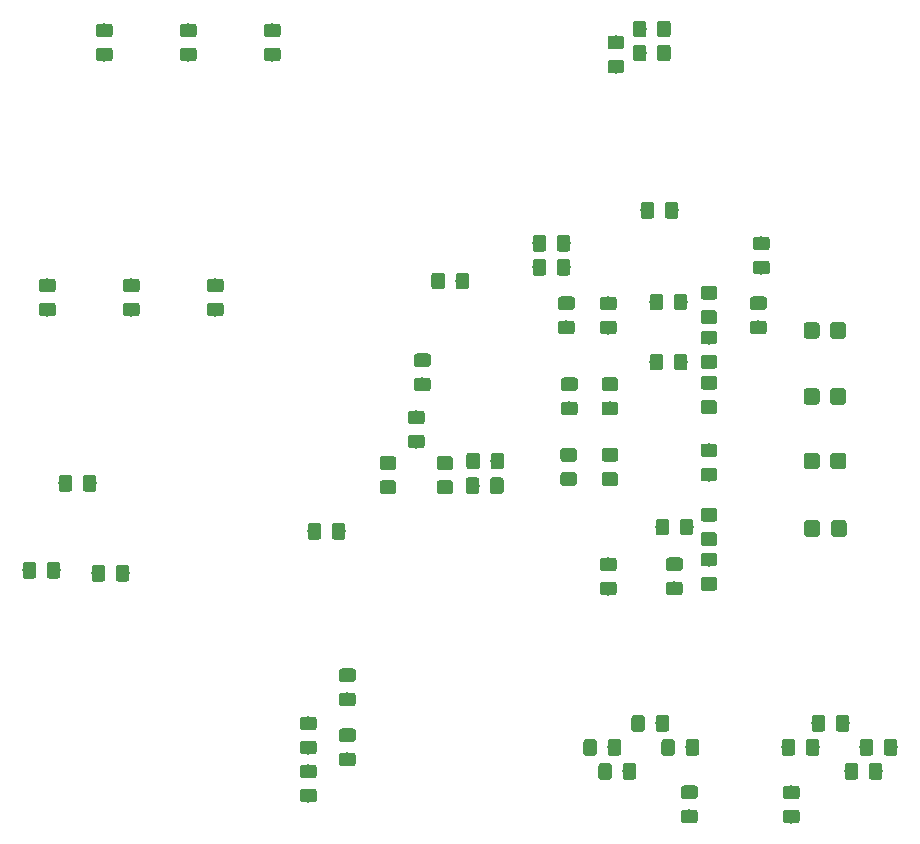
<source format=gbr>
G04 #@! TF.GenerationSoftware,KiCad,Pcbnew,5.1.4*
G04 #@! TF.CreationDate,2019-11-23T15:13:24+01:00*
G04 #@! TF.ProjectId,voice_board,766f6963-655f-4626-9f61-72642e6b6963,rev?*
G04 #@! TF.SameCoordinates,Original*
G04 #@! TF.FileFunction,Paste,Top*
G04 #@! TF.FilePolarity,Positive*
%FSLAX46Y46*%
G04 Gerber Fmt 4.6, Leading zero omitted, Abs format (unit mm)*
G04 Created by KiCad (PCBNEW 5.1.4) date 2019-11-23 15:13:24*
%MOMM*%
%LPD*%
G04 APERTURE LIST*
%ADD10C,0.100000*%
%ADD11C,1.350000*%
%ADD12C,1.150000*%
G04 APERTURE END LIST*
D10*
G36*
X236102664Y-72707411D02*
G01*
X236131102Y-72711629D01*
X236158989Y-72718614D01*
X236186057Y-72728299D01*
X236212046Y-72740591D01*
X236236704Y-72755371D01*
X236259796Y-72772497D01*
X236281097Y-72791803D01*
X236300403Y-72813104D01*
X236317529Y-72836196D01*
X236332309Y-72860854D01*
X236344601Y-72886843D01*
X236354286Y-72913911D01*
X236361271Y-72941798D01*
X236365489Y-72970236D01*
X236366900Y-72998950D01*
X236366900Y-73813050D01*
X236365489Y-73841764D01*
X236361271Y-73870202D01*
X236354286Y-73898089D01*
X236344601Y-73925157D01*
X236332309Y-73951146D01*
X236317529Y-73975804D01*
X236300403Y-73998896D01*
X236281097Y-74020197D01*
X236259796Y-74039503D01*
X236236704Y-74056629D01*
X236212046Y-74071409D01*
X236186057Y-74083701D01*
X236158989Y-74093386D01*
X236131102Y-74100371D01*
X236102664Y-74104589D01*
X236073950Y-74106000D01*
X235309850Y-74106000D01*
X235281136Y-74104589D01*
X235252698Y-74100371D01*
X235224811Y-74093386D01*
X235197743Y-74083701D01*
X235171754Y-74071409D01*
X235147096Y-74056629D01*
X235124004Y-74039503D01*
X235102703Y-74020197D01*
X235083397Y-73998896D01*
X235066271Y-73975804D01*
X235051491Y-73951146D01*
X235039199Y-73925157D01*
X235029514Y-73898089D01*
X235022529Y-73870202D01*
X235018311Y-73841764D01*
X235016900Y-73813050D01*
X235016900Y-72998950D01*
X235018311Y-72970236D01*
X235022529Y-72941798D01*
X235029514Y-72913911D01*
X235039199Y-72886843D01*
X235051491Y-72860854D01*
X235066271Y-72836196D01*
X235083397Y-72813104D01*
X235102703Y-72791803D01*
X235124004Y-72772497D01*
X235147096Y-72755371D01*
X235171754Y-72740591D01*
X235197743Y-72728299D01*
X235224811Y-72718614D01*
X235252698Y-72711629D01*
X235281136Y-72707411D01*
X235309850Y-72706000D01*
X236073950Y-72706000D01*
X236102664Y-72707411D01*
X236102664Y-72707411D01*
G37*
D11*
X235691900Y-73406000D03*
D10*
G36*
X238352664Y-72707411D02*
G01*
X238381102Y-72711629D01*
X238408989Y-72718614D01*
X238436057Y-72728299D01*
X238462046Y-72740591D01*
X238486704Y-72755371D01*
X238509796Y-72772497D01*
X238531097Y-72791803D01*
X238550403Y-72813104D01*
X238567529Y-72836196D01*
X238582309Y-72860854D01*
X238594601Y-72886843D01*
X238604286Y-72913911D01*
X238611271Y-72941798D01*
X238615489Y-72970236D01*
X238616900Y-72998950D01*
X238616900Y-73813050D01*
X238615489Y-73841764D01*
X238611271Y-73870202D01*
X238604286Y-73898089D01*
X238594601Y-73925157D01*
X238582309Y-73951146D01*
X238567529Y-73975804D01*
X238550403Y-73998896D01*
X238531097Y-74020197D01*
X238509796Y-74039503D01*
X238486704Y-74056629D01*
X238462046Y-74071409D01*
X238436057Y-74083701D01*
X238408989Y-74093386D01*
X238381102Y-74100371D01*
X238352664Y-74104589D01*
X238323950Y-74106000D01*
X237559850Y-74106000D01*
X237531136Y-74104589D01*
X237502698Y-74100371D01*
X237474811Y-74093386D01*
X237447743Y-74083701D01*
X237421754Y-74071409D01*
X237397096Y-74056629D01*
X237374004Y-74039503D01*
X237352703Y-74020197D01*
X237333397Y-73998896D01*
X237316271Y-73975804D01*
X237301491Y-73951146D01*
X237289199Y-73925157D01*
X237279514Y-73898089D01*
X237272529Y-73870202D01*
X237268311Y-73841764D01*
X237266900Y-73813050D01*
X237266900Y-72998950D01*
X237268311Y-72970236D01*
X237272529Y-72941798D01*
X237279514Y-72913911D01*
X237289199Y-72886843D01*
X237301491Y-72860854D01*
X237316271Y-72836196D01*
X237333397Y-72813104D01*
X237352703Y-72791803D01*
X237374004Y-72772497D01*
X237397096Y-72755371D01*
X237421754Y-72740591D01*
X237447743Y-72728299D01*
X237474811Y-72718614D01*
X237502698Y-72711629D01*
X237531136Y-72707411D01*
X237559850Y-72706000D01*
X238323950Y-72706000D01*
X238352664Y-72707411D01*
X238352664Y-72707411D01*
G37*
D11*
X237941900Y-73406000D03*
D10*
G36*
X238309264Y-66992411D02*
G01*
X238337702Y-66996629D01*
X238365589Y-67003614D01*
X238392657Y-67013299D01*
X238418646Y-67025591D01*
X238443304Y-67040371D01*
X238466396Y-67057497D01*
X238487697Y-67076803D01*
X238507003Y-67098104D01*
X238524129Y-67121196D01*
X238538909Y-67145854D01*
X238551201Y-67171843D01*
X238560886Y-67198911D01*
X238567871Y-67226798D01*
X238572089Y-67255236D01*
X238573500Y-67283950D01*
X238573500Y-68098050D01*
X238572089Y-68126764D01*
X238567871Y-68155202D01*
X238560886Y-68183089D01*
X238551201Y-68210157D01*
X238538909Y-68236146D01*
X238524129Y-68260804D01*
X238507003Y-68283896D01*
X238487697Y-68305197D01*
X238466396Y-68324503D01*
X238443304Y-68341629D01*
X238418646Y-68356409D01*
X238392657Y-68368701D01*
X238365589Y-68378386D01*
X238337702Y-68385371D01*
X238309264Y-68389589D01*
X238280550Y-68391000D01*
X237516450Y-68391000D01*
X237487736Y-68389589D01*
X237459298Y-68385371D01*
X237431411Y-68378386D01*
X237404343Y-68368701D01*
X237378354Y-68356409D01*
X237353696Y-68341629D01*
X237330604Y-68324503D01*
X237309303Y-68305197D01*
X237289997Y-68283896D01*
X237272871Y-68260804D01*
X237258091Y-68236146D01*
X237245799Y-68210157D01*
X237236114Y-68183089D01*
X237229129Y-68155202D01*
X237224911Y-68126764D01*
X237223500Y-68098050D01*
X237223500Y-67283950D01*
X237224911Y-67255236D01*
X237229129Y-67226798D01*
X237236114Y-67198911D01*
X237245799Y-67171843D01*
X237258091Y-67145854D01*
X237272871Y-67121196D01*
X237289997Y-67098104D01*
X237309303Y-67076803D01*
X237330604Y-67057497D01*
X237353696Y-67040371D01*
X237378354Y-67025591D01*
X237404343Y-67013299D01*
X237431411Y-67003614D01*
X237459298Y-66996629D01*
X237487736Y-66992411D01*
X237516450Y-66991000D01*
X238280550Y-66991000D01*
X238309264Y-66992411D01*
X238309264Y-66992411D01*
G37*
D11*
X237898500Y-67691000D03*
D10*
G36*
X236059264Y-66992411D02*
G01*
X236087702Y-66996629D01*
X236115589Y-67003614D01*
X236142657Y-67013299D01*
X236168646Y-67025591D01*
X236193304Y-67040371D01*
X236216396Y-67057497D01*
X236237697Y-67076803D01*
X236257003Y-67098104D01*
X236274129Y-67121196D01*
X236288909Y-67145854D01*
X236301201Y-67171843D01*
X236310886Y-67198911D01*
X236317871Y-67226798D01*
X236322089Y-67255236D01*
X236323500Y-67283950D01*
X236323500Y-68098050D01*
X236322089Y-68126764D01*
X236317871Y-68155202D01*
X236310886Y-68183089D01*
X236301201Y-68210157D01*
X236288909Y-68236146D01*
X236274129Y-68260804D01*
X236257003Y-68283896D01*
X236237697Y-68305197D01*
X236216396Y-68324503D01*
X236193304Y-68341629D01*
X236168646Y-68356409D01*
X236142657Y-68368701D01*
X236115589Y-68378386D01*
X236087702Y-68385371D01*
X236059264Y-68389589D01*
X236030550Y-68391000D01*
X235266450Y-68391000D01*
X235237736Y-68389589D01*
X235209298Y-68385371D01*
X235181411Y-68378386D01*
X235154343Y-68368701D01*
X235128354Y-68356409D01*
X235103696Y-68341629D01*
X235080604Y-68324503D01*
X235059303Y-68305197D01*
X235039997Y-68283896D01*
X235022871Y-68260804D01*
X235008091Y-68236146D01*
X234995799Y-68210157D01*
X234986114Y-68183089D01*
X234979129Y-68155202D01*
X234974911Y-68126764D01*
X234973500Y-68098050D01*
X234973500Y-67283950D01*
X234974911Y-67255236D01*
X234979129Y-67226798D01*
X234986114Y-67198911D01*
X234995799Y-67171843D01*
X235008091Y-67145854D01*
X235022871Y-67121196D01*
X235039997Y-67098104D01*
X235059303Y-67076803D01*
X235080604Y-67057497D01*
X235103696Y-67040371D01*
X235128354Y-67025591D01*
X235154343Y-67013299D01*
X235181411Y-67003614D01*
X235209298Y-66996629D01*
X235237736Y-66992411D01*
X235266450Y-66991000D01*
X236030550Y-66991000D01*
X236059264Y-66992411D01*
X236059264Y-66992411D01*
G37*
D11*
X235648500Y-67691000D03*
D10*
G36*
X238301864Y-61531411D02*
G01*
X238330302Y-61535629D01*
X238358189Y-61542614D01*
X238385257Y-61552299D01*
X238411246Y-61564591D01*
X238435904Y-61579371D01*
X238458996Y-61596497D01*
X238480297Y-61615803D01*
X238499603Y-61637104D01*
X238516729Y-61660196D01*
X238531509Y-61684854D01*
X238543801Y-61710843D01*
X238553486Y-61737911D01*
X238560471Y-61765798D01*
X238564689Y-61794236D01*
X238566100Y-61822950D01*
X238566100Y-62637050D01*
X238564689Y-62665764D01*
X238560471Y-62694202D01*
X238553486Y-62722089D01*
X238543801Y-62749157D01*
X238531509Y-62775146D01*
X238516729Y-62799804D01*
X238499603Y-62822896D01*
X238480297Y-62844197D01*
X238458996Y-62863503D01*
X238435904Y-62880629D01*
X238411246Y-62895409D01*
X238385257Y-62907701D01*
X238358189Y-62917386D01*
X238330302Y-62924371D01*
X238301864Y-62928589D01*
X238273150Y-62930000D01*
X237509050Y-62930000D01*
X237480336Y-62928589D01*
X237451898Y-62924371D01*
X237424011Y-62917386D01*
X237396943Y-62907701D01*
X237370954Y-62895409D01*
X237346296Y-62880629D01*
X237323204Y-62863503D01*
X237301903Y-62844197D01*
X237282597Y-62822896D01*
X237265471Y-62799804D01*
X237250691Y-62775146D01*
X237238399Y-62749157D01*
X237228714Y-62722089D01*
X237221729Y-62694202D01*
X237217511Y-62665764D01*
X237216100Y-62637050D01*
X237216100Y-61822950D01*
X237217511Y-61794236D01*
X237221729Y-61765798D01*
X237228714Y-61737911D01*
X237238399Y-61710843D01*
X237250691Y-61684854D01*
X237265471Y-61660196D01*
X237282597Y-61637104D01*
X237301903Y-61615803D01*
X237323204Y-61596497D01*
X237346296Y-61579371D01*
X237370954Y-61564591D01*
X237396943Y-61552299D01*
X237424011Y-61542614D01*
X237451898Y-61535629D01*
X237480336Y-61531411D01*
X237509050Y-61530000D01*
X238273150Y-61530000D01*
X238301864Y-61531411D01*
X238301864Y-61531411D01*
G37*
D11*
X237891100Y-62230000D03*
D10*
G36*
X236051864Y-61531411D02*
G01*
X236080302Y-61535629D01*
X236108189Y-61542614D01*
X236135257Y-61552299D01*
X236161246Y-61564591D01*
X236185904Y-61579371D01*
X236208996Y-61596497D01*
X236230297Y-61615803D01*
X236249603Y-61637104D01*
X236266729Y-61660196D01*
X236281509Y-61684854D01*
X236293801Y-61710843D01*
X236303486Y-61737911D01*
X236310471Y-61765798D01*
X236314689Y-61794236D01*
X236316100Y-61822950D01*
X236316100Y-62637050D01*
X236314689Y-62665764D01*
X236310471Y-62694202D01*
X236303486Y-62722089D01*
X236293801Y-62749157D01*
X236281509Y-62775146D01*
X236266729Y-62799804D01*
X236249603Y-62822896D01*
X236230297Y-62844197D01*
X236208996Y-62863503D01*
X236185904Y-62880629D01*
X236161246Y-62895409D01*
X236135257Y-62907701D01*
X236108189Y-62917386D01*
X236080302Y-62924371D01*
X236051864Y-62928589D01*
X236023150Y-62930000D01*
X235259050Y-62930000D01*
X235230336Y-62928589D01*
X235201898Y-62924371D01*
X235174011Y-62917386D01*
X235146943Y-62907701D01*
X235120954Y-62895409D01*
X235096296Y-62880629D01*
X235073204Y-62863503D01*
X235051903Y-62844197D01*
X235032597Y-62822896D01*
X235015471Y-62799804D01*
X235000691Y-62775146D01*
X234988399Y-62749157D01*
X234978714Y-62722089D01*
X234971729Y-62694202D01*
X234967511Y-62665764D01*
X234966100Y-62637050D01*
X234966100Y-61822950D01*
X234967511Y-61794236D01*
X234971729Y-61765798D01*
X234978714Y-61737911D01*
X234988399Y-61710843D01*
X235000691Y-61684854D01*
X235015471Y-61660196D01*
X235032597Y-61637104D01*
X235051903Y-61615803D01*
X235073204Y-61596497D01*
X235096296Y-61579371D01*
X235120954Y-61564591D01*
X235146943Y-61552299D01*
X235174011Y-61542614D01*
X235201898Y-61535629D01*
X235230336Y-61531411D01*
X235259050Y-61530000D01*
X236023150Y-61530000D01*
X236051864Y-61531411D01*
X236051864Y-61531411D01*
G37*
D11*
X235641100Y-62230000D03*
D10*
G36*
X238301864Y-55943411D02*
G01*
X238330302Y-55947629D01*
X238358189Y-55954614D01*
X238385257Y-55964299D01*
X238411246Y-55976591D01*
X238435904Y-55991371D01*
X238458996Y-56008497D01*
X238480297Y-56027803D01*
X238499603Y-56049104D01*
X238516729Y-56072196D01*
X238531509Y-56096854D01*
X238543801Y-56122843D01*
X238553486Y-56149911D01*
X238560471Y-56177798D01*
X238564689Y-56206236D01*
X238566100Y-56234950D01*
X238566100Y-57049050D01*
X238564689Y-57077764D01*
X238560471Y-57106202D01*
X238553486Y-57134089D01*
X238543801Y-57161157D01*
X238531509Y-57187146D01*
X238516729Y-57211804D01*
X238499603Y-57234896D01*
X238480297Y-57256197D01*
X238458996Y-57275503D01*
X238435904Y-57292629D01*
X238411246Y-57307409D01*
X238385257Y-57319701D01*
X238358189Y-57329386D01*
X238330302Y-57336371D01*
X238301864Y-57340589D01*
X238273150Y-57342000D01*
X237509050Y-57342000D01*
X237480336Y-57340589D01*
X237451898Y-57336371D01*
X237424011Y-57329386D01*
X237396943Y-57319701D01*
X237370954Y-57307409D01*
X237346296Y-57292629D01*
X237323204Y-57275503D01*
X237301903Y-57256197D01*
X237282597Y-57234896D01*
X237265471Y-57211804D01*
X237250691Y-57187146D01*
X237238399Y-57161157D01*
X237228714Y-57134089D01*
X237221729Y-57106202D01*
X237217511Y-57077764D01*
X237216100Y-57049050D01*
X237216100Y-56234950D01*
X237217511Y-56206236D01*
X237221729Y-56177798D01*
X237228714Y-56149911D01*
X237238399Y-56122843D01*
X237250691Y-56096854D01*
X237265471Y-56072196D01*
X237282597Y-56049104D01*
X237301903Y-56027803D01*
X237323204Y-56008497D01*
X237346296Y-55991371D01*
X237370954Y-55976591D01*
X237396943Y-55964299D01*
X237424011Y-55954614D01*
X237451898Y-55947629D01*
X237480336Y-55943411D01*
X237509050Y-55942000D01*
X238273150Y-55942000D01*
X238301864Y-55943411D01*
X238301864Y-55943411D01*
G37*
D11*
X237891100Y-56642000D03*
D10*
G36*
X236051864Y-55943411D02*
G01*
X236080302Y-55947629D01*
X236108189Y-55954614D01*
X236135257Y-55964299D01*
X236161246Y-55976591D01*
X236185904Y-55991371D01*
X236208996Y-56008497D01*
X236230297Y-56027803D01*
X236249603Y-56049104D01*
X236266729Y-56072196D01*
X236281509Y-56096854D01*
X236293801Y-56122843D01*
X236303486Y-56149911D01*
X236310471Y-56177798D01*
X236314689Y-56206236D01*
X236316100Y-56234950D01*
X236316100Y-57049050D01*
X236314689Y-57077764D01*
X236310471Y-57106202D01*
X236303486Y-57134089D01*
X236293801Y-57161157D01*
X236281509Y-57187146D01*
X236266729Y-57211804D01*
X236249603Y-57234896D01*
X236230297Y-57256197D01*
X236208996Y-57275503D01*
X236185904Y-57292629D01*
X236161246Y-57307409D01*
X236135257Y-57319701D01*
X236108189Y-57329386D01*
X236080302Y-57336371D01*
X236051864Y-57340589D01*
X236023150Y-57342000D01*
X235259050Y-57342000D01*
X235230336Y-57340589D01*
X235201898Y-57336371D01*
X235174011Y-57329386D01*
X235146943Y-57319701D01*
X235120954Y-57307409D01*
X235096296Y-57292629D01*
X235073204Y-57275503D01*
X235051903Y-57256197D01*
X235032597Y-57234896D01*
X235015471Y-57211804D01*
X235000691Y-57187146D01*
X234988399Y-57161157D01*
X234978714Y-57134089D01*
X234971729Y-57106202D01*
X234967511Y-57077764D01*
X234966100Y-57049050D01*
X234966100Y-56234950D01*
X234967511Y-56206236D01*
X234971729Y-56177798D01*
X234978714Y-56149911D01*
X234988399Y-56122843D01*
X235000691Y-56096854D01*
X235015471Y-56072196D01*
X235032597Y-56049104D01*
X235051903Y-56027803D01*
X235073204Y-56008497D01*
X235096296Y-55991371D01*
X235120954Y-55976591D01*
X235146943Y-55964299D01*
X235174011Y-55954614D01*
X235201898Y-55947629D01*
X235230336Y-55943411D01*
X235259050Y-55942000D01*
X236023150Y-55942000D01*
X236051864Y-55943411D01*
X236051864Y-55943411D01*
G37*
D11*
X235641100Y-56642000D03*
D10*
G36*
X171808505Y-76263204D02*
G01*
X171832773Y-76266804D01*
X171856572Y-76272765D01*
X171879671Y-76281030D01*
X171901850Y-76291520D01*
X171922893Y-76304132D01*
X171942599Y-76318747D01*
X171960777Y-76335223D01*
X171977253Y-76353401D01*
X171991868Y-76373107D01*
X172004480Y-76394150D01*
X172014970Y-76416329D01*
X172023235Y-76439428D01*
X172029196Y-76463227D01*
X172032796Y-76487495D01*
X172034000Y-76511999D01*
X172034000Y-77412001D01*
X172032796Y-77436505D01*
X172029196Y-77460773D01*
X172023235Y-77484572D01*
X172014970Y-77507671D01*
X172004480Y-77529850D01*
X171991868Y-77550893D01*
X171977253Y-77570599D01*
X171960777Y-77588777D01*
X171942599Y-77605253D01*
X171922893Y-77619868D01*
X171901850Y-77632480D01*
X171879671Y-77642970D01*
X171856572Y-77651235D01*
X171832773Y-77657196D01*
X171808505Y-77660796D01*
X171784001Y-77662000D01*
X171133999Y-77662000D01*
X171109495Y-77660796D01*
X171085227Y-77657196D01*
X171061428Y-77651235D01*
X171038329Y-77642970D01*
X171016150Y-77632480D01*
X170995107Y-77619868D01*
X170975401Y-77605253D01*
X170957223Y-77588777D01*
X170940747Y-77570599D01*
X170926132Y-77550893D01*
X170913520Y-77529850D01*
X170903030Y-77507671D01*
X170894765Y-77484572D01*
X170888804Y-77460773D01*
X170885204Y-77436505D01*
X170884000Y-77412001D01*
X170884000Y-76511999D01*
X170885204Y-76487495D01*
X170888804Y-76463227D01*
X170894765Y-76439428D01*
X170903030Y-76416329D01*
X170913520Y-76394150D01*
X170926132Y-76373107D01*
X170940747Y-76353401D01*
X170957223Y-76335223D01*
X170975401Y-76318747D01*
X170995107Y-76304132D01*
X171016150Y-76291520D01*
X171038329Y-76281030D01*
X171061428Y-76272765D01*
X171085227Y-76266804D01*
X171109495Y-76263204D01*
X171133999Y-76262000D01*
X171784001Y-76262000D01*
X171808505Y-76263204D01*
X171808505Y-76263204D01*
G37*
D12*
X171459000Y-76962000D03*
D10*
G36*
X169758505Y-76263204D02*
G01*
X169782773Y-76266804D01*
X169806572Y-76272765D01*
X169829671Y-76281030D01*
X169851850Y-76291520D01*
X169872893Y-76304132D01*
X169892599Y-76318747D01*
X169910777Y-76335223D01*
X169927253Y-76353401D01*
X169941868Y-76373107D01*
X169954480Y-76394150D01*
X169964970Y-76416329D01*
X169973235Y-76439428D01*
X169979196Y-76463227D01*
X169982796Y-76487495D01*
X169984000Y-76511999D01*
X169984000Y-77412001D01*
X169982796Y-77436505D01*
X169979196Y-77460773D01*
X169973235Y-77484572D01*
X169964970Y-77507671D01*
X169954480Y-77529850D01*
X169941868Y-77550893D01*
X169927253Y-77570599D01*
X169910777Y-77588777D01*
X169892599Y-77605253D01*
X169872893Y-77619868D01*
X169851850Y-77632480D01*
X169829671Y-77642970D01*
X169806572Y-77651235D01*
X169782773Y-77657196D01*
X169758505Y-77660796D01*
X169734001Y-77662000D01*
X169083999Y-77662000D01*
X169059495Y-77660796D01*
X169035227Y-77657196D01*
X169011428Y-77651235D01*
X168988329Y-77642970D01*
X168966150Y-77632480D01*
X168945107Y-77619868D01*
X168925401Y-77605253D01*
X168907223Y-77588777D01*
X168890747Y-77570599D01*
X168876132Y-77550893D01*
X168863520Y-77529850D01*
X168853030Y-77507671D01*
X168844765Y-77484572D01*
X168838804Y-77460773D01*
X168835204Y-77436505D01*
X168834000Y-77412001D01*
X168834000Y-76511999D01*
X168835204Y-76487495D01*
X168838804Y-76463227D01*
X168844765Y-76439428D01*
X168853030Y-76416329D01*
X168863520Y-76394150D01*
X168876132Y-76373107D01*
X168890747Y-76353401D01*
X168907223Y-76335223D01*
X168925401Y-76318747D01*
X168945107Y-76304132D01*
X168966150Y-76291520D01*
X168988329Y-76281030D01*
X169011428Y-76272765D01*
X169035227Y-76266804D01*
X169059495Y-76263204D01*
X169083999Y-76262000D01*
X169734001Y-76262000D01*
X169758505Y-76263204D01*
X169758505Y-76263204D01*
G37*
D12*
X169409000Y-76962000D03*
D10*
G36*
X175600505Y-76517204D02*
G01*
X175624773Y-76520804D01*
X175648572Y-76526765D01*
X175671671Y-76535030D01*
X175693850Y-76545520D01*
X175714893Y-76558132D01*
X175734599Y-76572747D01*
X175752777Y-76589223D01*
X175769253Y-76607401D01*
X175783868Y-76627107D01*
X175796480Y-76648150D01*
X175806970Y-76670329D01*
X175815235Y-76693428D01*
X175821196Y-76717227D01*
X175824796Y-76741495D01*
X175826000Y-76765999D01*
X175826000Y-77666001D01*
X175824796Y-77690505D01*
X175821196Y-77714773D01*
X175815235Y-77738572D01*
X175806970Y-77761671D01*
X175796480Y-77783850D01*
X175783868Y-77804893D01*
X175769253Y-77824599D01*
X175752777Y-77842777D01*
X175734599Y-77859253D01*
X175714893Y-77873868D01*
X175693850Y-77886480D01*
X175671671Y-77896970D01*
X175648572Y-77905235D01*
X175624773Y-77911196D01*
X175600505Y-77914796D01*
X175576001Y-77916000D01*
X174925999Y-77916000D01*
X174901495Y-77914796D01*
X174877227Y-77911196D01*
X174853428Y-77905235D01*
X174830329Y-77896970D01*
X174808150Y-77886480D01*
X174787107Y-77873868D01*
X174767401Y-77859253D01*
X174749223Y-77842777D01*
X174732747Y-77824599D01*
X174718132Y-77804893D01*
X174705520Y-77783850D01*
X174695030Y-77761671D01*
X174686765Y-77738572D01*
X174680804Y-77714773D01*
X174677204Y-77690505D01*
X174676000Y-77666001D01*
X174676000Y-76765999D01*
X174677204Y-76741495D01*
X174680804Y-76717227D01*
X174686765Y-76693428D01*
X174695030Y-76670329D01*
X174705520Y-76648150D01*
X174718132Y-76627107D01*
X174732747Y-76607401D01*
X174749223Y-76589223D01*
X174767401Y-76572747D01*
X174787107Y-76558132D01*
X174808150Y-76545520D01*
X174830329Y-76535030D01*
X174853428Y-76526765D01*
X174877227Y-76520804D01*
X174901495Y-76517204D01*
X174925999Y-76516000D01*
X175576001Y-76516000D01*
X175600505Y-76517204D01*
X175600505Y-76517204D01*
G37*
D12*
X175251000Y-77216000D03*
D10*
G36*
X177650505Y-76517204D02*
G01*
X177674773Y-76520804D01*
X177698572Y-76526765D01*
X177721671Y-76535030D01*
X177743850Y-76545520D01*
X177764893Y-76558132D01*
X177784599Y-76572747D01*
X177802777Y-76589223D01*
X177819253Y-76607401D01*
X177833868Y-76627107D01*
X177846480Y-76648150D01*
X177856970Y-76670329D01*
X177865235Y-76693428D01*
X177871196Y-76717227D01*
X177874796Y-76741495D01*
X177876000Y-76765999D01*
X177876000Y-77666001D01*
X177874796Y-77690505D01*
X177871196Y-77714773D01*
X177865235Y-77738572D01*
X177856970Y-77761671D01*
X177846480Y-77783850D01*
X177833868Y-77804893D01*
X177819253Y-77824599D01*
X177802777Y-77842777D01*
X177784599Y-77859253D01*
X177764893Y-77873868D01*
X177743850Y-77886480D01*
X177721671Y-77896970D01*
X177698572Y-77905235D01*
X177674773Y-77911196D01*
X177650505Y-77914796D01*
X177626001Y-77916000D01*
X176975999Y-77916000D01*
X176951495Y-77914796D01*
X176927227Y-77911196D01*
X176903428Y-77905235D01*
X176880329Y-77896970D01*
X176858150Y-77886480D01*
X176837107Y-77873868D01*
X176817401Y-77859253D01*
X176799223Y-77842777D01*
X176782747Y-77824599D01*
X176768132Y-77804893D01*
X176755520Y-77783850D01*
X176745030Y-77761671D01*
X176736765Y-77738572D01*
X176730804Y-77714773D01*
X176727204Y-77690505D01*
X176726000Y-77666001D01*
X176726000Y-76765999D01*
X176727204Y-76741495D01*
X176730804Y-76717227D01*
X176736765Y-76693428D01*
X176745030Y-76670329D01*
X176755520Y-76648150D01*
X176768132Y-76627107D01*
X176782747Y-76607401D01*
X176799223Y-76589223D01*
X176817401Y-76572747D01*
X176837107Y-76558132D01*
X176858150Y-76545520D01*
X176880329Y-76535030D01*
X176903428Y-76526765D01*
X176927227Y-76520804D01*
X176951495Y-76517204D01*
X176975999Y-76516000D01*
X177626001Y-76516000D01*
X177650505Y-76517204D01*
X177650505Y-76517204D01*
G37*
D12*
X177301000Y-77216000D03*
D10*
G36*
X172815505Y-68897204D02*
G01*
X172839773Y-68900804D01*
X172863572Y-68906765D01*
X172886671Y-68915030D01*
X172908850Y-68925520D01*
X172929893Y-68938132D01*
X172949599Y-68952747D01*
X172967777Y-68969223D01*
X172984253Y-68987401D01*
X172998868Y-69007107D01*
X173011480Y-69028150D01*
X173021970Y-69050329D01*
X173030235Y-69073428D01*
X173036196Y-69097227D01*
X173039796Y-69121495D01*
X173041000Y-69145999D01*
X173041000Y-70046001D01*
X173039796Y-70070505D01*
X173036196Y-70094773D01*
X173030235Y-70118572D01*
X173021970Y-70141671D01*
X173011480Y-70163850D01*
X172998868Y-70184893D01*
X172984253Y-70204599D01*
X172967777Y-70222777D01*
X172949599Y-70239253D01*
X172929893Y-70253868D01*
X172908850Y-70266480D01*
X172886671Y-70276970D01*
X172863572Y-70285235D01*
X172839773Y-70291196D01*
X172815505Y-70294796D01*
X172791001Y-70296000D01*
X172140999Y-70296000D01*
X172116495Y-70294796D01*
X172092227Y-70291196D01*
X172068428Y-70285235D01*
X172045329Y-70276970D01*
X172023150Y-70266480D01*
X172002107Y-70253868D01*
X171982401Y-70239253D01*
X171964223Y-70222777D01*
X171947747Y-70204599D01*
X171933132Y-70184893D01*
X171920520Y-70163850D01*
X171910030Y-70141671D01*
X171901765Y-70118572D01*
X171895804Y-70094773D01*
X171892204Y-70070505D01*
X171891000Y-70046001D01*
X171891000Y-69145999D01*
X171892204Y-69121495D01*
X171895804Y-69097227D01*
X171901765Y-69073428D01*
X171910030Y-69050329D01*
X171920520Y-69028150D01*
X171933132Y-69007107D01*
X171947747Y-68987401D01*
X171964223Y-68969223D01*
X171982401Y-68952747D01*
X172002107Y-68938132D01*
X172023150Y-68925520D01*
X172045329Y-68915030D01*
X172068428Y-68906765D01*
X172092227Y-68900804D01*
X172116495Y-68897204D01*
X172140999Y-68896000D01*
X172791001Y-68896000D01*
X172815505Y-68897204D01*
X172815505Y-68897204D01*
G37*
D12*
X172466000Y-69596000D03*
D10*
G36*
X174865505Y-68897204D02*
G01*
X174889773Y-68900804D01*
X174913572Y-68906765D01*
X174936671Y-68915030D01*
X174958850Y-68925520D01*
X174979893Y-68938132D01*
X174999599Y-68952747D01*
X175017777Y-68969223D01*
X175034253Y-68987401D01*
X175048868Y-69007107D01*
X175061480Y-69028150D01*
X175071970Y-69050329D01*
X175080235Y-69073428D01*
X175086196Y-69097227D01*
X175089796Y-69121495D01*
X175091000Y-69145999D01*
X175091000Y-70046001D01*
X175089796Y-70070505D01*
X175086196Y-70094773D01*
X175080235Y-70118572D01*
X175071970Y-70141671D01*
X175061480Y-70163850D01*
X175048868Y-70184893D01*
X175034253Y-70204599D01*
X175017777Y-70222777D01*
X174999599Y-70239253D01*
X174979893Y-70253868D01*
X174958850Y-70266480D01*
X174936671Y-70276970D01*
X174913572Y-70285235D01*
X174889773Y-70291196D01*
X174865505Y-70294796D01*
X174841001Y-70296000D01*
X174190999Y-70296000D01*
X174166495Y-70294796D01*
X174142227Y-70291196D01*
X174118428Y-70285235D01*
X174095329Y-70276970D01*
X174073150Y-70266480D01*
X174052107Y-70253868D01*
X174032401Y-70239253D01*
X174014223Y-70222777D01*
X173997747Y-70204599D01*
X173983132Y-70184893D01*
X173970520Y-70163850D01*
X173960030Y-70141671D01*
X173951765Y-70118572D01*
X173945804Y-70094773D01*
X173942204Y-70070505D01*
X173941000Y-70046001D01*
X173941000Y-69145999D01*
X173942204Y-69121495D01*
X173945804Y-69097227D01*
X173951765Y-69073428D01*
X173960030Y-69050329D01*
X173970520Y-69028150D01*
X173983132Y-69007107D01*
X173997747Y-68987401D01*
X174014223Y-68969223D01*
X174032401Y-68952747D01*
X174052107Y-68938132D01*
X174073150Y-68925520D01*
X174095329Y-68915030D01*
X174118428Y-68906765D01*
X174142227Y-68900804D01*
X174166495Y-68897204D01*
X174190999Y-68896000D01*
X174841001Y-68896000D01*
X174865505Y-68897204D01*
X174865505Y-68897204D01*
G37*
D12*
X174516000Y-69596000D03*
D10*
G36*
X193897505Y-72961204D02*
G01*
X193921773Y-72964804D01*
X193945572Y-72970765D01*
X193968671Y-72979030D01*
X193990850Y-72989520D01*
X194011893Y-73002132D01*
X194031599Y-73016747D01*
X194049777Y-73033223D01*
X194066253Y-73051401D01*
X194080868Y-73071107D01*
X194093480Y-73092150D01*
X194103970Y-73114329D01*
X194112235Y-73137428D01*
X194118196Y-73161227D01*
X194121796Y-73185495D01*
X194123000Y-73209999D01*
X194123000Y-74110001D01*
X194121796Y-74134505D01*
X194118196Y-74158773D01*
X194112235Y-74182572D01*
X194103970Y-74205671D01*
X194093480Y-74227850D01*
X194080868Y-74248893D01*
X194066253Y-74268599D01*
X194049777Y-74286777D01*
X194031599Y-74303253D01*
X194011893Y-74317868D01*
X193990850Y-74330480D01*
X193968671Y-74340970D01*
X193945572Y-74349235D01*
X193921773Y-74355196D01*
X193897505Y-74358796D01*
X193873001Y-74360000D01*
X193222999Y-74360000D01*
X193198495Y-74358796D01*
X193174227Y-74355196D01*
X193150428Y-74349235D01*
X193127329Y-74340970D01*
X193105150Y-74330480D01*
X193084107Y-74317868D01*
X193064401Y-74303253D01*
X193046223Y-74286777D01*
X193029747Y-74268599D01*
X193015132Y-74248893D01*
X193002520Y-74227850D01*
X192992030Y-74205671D01*
X192983765Y-74182572D01*
X192977804Y-74158773D01*
X192974204Y-74134505D01*
X192973000Y-74110001D01*
X192973000Y-73209999D01*
X192974204Y-73185495D01*
X192977804Y-73161227D01*
X192983765Y-73137428D01*
X192992030Y-73114329D01*
X193002520Y-73092150D01*
X193015132Y-73071107D01*
X193029747Y-73051401D01*
X193046223Y-73033223D01*
X193064401Y-73016747D01*
X193084107Y-73002132D01*
X193105150Y-72989520D01*
X193127329Y-72979030D01*
X193150428Y-72970765D01*
X193174227Y-72964804D01*
X193198495Y-72961204D01*
X193222999Y-72960000D01*
X193873001Y-72960000D01*
X193897505Y-72961204D01*
X193897505Y-72961204D01*
G37*
D12*
X193548000Y-73660000D03*
D10*
G36*
X195947505Y-72961204D02*
G01*
X195971773Y-72964804D01*
X195995572Y-72970765D01*
X196018671Y-72979030D01*
X196040850Y-72989520D01*
X196061893Y-73002132D01*
X196081599Y-73016747D01*
X196099777Y-73033223D01*
X196116253Y-73051401D01*
X196130868Y-73071107D01*
X196143480Y-73092150D01*
X196153970Y-73114329D01*
X196162235Y-73137428D01*
X196168196Y-73161227D01*
X196171796Y-73185495D01*
X196173000Y-73209999D01*
X196173000Y-74110001D01*
X196171796Y-74134505D01*
X196168196Y-74158773D01*
X196162235Y-74182572D01*
X196153970Y-74205671D01*
X196143480Y-74227850D01*
X196130868Y-74248893D01*
X196116253Y-74268599D01*
X196099777Y-74286777D01*
X196081599Y-74303253D01*
X196061893Y-74317868D01*
X196040850Y-74330480D01*
X196018671Y-74340970D01*
X195995572Y-74349235D01*
X195971773Y-74355196D01*
X195947505Y-74358796D01*
X195923001Y-74360000D01*
X195272999Y-74360000D01*
X195248495Y-74358796D01*
X195224227Y-74355196D01*
X195200428Y-74349235D01*
X195177329Y-74340970D01*
X195155150Y-74330480D01*
X195134107Y-74317868D01*
X195114401Y-74303253D01*
X195096223Y-74286777D01*
X195079747Y-74268599D01*
X195065132Y-74248893D01*
X195052520Y-74227850D01*
X195042030Y-74205671D01*
X195033765Y-74182572D01*
X195027804Y-74158773D01*
X195024204Y-74134505D01*
X195023000Y-74110001D01*
X195023000Y-73209999D01*
X195024204Y-73185495D01*
X195027804Y-73161227D01*
X195033765Y-73137428D01*
X195042030Y-73114329D01*
X195052520Y-73092150D01*
X195065132Y-73071107D01*
X195079747Y-73051401D01*
X195096223Y-73033223D01*
X195114401Y-73016747D01*
X195134107Y-73002132D01*
X195155150Y-72989520D01*
X195177329Y-72979030D01*
X195200428Y-72970765D01*
X195224227Y-72964804D01*
X195248495Y-72961204D01*
X195272999Y-72960000D01*
X195923001Y-72960000D01*
X195947505Y-72961204D01*
X195947505Y-72961204D01*
G37*
D12*
X195598000Y-73660000D03*
D10*
G36*
X193514505Y-95456204D02*
G01*
X193538773Y-95459804D01*
X193562572Y-95465765D01*
X193585671Y-95474030D01*
X193607850Y-95484520D01*
X193628893Y-95497132D01*
X193648599Y-95511747D01*
X193666777Y-95528223D01*
X193683253Y-95546401D01*
X193697868Y-95566107D01*
X193710480Y-95587150D01*
X193720970Y-95609329D01*
X193729235Y-95632428D01*
X193735196Y-95656227D01*
X193738796Y-95680495D01*
X193740000Y-95704999D01*
X193740000Y-96355001D01*
X193738796Y-96379505D01*
X193735196Y-96403773D01*
X193729235Y-96427572D01*
X193720970Y-96450671D01*
X193710480Y-96472850D01*
X193697868Y-96493893D01*
X193683253Y-96513599D01*
X193666777Y-96531777D01*
X193648599Y-96548253D01*
X193628893Y-96562868D01*
X193607850Y-96575480D01*
X193585671Y-96585970D01*
X193562572Y-96594235D01*
X193538773Y-96600196D01*
X193514505Y-96603796D01*
X193490001Y-96605000D01*
X192589999Y-96605000D01*
X192565495Y-96603796D01*
X192541227Y-96600196D01*
X192517428Y-96594235D01*
X192494329Y-96585970D01*
X192472150Y-96575480D01*
X192451107Y-96562868D01*
X192431401Y-96548253D01*
X192413223Y-96531777D01*
X192396747Y-96513599D01*
X192382132Y-96493893D01*
X192369520Y-96472850D01*
X192359030Y-96450671D01*
X192350765Y-96427572D01*
X192344804Y-96403773D01*
X192341204Y-96379505D01*
X192340000Y-96355001D01*
X192340000Y-95704999D01*
X192341204Y-95680495D01*
X192344804Y-95656227D01*
X192350765Y-95632428D01*
X192359030Y-95609329D01*
X192369520Y-95587150D01*
X192382132Y-95566107D01*
X192396747Y-95546401D01*
X192413223Y-95528223D01*
X192431401Y-95511747D01*
X192451107Y-95497132D01*
X192472150Y-95484520D01*
X192494329Y-95474030D01*
X192517428Y-95465765D01*
X192541227Y-95459804D01*
X192565495Y-95456204D01*
X192589999Y-95455000D01*
X193490001Y-95455000D01*
X193514505Y-95456204D01*
X193514505Y-95456204D01*
G37*
D12*
X193040000Y-96030000D03*
D10*
G36*
X193514505Y-93406204D02*
G01*
X193538773Y-93409804D01*
X193562572Y-93415765D01*
X193585671Y-93424030D01*
X193607850Y-93434520D01*
X193628893Y-93447132D01*
X193648599Y-93461747D01*
X193666777Y-93478223D01*
X193683253Y-93496401D01*
X193697868Y-93516107D01*
X193710480Y-93537150D01*
X193720970Y-93559329D01*
X193729235Y-93582428D01*
X193735196Y-93606227D01*
X193738796Y-93630495D01*
X193740000Y-93654999D01*
X193740000Y-94305001D01*
X193738796Y-94329505D01*
X193735196Y-94353773D01*
X193729235Y-94377572D01*
X193720970Y-94400671D01*
X193710480Y-94422850D01*
X193697868Y-94443893D01*
X193683253Y-94463599D01*
X193666777Y-94481777D01*
X193648599Y-94498253D01*
X193628893Y-94512868D01*
X193607850Y-94525480D01*
X193585671Y-94535970D01*
X193562572Y-94544235D01*
X193538773Y-94550196D01*
X193514505Y-94553796D01*
X193490001Y-94555000D01*
X192589999Y-94555000D01*
X192565495Y-94553796D01*
X192541227Y-94550196D01*
X192517428Y-94544235D01*
X192494329Y-94535970D01*
X192472150Y-94525480D01*
X192451107Y-94512868D01*
X192431401Y-94498253D01*
X192413223Y-94481777D01*
X192396747Y-94463599D01*
X192382132Y-94443893D01*
X192369520Y-94422850D01*
X192359030Y-94400671D01*
X192350765Y-94377572D01*
X192344804Y-94353773D01*
X192341204Y-94329505D01*
X192340000Y-94305001D01*
X192340000Y-93654999D01*
X192341204Y-93630495D01*
X192344804Y-93606227D01*
X192350765Y-93582428D01*
X192359030Y-93559329D01*
X192369520Y-93537150D01*
X192382132Y-93516107D01*
X192396747Y-93496401D01*
X192413223Y-93478223D01*
X192431401Y-93461747D01*
X192451107Y-93447132D01*
X192472150Y-93434520D01*
X192494329Y-93424030D01*
X192517428Y-93415765D01*
X192541227Y-93409804D01*
X192565495Y-93406204D01*
X192589999Y-93405000D01*
X193490001Y-93405000D01*
X193514505Y-93406204D01*
X193514505Y-93406204D01*
G37*
D12*
X193040000Y-93980000D03*
D10*
G36*
X193514505Y-89333204D02*
G01*
X193538773Y-89336804D01*
X193562572Y-89342765D01*
X193585671Y-89351030D01*
X193607850Y-89361520D01*
X193628893Y-89374132D01*
X193648599Y-89388747D01*
X193666777Y-89405223D01*
X193683253Y-89423401D01*
X193697868Y-89443107D01*
X193710480Y-89464150D01*
X193720970Y-89486329D01*
X193729235Y-89509428D01*
X193735196Y-89533227D01*
X193738796Y-89557495D01*
X193740000Y-89581999D01*
X193740000Y-90232001D01*
X193738796Y-90256505D01*
X193735196Y-90280773D01*
X193729235Y-90304572D01*
X193720970Y-90327671D01*
X193710480Y-90349850D01*
X193697868Y-90370893D01*
X193683253Y-90390599D01*
X193666777Y-90408777D01*
X193648599Y-90425253D01*
X193628893Y-90439868D01*
X193607850Y-90452480D01*
X193585671Y-90462970D01*
X193562572Y-90471235D01*
X193538773Y-90477196D01*
X193514505Y-90480796D01*
X193490001Y-90482000D01*
X192589999Y-90482000D01*
X192565495Y-90480796D01*
X192541227Y-90477196D01*
X192517428Y-90471235D01*
X192494329Y-90462970D01*
X192472150Y-90452480D01*
X192451107Y-90439868D01*
X192431401Y-90425253D01*
X192413223Y-90408777D01*
X192396747Y-90390599D01*
X192382132Y-90370893D01*
X192369520Y-90349850D01*
X192359030Y-90327671D01*
X192350765Y-90304572D01*
X192344804Y-90280773D01*
X192341204Y-90256505D01*
X192340000Y-90232001D01*
X192340000Y-89581999D01*
X192341204Y-89557495D01*
X192344804Y-89533227D01*
X192350765Y-89509428D01*
X192359030Y-89486329D01*
X192369520Y-89464150D01*
X192382132Y-89443107D01*
X192396747Y-89423401D01*
X192413223Y-89405223D01*
X192431401Y-89388747D01*
X192451107Y-89374132D01*
X192472150Y-89361520D01*
X192494329Y-89351030D01*
X192517428Y-89342765D01*
X192541227Y-89336804D01*
X192565495Y-89333204D01*
X192589999Y-89332000D01*
X193490001Y-89332000D01*
X193514505Y-89333204D01*
X193514505Y-89333204D01*
G37*
D12*
X193040000Y-89907000D03*
D10*
G36*
X193514505Y-91383204D02*
G01*
X193538773Y-91386804D01*
X193562572Y-91392765D01*
X193585671Y-91401030D01*
X193607850Y-91411520D01*
X193628893Y-91424132D01*
X193648599Y-91438747D01*
X193666777Y-91455223D01*
X193683253Y-91473401D01*
X193697868Y-91493107D01*
X193710480Y-91514150D01*
X193720970Y-91536329D01*
X193729235Y-91559428D01*
X193735196Y-91583227D01*
X193738796Y-91607495D01*
X193740000Y-91631999D01*
X193740000Y-92282001D01*
X193738796Y-92306505D01*
X193735196Y-92330773D01*
X193729235Y-92354572D01*
X193720970Y-92377671D01*
X193710480Y-92399850D01*
X193697868Y-92420893D01*
X193683253Y-92440599D01*
X193666777Y-92458777D01*
X193648599Y-92475253D01*
X193628893Y-92489868D01*
X193607850Y-92502480D01*
X193585671Y-92512970D01*
X193562572Y-92521235D01*
X193538773Y-92527196D01*
X193514505Y-92530796D01*
X193490001Y-92532000D01*
X192589999Y-92532000D01*
X192565495Y-92530796D01*
X192541227Y-92527196D01*
X192517428Y-92521235D01*
X192494329Y-92512970D01*
X192472150Y-92502480D01*
X192451107Y-92489868D01*
X192431401Y-92475253D01*
X192413223Y-92458777D01*
X192396747Y-92440599D01*
X192382132Y-92420893D01*
X192369520Y-92399850D01*
X192359030Y-92377671D01*
X192350765Y-92354572D01*
X192344804Y-92330773D01*
X192341204Y-92306505D01*
X192340000Y-92282001D01*
X192340000Y-91631999D01*
X192341204Y-91607495D01*
X192344804Y-91583227D01*
X192350765Y-91559428D01*
X192359030Y-91536329D01*
X192369520Y-91514150D01*
X192382132Y-91493107D01*
X192396747Y-91473401D01*
X192413223Y-91455223D01*
X192431401Y-91438747D01*
X192451107Y-91424132D01*
X192472150Y-91411520D01*
X192494329Y-91401030D01*
X192517428Y-91392765D01*
X192541227Y-91386804D01*
X192565495Y-91383204D01*
X192589999Y-91382000D01*
X193490001Y-91382000D01*
X193514505Y-91383204D01*
X193514505Y-91383204D01*
G37*
D12*
X193040000Y-91957000D03*
D10*
G36*
X231614505Y-53764204D02*
G01*
X231638773Y-53767804D01*
X231662572Y-53773765D01*
X231685671Y-53782030D01*
X231707850Y-53792520D01*
X231728893Y-53805132D01*
X231748599Y-53819747D01*
X231766777Y-53836223D01*
X231783253Y-53854401D01*
X231797868Y-53874107D01*
X231810480Y-53895150D01*
X231820970Y-53917329D01*
X231829235Y-53940428D01*
X231835196Y-53964227D01*
X231838796Y-53988495D01*
X231840000Y-54012999D01*
X231840000Y-54663001D01*
X231838796Y-54687505D01*
X231835196Y-54711773D01*
X231829235Y-54735572D01*
X231820970Y-54758671D01*
X231810480Y-54780850D01*
X231797868Y-54801893D01*
X231783253Y-54821599D01*
X231766777Y-54839777D01*
X231748599Y-54856253D01*
X231728893Y-54870868D01*
X231707850Y-54883480D01*
X231685671Y-54893970D01*
X231662572Y-54902235D01*
X231638773Y-54908196D01*
X231614505Y-54911796D01*
X231590001Y-54913000D01*
X230689999Y-54913000D01*
X230665495Y-54911796D01*
X230641227Y-54908196D01*
X230617428Y-54902235D01*
X230594329Y-54893970D01*
X230572150Y-54883480D01*
X230551107Y-54870868D01*
X230531401Y-54856253D01*
X230513223Y-54839777D01*
X230496747Y-54821599D01*
X230482132Y-54801893D01*
X230469520Y-54780850D01*
X230459030Y-54758671D01*
X230450765Y-54735572D01*
X230444804Y-54711773D01*
X230441204Y-54687505D01*
X230440000Y-54663001D01*
X230440000Y-54012999D01*
X230441204Y-53988495D01*
X230444804Y-53964227D01*
X230450765Y-53940428D01*
X230459030Y-53917329D01*
X230469520Y-53895150D01*
X230482132Y-53874107D01*
X230496747Y-53854401D01*
X230513223Y-53836223D01*
X230531401Y-53819747D01*
X230551107Y-53805132D01*
X230572150Y-53792520D01*
X230594329Y-53782030D01*
X230617428Y-53773765D01*
X230641227Y-53767804D01*
X230665495Y-53764204D01*
X230689999Y-53763000D01*
X231590001Y-53763000D01*
X231614505Y-53764204D01*
X231614505Y-53764204D01*
G37*
D12*
X231140000Y-54338000D03*
D10*
G36*
X231614505Y-55814204D02*
G01*
X231638773Y-55817804D01*
X231662572Y-55823765D01*
X231685671Y-55832030D01*
X231707850Y-55842520D01*
X231728893Y-55855132D01*
X231748599Y-55869747D01*
X231766777Y-55886223D01*
X231783253Y-55904401D01*
X231797868Y-55924107D01*
X231810480Y-55945150D01*
X231820970Y-55967329D01*
X231829235Y-55990428D01*
X231835196Y-56014227D01*
X231838796Y-56038495D01*
X231840000Y-56062999D01*
X231840000Y-56713001D01*
X231838796Y-56737505D01*
X231835196Y-56761773D01*
X231829235Y-56785572D01*
X231820970Y-56808671D01*
X231810480Y-56830850D01*
X231797868Y-56851893D01*
X231783253Y-56871599D01*
X231766777Y-56889777D01*
X231748599Y-56906253D01*
X231728893Y-56920868D01*
X231707850Y-56933480D01*
X231685671Y-56943970D01*
X231662572Y-56952235D01*
X231638773Y-56958196D01*
X231614505Y-56961796D01*
X231590001Y-56963000D01*
X230689999Y-56963000D01*
X230665495Y-56961796D01*
X230641227Y-56958196D01*
X230617428Y-56952235D01*
X230594329Y-56943970D01*
X230572150Y-56933480D01*
X230551107Y-56920868D01*
X230531401Y-56906253D01*
X230513223Y-56889777D01*
X230496747Y-56871599D01*
X230482132Y-56851893D01*
X230469520Y-56830850D01*
X230459030Y-56808671D01*
X230450765Y-56785572D01*
X230444804Y-56761773D01*
X230441204Y-56737505D01*
X230440000Y-56713001D01*
X230440000Y-56062999D01*
X230441204Y-56038495D01*
X230444804Y-56014227D01*
X230450765Y-55990428D01*
X230459030Y-55967329D01*
X230469520Y-55945150D01*
X230482132Y-55924107D01*
X230496747Y-55904401D01*
X230513223Y-55886223D01*
X230531401Y-55869747D01*
X230551107Y-55855132D01*
X230572150Y-55842520D01*
X230594329Y-55832030D01*
X230617428Y-55823765D01*
X230641227Y-55817804D01*
X230665495Y-55814204D01*
X230689999Y-55813000D01*
X231590001Y-55813000D01*
X231614505Y-55814204D01*
X231614505Y-55814204D01*
G37*
D12*
X231140000Y-56388000D03*
D10*
G36*
X190466505Y-30659204D02*
G01*
X190490773Y-30662804D01*
X190514572Y-30668765D01*
X190537671Y-30677030D01*
X190559850Y-30687520D01*
X190580893Y-30700132D01*
X190600599Y-30714747D01*
X190618777Y-30731223D01*
X190635253Y-30749401D01*
X190649868Y-30769107D01*
X190662480Y-30790150D01*
X190672970Y-30812329D01*
X190681235Y-30835428D01*
X190687196Y-30859227D01*
X190690796Y-30883495D01*
X190692000Y-30907999D01*
X190692000Y-31558001D01*
X190690796Y-31582505D01*
X190687196Y-31606773D01*
X190681235Y-31630572D01*
X190672970Y-31653671D01*
X190662480Y-31675850D01*
X190649868Y-31696893D01*
X190635253Y-31716599D01*
X190618777Y-31734777D01*
X190600599Y-31751253D01*
X190580893Y-31765868D01*
X190559850Y-31778480D01*
X190537671Y-31788970D01*
X190514572Y-31797235D01*
X190490773Y-31803196D01*
X190466505Y-31806796D01*
X190442001Y-31808000D01*
X189541999Y-31808000D01*
X189517495Y-31806796D01*
X189493227Y-31803196D01*
X189469428Y-31797235D01*
X189446329Y-31788970D01*
X189424150Y-31778480D01*
X189403107Y-31765868D01*
X189383401Y-31751253D01*
X189365223Y-31734777D01*
X189348747Y-31716599D01*
X189334132Y-31696893D01*
X189321520Y-31675850D01*
X189311030Y-31653671D01*
X189302765Y-31630572D01*
X189296804Y-31606773D01*
X189293204Y-31582505D01*
X189292000Y-31558001D01*
X189292000Y-30907999D01*
X189293204Y-30883495D01*
X189296804Y-30859227D01*
X189302765Y-30835428D01*
X189311030Y-30812329D01*
X189321520Y-30790150D01*
X189334132Y-30769107D01*
X189348747Y-30749401D01*
X189365223Y-30731223D01*
X189383401Y-30714747D01*
X189403107Y-30700132D01*
X189424150Y-30687520D01*
X189446329Y-30677030D01*
X189469428Y-30668765D01*
X189493227Y-30662804D01*
X189517495Y-30659204D01*
X189541999Y-30658000D01*
X190442001Y-30658000D01*
X190466505Y-30659204D01*
X190466505Y-30659204D01*
G37*
D12*
X189992000Y-31233000D03*
D10*
G36*
X190466505Y-32709204D02*
G01*
X190490773Y-32712804D01*
X190514572Y-32718765D01*
X190537671Y-32727030D01*
X190559850Y-32737520D01*
X190580893Y-32750132D01*
X190600599Y-32764747D01*
X190618777Y-32781223D01*
X190635253Y-32799401D01*
X190649868Y-32819107D01*
X190662480Y-32840150D01*
X190672970Y-32862329D01*
X190681235Y-32885428D01*
X190687196Y-32909227D01*
X190690796Y-32933495D01*
X190692000Y-32957999D01*
X190692000Y-33608001D01*
X190690796Y-33632505D01*
X190687196Y-33656773D01*
X190681235Y-33680572D01*
X190672970Y-33703671D01*
X190662480Y-33725850D01*
X190649868Y-33746893D01*
X190635253Y-33766599D01*
X190618777Y-33784777D01*
X190600599Y-33801253D01*
X190580893Y-33815868D01*
X190559850Y-33828480D01*
X190537671Y-33838970D01*
X190514572Y-33847235D01*
X190490773Y-33853196D01*
X190466505Y-33856796D01*
X190442001Y-33858000D01*
X189541999Y-33858000D01*
X189517495Y-33856796D01*
X189493227Y-33853196D01*
X189469428Y-33847235D01*
X189446329Y-33838970D01*
X189424150Y-33828480D01*
X189403107Y-33815868D01*
X189383401Y-33801253D01*
X189365223Y-33784777D01*
X189348747Y-33766599D01*
X189334132Y-33746893D01*
X189321520Y-33725850D01*
X189311030Y-33703671D01*
X189302765Y-33680572D01*
X189296804Y-33656773D01*
X189293204Y-33632505D01*
X189292000Y-33608001D01*
X189292000Y-32957999D01*
X189293204Y-32933495D01*
X189296804Y-32909227D01*
X189302765Y-32885428D01*
X189311030Y-32862329D01*
X189321520Y-32840150D01*
X189334132Y-32819107D01*
X189348747Y-32799401D01*
X189365223Y-32781223D01*
X189383401Y-32764747D01*
X189403107Y-32750132D01*
X189424150Y-32737520D01*
X189446329Y-32727030D01*
X189469428Y-32718765D01*
X189493227Y-32712804D01*
X189517495Y-32709204D01*
X189541999Y-32708000D01*
X190442001Y-32708000D01*
X190466505Y-32709204D01*
X190466505Y-32709204D01*
G37*
D12*
X189992000Y-33283000D03*
D10*
G36*
X183354505Y-30659204D02*
G01*
X183378773Y-30662804D01*
X183402572Y-30668765D01*
X183425671Y-30677030D01*
X183447850Y-30687520D01*
X183468893Y-30700132D01*
X183488599Y-30714747D01*
X183506777Y-30731223D01*
X183523253Y-30749401D01*
X183537868Y-30769107D01*
X183550480Y-30790150D01*
X183560970Y-30812329D01*
X183569235Y-30835428D01*
X183575196Y-30859227D01*
X183578796Y-30883495D01*
X183580000Y-30907999D01*
X183580000Y-31558001D01*
X183578796Y-31582505D01*
X183575196Y-31606773D01*
X183569235Y-31630572D01*
X183560970Y-31653671D01*
X183550480Y-31675850D01*
X183537868Y-31696893D01*
X183523253Y-31716599D01*
X183506777Y-31734777D01*
X183488599Y-31751253D01*
X183468893Y-31765868D01*
X183447850Y-31778480D01*
X183425671Y-31788970D01*
X183402572Y-31797235D01*
X183378773Y-31803196D01*
X183354505Y-31806796D01*
X183330001Y-31808000D01*
X182429999Y-31808000D01*
X182405495Y-31806796D01*
X182381227Y-31803196D01*
X182357428Y-31797235D01*
X182334329Y-31788970D01*
X182312150Y-31778480D01*
X182291107Y-31765868D01*
X182271401Y-31751253D01*
X182253223Y-31734777D01*
X182236747Y-31716599D01*
X182222132Y-31696893D01*
X182209520Y-31675850D01*
X182199030Y-31653671D01*
X182190765Y-31630572D01*
X182184804Y-31606773D01*
X182181204Y-31582505D01*
X182180000Y-31558001D01*
X182180000Y-30907999D01*
X182181204Y-30883495D01*
X182184804Y-30859227D01*
X182190765Y-30835428D01*
X182199030Y-30812329D01*
X182209520Y-30790150D01*
X182222132Y-30769107D01*
X182236747Y-30749401D01*
X182253223Y-30731223D01*
X182271401Y-30714747D01*
X182291107Y-30700132D01*
X182312150Y-30687520D01*
X182334329Y-30677030D01*
X182357428Y-30668765D01*
X182381227Y-30662804D01*
X182405495Y-30659204D01*
X182429999Y-30658000D01*
X183330001Y-30658000D01*
X183354505Y-30659204D01*
X183354505Y-30659204D01*
G37*
D12*
X182880000Y-31233000D03*
D10*
G36*
X183354505Y-32709204D02*
G01*
X183378773Y-32712804D01*
X183402572Y-32718765D01*
X183425671Y-32727030D01*
X183447850Y-32737520D01*
X183468893Y-32750132D01*
X183488599Y-32764747D01*
X183506777Y-32781223D01*
X183523253Y-32799401D01*
X183537868Y-32819107D01*
X183550480Y-32840150D01*
X183560970Y-32862329D01*
X183569235Y-32885428D01*
X183575196Y-32909227D01*
X183578796Y-32933495D01*
X183580000Y-32957999D01*
X183580000Y-33608001D01*
X183578796Y-33632505D01*
X183575196Y-33656773D01*
X183569235Y-33680572D01*
X183560970Y-33703671D01*
X183550480Y-33725850D01*
X183537868Y-33746893D01*
X183523253Y-33766599D01*
X183506777Y-33784777D01*
X183488599Y-33801253D01*
X183468893Y-33815868D01*
X183447850Y-33828480D01*
X183425671Y-33838970D01*
X183402572Y-33847235D01*
X183378773Y-33853196D01*
X183354505Y-33856796D01*
X183330001Y-33858000D01*
X182429999Y-33858000D01*
X182405495Y-33856796D01*
X182381227Y-33853196D01*
X182357428Y-33847235D01*
X182334329Y-33838970D01*
X182312150Y-33828480D01*
X182291107Y-33815868D01*
X182271401Y-33801253D01*
X182253223Y-33784777D01*
X182236747Y-33766599D01*
X182222132Y-33746893D01*
X182209520Y-33725850D01*
X182199030Y-33703671D01*
X182190765Y-33680572D01*
X182184804Y-33656773D01*
X182181204Y-33632505D01*
X182180000Y-33608001D01*
X182180000Y-32957999D01*
X182181204Y-32933495D01*
X182184804Y-32909227D01*
X182190765Y-32885428D01*
X182199030Y-32862329D01*
X182209520Y-32840150D01*
X182222132Y-32819107D01*
X182236747Y-32799401D01*
X182253223Y-32781223D01*
X182271401Y-32764747D01*
X182291107Y-32750132D01*
X182312150Y-32737520D01*
X182334329Y-32727030D01*
X182357428Y-32718765D01*
X182381227Y-32712804D01*
X182405495Y-32709204D01*
X182429999Y-32708000D01*
X183330001Y-32708000D01*
X183354505Y-32709204D01*
X183354505Y-32709204D01*
G37*
D12*
X182880000Y-33283000D03*
D10*
G36*
X176242505Y-30659204D02*
G01*
X176266773Y-30662804D01*
X176290572Y-30668765D01*
X176313671Y-30677030D01*
X176335850Y-30687520D01*
X176356893Y-30700132D01*
X176376599Y-30714747D01*
X176394777Y-30731223D01*
X176411253Y-30749401D01*
X176425868Y-30769107D01*
X176438480Y-30790150D01*
X176448970Y-30812329D01*
X176457235Y-30835428D01*
X176463196Y-30859227D01*
X176466796Y-30883495D01*
X176468000Y-30907999D01*
X176468000Y-31558001D01*
X176466796Y-31582505D01*
X176463196Y-31606773D01*
X176457235Y-31630572D01*
X176448970Y-31653671D01*
X176438480Y-31675850D01*
X176425868Y-31696893D01*
X176411253Y-31716599D01*
X176394777Y-31734777D01*
X176376599Y-31751253D01*
X176356893Y-31765868D01*
X176335850Y-31778480D01*
X176313671Y-31788970D01*
X176290572Y-31797235D01*
X176266773Y-31803196D01*
X176242505Y-31806796D01*
X176218001Y-31808000D01*
X175317999Y-31808000D01*
X175293495Y-31806796D01*
X175269227Y-31803196D01*
X175245428Y-31797235D01*
X175222329Y-31788970D01*
X175200150Y-31778480D01*
X175179107Y-31765868D01*
X175159401Y-31751253D01*
X175141223Y-31734777D01*
X175124747Y-31716599D01*
X175110132Y-31696893D01*
X175097520Y-31675850D01*
X175087030Y-31653671D01*
X175078765Y-31630572D01*
X175072804Y-31606773D01*
X175069204Y-31582505D01*
X175068000Y-31558001D01*
X175068000Y-30907999D01*
X175069204Y-30883495D01*
X175072804Y-30859227D01*
X175078765Y-30835428D01*
X175087030Y-30812329D01*
X175097520Y-30790150D01*
X175110132Y-30769107D01*
X175124747Y-30749401D01*
X175141223Y-30731223D01*
X175159401Y-30714747D01*
X175179107Y-30700132D01*
X175200150Y-30687520D01*
X175222329Y-30677030D01*
X175245428Y-30668765D01*
X175269227Y-30662804D01*
X175293495Y-30659204D01*
X175317999Y-30658000D01*
X176218001Y-30658000D01*
X176242505Y-30659204D01*
X176242505Y-30659204D01*
G37*
D12*
X175768000Y-31233000D03*
D10*
G36*
X176242505Y-32709204D02*
G01*
X176266773Y-32712804D01*
X176290572Y-32718765D01*
X176313671Y-32727030D01*
X176335850Y-32737520D01*
X176356893Y-32750132D01*
X176376599Y-32764747D01*
X176394777Y-32781223D01*
X176411253Y-32799401D01*
X176425868Y-32819107D01*
X176438480Y-32840150D01*
X176448970Y-32862329D01*
X176457235Y-32885428D01*
X176463196Y-32909227D01*
X176466796Y-32933495D01*
X176468000Y-32957999D01*
X176468000Y-33608001D01*
X176466796Y-33632505D01*
X176463196Y-33656773D01*
X176457235Y-33680572D01*
X176448970Y-33703671D01*
X176438480Y-33725850D01*
X176425868Y-33746893D01*
X176411253Y-33766599D01*
X176394777Y-33784777D01*
X176376599Y-33801253D01*
X176356893Y-33815868D01*
X176335850Y-33828480D01*
X176313671Y-33838970D01*
X176290572Y-33847235D01*
X176266773Y-33853196D01*
X176242505Y-33856796D01*
X176218001Y-33858000D01*
X175317999Y-33858000D01*
X175293495Y-33856796D01*
X175269227Y-33853196D01*
X175245428Y-33847235D01*
X175222329Y-33838970D01*
X175200150Y-33828480D01*
X175179107Y-33815868D01*
X175159401Y-33801253D01*
X175141223Y-33784777D01*
X175124747Y-33766599D01*
X175110132Y-33746893D01*
X175097520Y-33725850D01*
X175087030Y-33703671D01*
X175078765Y-33680572D01*
X175072804Y-33656773D01*
X175069204Y-33632505D01*
X175068000Y-33608001D01*
X175068000Y-32957999D01*
X175069204Y-32933495D01*
X175072804Y-32909227D01*
X175078765Y-32885428D01*
X175087030Y-32862329D01*
X175097520Y-32840150D01*
X175110132Y-32819107D01*
X175124747Y-32799401D01*
X175141223Y-32781223D01*
X175159401Y-32764747D01*
X175179107Y-32750132D01*
X175200150Y-32737520D01*
X175222329Y-32727030D01*
X175245428Y-32718765D01*
X175269227Y-32712804D01*
X175293495Y-32709204D01*
X175317999Y-32708000D01*
X176218001Y-32708000D01*
X176242505Y-32709204D01*
X176242505Y-32709204D01*
G37*
D12*
X175768000Y-33283000D03*
D10*
G36*
X242683505Y-91249204D02*
G01*
X242707773Y-91252804D01*
X242731572Y-91258765D01*
X242754671Y-91267030D01*
X242776850Y-91277520D01*
X242797893Y-91290132D01*
X242817599Y-91304747D01*
X242835777Y-91321223D01*
X242852253Y-91339401D01*
X242866868Y-91359107D01*
X242879480Y-91380150D01*
X242889970Y-91402329D01*
X242898235Y-91425428D01*
X242904196Y-91449227D01*
X242907796Y-91473495D01*
X242909000Y-91497999D01*
X242909000Y-92398001D01*
X242907796Y-92422505D01*
X242904196Y-92446773D01*
X242898235Y-92470572D01*
X242889970Y-92493671D01*
X242879480Y-92515850D01*
X242866868Y-92536893D01*
X242852253Y-92556599D01*
X242835777Y-92574777D01*
X242817599Y-92591253D01*
X242797893Y-92605868D01*
X242776850Y-92618480D01*
X242754671Y-92628970D01*
X242731572Y-92637235D01*
X242707773Y-92643196D01*
X242683505Y-92646796D01*
X242659001Y-92648000D01*
X242008999Y-92648000D01*
X241984495Y-92646796D01*
X241960227Y-92643196D01*
X241936428Y-92637235D01*
X241913329Y-92628970D01*
X241891150Y-92618480D01*
X241870107Y-92605868D01*
X241850401Y-92591253D01*
X241832223Y-92574777D01*
X241815747Y-92556599D01*
X241801132Y-92536893D01*
X241788520Y-92515850D01*
X241778030Y-92493671D01*
X241769765Y-92470572D01*
X241763804Y-92446773D01*
X241760204Y-92422505D01*
X241759000Y-92398001D01*
X241759000Y-91497999D01*
X241760204Y-91473495D01*
X241763804Y-91449227D01*
X241769765Y-91425428D01*
X241778030Y-91402329D01*
X241788520Y-91380150D01*
X241801132Y-91359107D01*
X241815747Y-91339401D01*
X241832223Y-91321223D01*
X241850401Y-91304747D01*
X241870107Y-91290132D01*
X241891150Y-91277520D01*
X241913329Y-91267030D01*
X241936428Y-91258765D01*
X241960227Y-91252804D01*
X241984495Y-91249204D01*
X242008999Y-91248000D01*
X242659001Y-91248000D01*
X242683505Y-91249204D01*
X242683505Y-91249204D01*
G37*
D12*
X242334000Y-91948000D03*
D10*
G36*
X240633505Y-91249204D02*
G01*
X240657773Y-91252804D01*
X240681572Y-91258765D01*
X240704671Y-91267030D01*
X240726850Y-91277520D01*
X240747893Y-91290132D01*
X240767599Y-91304747D01*
X240785777Y-91321223D01*
X240802253Y-91339401D01*
X240816868Y-91359107D01*
X240829480Y-91380150D01*
X240839970Y-91402329D01*
X240848235Y-91425428D01*
X240854196Y-91449227D01*
X240857796Y-91473495D01*
X240859000Y-91497999D01*
X240859000Y-92398001D01*
X240857796Y-92422505D01*
X240854196Y-92446773D01*
X240848235Y-92470572D01*
X240839970Y-92493671D01*
X240829480Y-92515850D01*
X240816868Y-92536893D01*
X240802253Y-92556599D01*
X240785777Y-92574777D01*
X240767599Y-92591253D01*
X240747893Y-92605868D01*
X240726850Y-92618480D01*
X240704671Y-92628970D01*
X240681572Y-92637235D01*
X240657773Y-92643196D01*
X240633505Y-92646796D01*
X240609001Y-92648000D01*
X239958999Y-92648000D01*
X239934495Y-92646796D01*
X239910227Y-92643196D01*
X239886428Y-92637235D01*
X239863329Y-92628970D01*
X239841150Y-92618480D01*
X239820107Y-92605868D01*
X239800401Y-92591253D01*
X239782223Y-92574777D01*
X239765747Y-92556599D01*
X239751132Y-92536893D01*
X239738520Y-92515850D01*
X239728030Y-92493671D01*
X239719765Y-92470572D01*
X239713804Y-92446773D01*
X239710204Y-92422505D01*
X239709000Y-92398001D01*
X239709000Y-91497999D01*
X239710204Y-91473495D01*
X239713804Y-91449227D01*
X239719765Y-91425428D01*
X239728030Y-91402329D01*
X239738520Y-91380150D01*
X239751132Y-91359107D01*
X239765747Y-91339401D01*
X239782223Y-91321223D01*
X239800401Y-91304747D01*
X239820107Y-91290132D01*
X239841150Y-91277520D01*
X239863329Y-91267030D01*
X239886428Y-91258765D01*
X239910227Y-91252804D01*
X239934495Y-91249204D01*
X239958999Y-91248000D01*
X240609001Y-91248000D01*
X240633505Y-91249204D01*
X240633505Y-91249204D01*
G37*
D12*
X240284000Y-91948000D03*
D10*
G36*
X217247505Y-91249204D02*
G01*
X217271773Y-91252804D01*
X217295572Y-91258765D01*
X217318671Y-91267030D01*
X217340850Y-91277520D01*
X217361893Y-91290132D01*
X217381599Y-91304747D01*
X217399777Y-91321223D01*
X217416253Y-91339401D01*
X217430868Y-91359107D01*
X217443480Y-91380150D01*
X217453970Y-91402329D01*
X217462235Y-91425428D01*
X217468196Y-91449227D01*
X217471796Y-91473495D01*
X217473000Y-91497999D01*
X217473000Y-92398001D01*
X217471796Y-92422505D01*
X217468196Y-92446773D01*
X217462235Y-92470572D01*
X217453970Y-92493671D01*
X217443480Y-92515850D01*
X217430868Y-92536893D01*
X217416253Y-92556599D01*
X217399777Y-92574777D01*
X217381599Y-92591253D01*
X217361893Y-92605868D01*
X217340850Y-92618480D01*
X217318671Y-92628970D01*
X217295572Y-92637235D01*
X217271773Y-92643196D01*
X217247505Y-92646796D01*
X217223001Y-92648000D01*
X216572999Y-92648000D01*
X216548495Y-92646796D01*
X216524227Y-92643196D01*
X216500428Y-92637235D01*
X216477329Y-92628970D01*
X216455150Y-92618480D01*
X216434107Y-92605868D01*
X216414401Y-92591253D01*
X216396223Y-92574777D01*
X216379747Y-92556599D01*
X216365132Y-92536893D01*
X216352520Y-92515850D01*
X216342030Y-92493671D01*
X216333765Y-92470572D01*
X216327804Y-92446773D01*
X216324204Y-92422505D01*
X216323000Y-92398001D01*
X216323000Y-91497999D01*
X216324204Y-91473495D01*
X216327804Y-91449227D01*
X216333765Y-91425428D01*
X216342030Y-91402329D01*
X216352520Y-91380150D01*
X216365132Y-91359107D01*
X216379747Y-91339401D01*
X216396223Y-91321223D01*
X216414401Y-91304747D01*
X216434107Y-91290132D01*
X216455150Y-91277520D01*
X216477329Y-91267030D01*
X216500428Y-91258765D01*
X216524227Y-91252804D01*
X216548495Y-91249204D01*
X216572999Y-91248000D01*
X217223001Y-91248000D01*
X217247505Y-91249204D01*
X217247505Y-91249204D01*
G37*
D12*
X216898000Y-91948000D03*
D10*
G36*
X219297505Y-91249204D02*
G01*
X219321773Y-91252804D01*
X219345572Y-91258765D01*
X219368671Y-91267030D01*
X219390850Y-91277520D01*
X219411893Y-91290132D01*
X219431599Y-91304747D01*
X219449777Y-91321223D01*
X219466253Y-91339401D01*
X219480868Y-91359107D01*
X219493480Y-91380150D01*
X219503970Y-91402329D01*
X219512235Y-91425428D01*
X219518196Y-91449227D01*
X219521796Y-91473495D01*
X219523000Y-91497999D01*
X219523000Y-92398001D01*
X219521796Y-92422505D01*
X219518196Y-92446773D01*
X219512235Y-92470572D01*
X219503970Y-92493671D01*
X219493480Y-92515850D01*
X219480868Y-92536893D01*
X219466253Y-92556599D01*
X219449777Y-92574777D01*
X219431599Y-92591253D01*
X219411893Y-92605868D01*
X219390850Y-92618480D01*
X219368671Y-92628970D01*
X219345572Y-92637235D01*
X219321773Y-92643196D01*
X219297505Y-92646796D01*
X219273001Y-92648000D01*
X218622999Y-92648000D01*
X218598495Y-92646796D01*
X218574227Y-92643196D01*
X218550428Y-92637235D01*
X218527329Y-92628970D01*
X218505150Y-92618480D01*
X218484107Y-92605868D01*
X218464401Y-92591253D01*
X218446223Y-92574777D01*
X218429747Y-92556599D01*
X218415132Y-92536893D01*
X218402520Y-92515850D01*
X218392030Y-92493671D01*
X218383765Y-92470572D01*
X218377804Y-92446773D01*
X218374204Y-92422505D01*
X218373000Y-92398001D01*
X218373000Y-91497999D01*
X218374204Y-91473495D01*
X218377804Y-91449227D01*
X218383765Y-91425428D01*
X218392030Y-91402329D01*
X218402520Y-91380150D01*
X218415132Y-91359107D01*
X218429747Y-91339401D01*
X218446223Y-91321223D01*
X218464401Y-91304747D01*
X218484107Y-91290132D01*
X218505150Y-91277520D01*
X218527329Y-91267030D01*
X218550428Y-91258765D01*
X218574227Y-91252804D01*
X218598495Y-91249204D01*
X218622999Y-91248000D01*
X219273001Y-91248000D01*
X219297505Y-91249204D01*
X219297505Y-91249204D01*
G37*
D12*
X218948000Y-91948000D03*
D10*
G36*
X236079505Y-91249204D02*
G01*
X236103773Y-91252804D01*
X236127572Y-91258765D01*
X236150671Y-91267030D01*
X236172850Y-91277520D01*
X236193893Y-91290132D01*
X236213599Y-91304747D01*
X236231777Y-91321223D01*
X236248253Y-91339401D01*
X236262868Y-91359107D01*
X236275480Y-91380150D01*
X236285970Y-91402329D01*
X236294235Y-91425428D01*
X236300196Y-91449227D01*
X236303796Y-91473495D01*
X236305000Y-91497999D01*
X236305000Y-92398001D01*
X236303796Y-92422505D01*
X236300196Y-92446773D01*
X236294235Y-92470572D01*
X236285970Y-92493671D01*
X236275480Y-92515850D01*
X236262868Y-92536893D01*
X236248253Y-92556599D01*
X236231777Y-92574777D01*
X236213599Y-92591253D01*
X236193893Y-92605868D01*
X236172850Y-92618480D01*
X236150671Y-92628970D01*
X236127572Y-92637235D01*
X236103773Y-92643196D01*
X236079505Y-92646796D01*
X236055001Y-92648000D01*
X235404999Y-92648000D01*
X235380495Y-92646796D01*
X235356227Y-92643196D01*
X235332428Y-92637235D01*
X235309329Y-92628970D01*
X235287150Y-92618480D01*
X235266107Y-92605868D01*
X235246401Y-92591253D01*
X235228223Y-92574777D01*
X235211747Y-92556599D01*
X235197132Y-92536893D01*
X235184520Y-92515850D01*
X235174030Y-92493671D01*
X235165765Y-92470572D01*
X235159804Y-92446773D01*
X235156204Y-92422505D01*
X235155000Y-92398001D01*
X235155000Y-91497999D01*
X235156204Y-91473495D01*
X235159804Y-91449227D01*
X235165765Y-91425428D01*
X235174030Y-91402329D01*
X235184520Y-91380150D01*
X235197132Y-91359107D01*
X235211747Y-91339401D01*
X235228223Y-91321223D01*
X235246401Y-91304747D01*
X235266107Y-91290132D01*
X235287150Y-91277520D01*
X235309329Y-91267030D01*
X235332428Y-91258765D01*
X235356227Y-91252804D01*
X235380495Y-91249204D01*
X235404999Y-91248000D01*
X236055001Y-91248000D01*
X236079505Y-91249204D01*
X236079505Y-91249204D01*
G37*
D12*
X235730000Y-91948000D03*
D10*
G36*
X234029505Y-91249204D02*
G01*
X234053773Y-91252804D01*
X234077572Y-91258765D01*
X234100671Y-91267030D01*
X234122850Y-91277520D01*
X234143893Y-91290132D01*
X234163599Y-91304747D01*
X234181777Y-91321223D01*
X234198253Y-91339401D01*
X234212868Y-91359107D01*
X234225480Y-91380150D01*
X234235970Y-91402329D01*
X234244235Y-91425428D01*
X234250196Y-91449227D01*
X234253796Y-91473495D01*
X234255000Y-91497999D01*
X234255000Y-92398001D01*
X234253796Y-92422505D01*
X234250196Y-92446773D01*
X234244235Y-92470572D01*
X234235970Y-92493671D01*
X234225480Y-92515850D01*
X234212868Y-92536893D01*
X234198253Y-92556599D01*
X234181777Y-92574777D01*
X234163599Y-92591253D01*
X234143893Y-92605868D01*
X234122850Y-92618480D01*
X234100671Y-92628970D01*
X234077572Y-92637235D01*
X234053773Y-92643196D01*
X234029505Y-92646796D01*
X234005001Y-92648000D01*
X233354999Y-92648000D01*
X233330495Y-92646796D01*
X233306227Y-92643196D01*
X233282428Y-92637235D01*
X233259329Y-92628970D01*
X233237150Y-92618480D01*
X233216107Y-92605868D01*
X233196401Y-92591253D01*
X233178223Y-92574777D01*
X233161747Y-92556599D01*
X233147132Y-92536893D01*
X233134520Y-92515850D01*
X233124030Y-92493671D01*
X233115765Y-92470572D01*
X233109804Y-92446773D01*
X233106204Y-92422505D01*
X233105000Y-92398001D01*
X233105000Y-91497999D01*
X233106204Y-91473495D01*
X233109804Y-91449227D01*
X233115765Y-91425428D01*
X233124030Y-91402329D01*
X233134520Y-91380150D01*
X233147132Y-91359107D01*
X233161747Y-91339401D01*
X233178223Y-91321223D01*
X233196401Y-91304747D01*
X233216107Y-91290132D01*
X233237150Y-91277520D01*
X233259329Y-91267030D01*
X233282428Y-91258765D01*
X233306227Y-91252804D01*
X233330495Y-91249204D01*
X233354999Y-91248000D01*
X234005001Y-91248000D01*
X234029505Y-91249204D01*
X234029505Y-91249204D01*
G37*
D12*
X233680000Y-91948000D03*
D10*
G36*
X223851505Y-91249204D02*
G01*
X223875773Y-91252804D01*
X223899572Y-91258765D01*
X223922671Y-91267030D01*
X223944850Y-91277520D01*
X223965893Y-91290132D01*
X223985599Y-91304747D01*
X224003777Y-91321223D01*
X224020253Y-91339401D01*
X224034868Y-91359107D01*
X224047480Y-91380150D01*
X224057970Y-91402329D01*
X224066235Y-91425428D01*
X224072196Y-91449227D01*
X224075796Y-91473495D01*
X224077000Y-91497999D01*
X224077000Y-92398001D01*
X224075796Y-92422505D01*
X224072196Y-92446773D01*
X224066235Y-92470572D01*
X224057970Y-92493671D01*
X224047480Y-92515850D01*
X224034868Y-92536893D01*
X224020253Y-92556599D01*
X224003777Y-92574777D01*
X223985599Y-92591253D01*
X223965893Y-92605868D01*
X223944850Y-92618480D01*
X223922671Y-92628970D01*
X223899572Y-92637235D01*
X223875773Y-92643196D01*
X223851505Y-92646796D01*
X223827001Y-92648000D01*
X223176999Y-92648000D01*
X223152495Y-92646796D01*
X223128227Y-92643196D01*
X223104428Y-92637235D01*
X223081329Y-92628970D01*
X223059150Y-92618480D01*
X223038107Y-92605868D01*
X223018401Y-92591253D01*
X223000223Y-92574777D01*
X222983747Y-92556599D01*
X222969132Y-92536893D01*
X222956520Y-92515850D01*
X222946030Y-92493671D01*
X222937765Y-92470572D01*
X222931804Y-92446773D01*
X222928204Y-92422505D01*
X222927000Y-92398001D01*
X222927000Y-91497999D01*
X222928204Y-91473495D01*
X222931804Y-91449227D01*
X222937765Y-91425428D01*
X222946030Y-91402329D01*
X222956520Y-91380150D01*
X222969132Y-91359107D01*
X222983747Y-91339401D01*
X223000223Y-91321223D01*
X223018401Y-91304747D01*
X223038107Y-91290132D01*
X223059150Y-91277520D01*
X223081329Y-91267030D01*
X223104428Y-91258765D01*
X223128227Y-91252804D01*
X223152495Y-91249204D01*
X223176999Y-91248000D01*
X223827001Y-91248000D01*
X223851505Y-91249204D01*
X223851505Y-91249204D01*
G37*
D12*
X223502000Y-91948000D03*
D10*
G36*
X225901505Y-91249204D02*
G01*
X225925773Y-91252804D01*
X225949572Y-91258765D01*
X225972671Y-91267030D01*
X225994850Y-91277520D01*
X226015893Y-91290132D01*
X226035599Y-91304747D01*
X226053777Y-91321223D01*
X226070253Y-91339401D01*
X226084868Y-91359107D01*
X226097480Y-91380150D01*
X226107970Y-91402329D01*
X226116235Y-91425428D01*
X226122196Y-91449227D01*
X226125796Y-91473495D01*
X226127000Y-91497999D01*
X226127000Y-92398001D01*
X226125796Y-92422505D01*
X226122196Y-92446773D01*
X226116235Y-92470572D01*
X226107970Y-92493671D01*
X226097480Y-92515850D01*
X226084868Y-92536893D01*
X226070253Y-92556599D01*
X226053777Y-92574777D01*
X226035599Y-92591253D01*
X226015893Y-92605868D01*
X225994850Y-92618480D01*
X225972671Y-92628970D01*
X225949572Y-92637235D01*
X225925773Y-92643196D01*
X225901505Y-92646796D01*
X225877001Y-92648000D01*
X225226999Y-92648000D01*
X225202495Y-92646796D01*
X225178227Y-92643196D01*
X225154428Y-92637235D01*
X225131329Y-92628970D01*
X225109150Y-92618480D01*
X225088107Y-92605868D01*
X225068401Y-92591253D01*
X225050223Y-92574777D01*
X225033747Y-92556599D01*
X225019132Y-92536893D01*
X225006520Y-92515850D01*
X224996030Y-92493671D01*
X224987765Y-92470572D01*
X224981804Y-92446773D01*
X224978204Y-92422505D01*
X224977000Y-92398001D01*
X224977000Y-91497999D01*
X224978204Y-91473495D01*
X224981804Y-91449227D01*
X224987765Y-91425428D01*
X224996030Y-91402329D01*
X225006520Y-91380150D01*
X225019132Y-91359107D01*
X225033747Y-91339401D01*
X225050223Y-91321223D01*
X225068401Y-91304747D01*
X225088107Y-91290132D01*
X225109150Y-91277520D01*
X225131329Y-91267030D01*
X225154428Y-91258765D01*
X225178227Y-91252804D01*
X225202495Y-91249204D01*
X225226999Y-91248000D01*
X225877001Y-91248000D01*
X225901505Y-91249204D01*
X225901505Y-91249204D01*
G37*
D12*
X225552000Y-91948000D03*
D10*
G36*
X236569505Y-89217204D02*
G01*
X236593773Y-89220804D01*
X236617572Y-89226765D01*
X236640671Y-89235030D01*
X236662850Y-89245520D01*
X236683893Y-89258132D01*
X236703599Y-89272747D01*
X236721777Y-89289223D01*
X236738253Y-89307401D01*
X236752868Y-89327107D01*
X236765480Y-89348150D01*
X236775970Y-89370329D01*
X236784235Y-89393428D01*
X236790196Y-89417227D01*
X236793796Y-89441495D01*
X236795000Y-89465999D01*
X236795000Y-90366001D01*
X236793796Y-90390505D01*
X236790196Y-90414773D01*
X236784235Y-90438572D01*
X236775970Y-90461671D01*
X236765480Y-90483850D01*
X236752868Y-90504893D01*
X236738253Y-90524599D01*
X236721777Y-90542777D01*
X236703599Y-90559253D01*
X236683893Y-90573868D01*
X236662850Y-90586480D01*
X236640671Y-90596970D01*
X236617572Y-90605235D01*
X236593773Y-90611196D01*
X236569505Y-90614796D01*
X236545001Y-90616000D01*
X235894999Y-90616000D01*
X235870495Y-90614796D01*
X235846227Y-90611196D01*
X235822428Y-90605235D01*
X235799329Y-90596970D01*
X235777150Y-90586480D01*
X235756107Y-90573868D01*
X235736401Y-90559253D01*
X235718223Y-90542777D01*
X235701747Y-90524599D01*
X235687132Y-90504893D01*
X235674520Y-90483850D01*
X235664030Y-90461671D01*
X235655765Y-90438572D01*
X235649804Y-90414773D01*
X235646204Y-90390505D01*
X235645000Y-90366001D01*
X235645000Y-89465999D01*
X235646204Y-89441495D01*
X235649804Y-89417227D01*
X235655765Y-89393428D01*
X235664030Y-89370329D01*
X235674520Y-89348150D01*
X235687132Y-89327107D01*
X235701747Y-89307401D01*
X235718223Y-89289223D01*
X235736401Y-89272747D01*
X235756107Y-89258132D01*
X235777150Y-89245520D01*
X235799329Y-89235030D01*
X235822428Y-89226765D01*
X235846227Y-89220804D01*
X235870495Y-89217204D01*
X235894999Y-89216000D01*
X236545001Y-89216000D01*
X236569505Y-89217204D01*
X236569505Y-89217204D01*
G37*
D12*
X236220000Y-89916000D03*
D10*
G36*
X238619505Y-89217204D02*
G01*
X238643773Y-89220804D01*
X238667572Y-89226765D01*
X238690671Y-89235030D01*
X238712850Y-89245520D01*
X238733893Y-89258132D01*
X238753599Y-89272747D01*
X238771777Y-89289223D01*
X238788253Y-89307401D01*
X238802868Y-89327107D01*
X238815480Y-89348150D01*
X238825970Y-89370329D01*
X238834235Y-89393428D01*
X238840196Y-89417227D01*
X238843796Y-89441495D01*
X238845000Y-89465999D01*
X238845000Y-90366001D01*
X238843796Y-90390505D01*
X238840196Y-90414773D01*
X238834235Y-90438572D01*
X238825970Y-90461671D01*
X238815480Y-90483850D01*
X238802868Y-90504893D01*
X238788253Y-90524599D01*
X238771777Y-90542777D01*
X238753599Y-90559253D01*
X238733893Y-90573868D01*
X238712850Y-90586480D01*
X238690671Y-90596970D01*
X238667572Y-90605235D01*
X238643773Y-90611196D01*
X238619505Y-90614796D01*
X238595001Y-90616000D01*
X237944999Y-90616000D01*
X237920495Y-90614796D01*
X237896227Y-90611196D01*
X237872428Y-90605235D01*
X237849329Y-90596970D01*
X237827150Y-90586480D01*
X237806107Y-90573868D01*
X237786401Y-90559253D01*
X237768223Y-90542777D01*
X237751747Y-90524599D01*
X237737132Y-90504893D01*
X237724520Y-90483850D01*
X237714030Y-90461671D01*
X237705765Y-90438572D01*
X237699804Y-90414773D01*
X237696204Y-90390505D01*
X237695000Y-90366001D01*
X237695000Y-89465999D01*
X237696204Y-89441495D01*
X237699804Y-89417227D01*
X237705765Y-89393428D01*
X237714030Y-89370329D01*
X237724520Y-89348150D01*
X237737132Y-89327107D01*
X237751747Y-89307401D01*
X237768223Y-89289223D01*
X237786401Y-89272747D01*
X237806107Y-89258132D01*
X237827150Y-89245520D01*
X237849329Y-89235030D01*
X237872428Y-89226765D01*
X237896227Y-89220804D01*
X237920495Y-89217204D01*
X237944999Y-89216000D01*
X238595001Y-89216000D01*
X238619505Y-89217204D01*
X238619505Y-89217204D01*
G37*
D12*
X238270000Y-89916000D03*
D10*
G36*
X223361505Y-89217204D02*
G01*
X223385773Y-89220804D01*
X223409572Y-89226765D01*
X223432671Y-89235030D01*
X223454850Y-89245520D01*
X223475893Y-89258132D01*
X223495599Y-89272747D01*
X223513777Y-89289223D01*
X223530253Y-89307401D01*
X223544868Y-89327107D01*
X223557480Y-89348150D01*
X223567970Y-89370329D01*
X223576235Y-89393428D01*
X223582196Y-89417227D01*
X223585796Y-89441495D01*
X223587000Y-89465999D01*
X223587000Y-90366001D01*
X223585796Y-90390505D01*
X223582196Y-90414773D01*
X223576235Y-90438572D01*
X223567970Y-90461671D01*
X223557480Y-90483850D01*
X223544868Y-90504893D01*
X223530253Y-90524599D01*
X223513777Y-90542777D01*
X223495599Y-90559253D01*
X223475893Y-90573868D01*
X223454850Y-90586480D01*
X223432671Y-90596970D01*
X223409572Y-90605235D01*
X223385773Y-90611196D01*
X223361505Y-90614796D01*
X223337001Y-90616000D01*
X222686999Y-90616000D01*
X222662495Y-90614796D01*
X222638227Y-90611196D01*
X222614428Y-90605235D01*
X222591329Y-90596970D01*
X222569150Y-90586480D01*
X222548107Y-90573868D01*
X222528401Y-90559253D01*
X222510223Y-90542777D01*
X222493747Y-90524599D01*
X222479132Y-90504893D01*
X222466520Y-90483850D01*
X222456030Y-90461671D01*
X222447765Y-90438572D01*
X222441804Y-90414773D01*
X222438204Y-90390505D01*
X222437000Y-90366001D01*
X222437000Y-89465999D01*
X222438204Y-89441495D01*
X222441804Y-89417227D01*
X222447765Y-89393428D01*
X222456030Y-89370329D01*
X222466520Y-89348150D01*
X222479132Y-89327107D01*
X222493747Y-89307401D01*
X222510223Y-89289223D01*
X222528401Y-89272747D01*
X222548107Y-89258132D01*
X222569150Y-89245520D01*
X222591329Y-89235030D01*
X222614428Y-89226765D01*
X222638227Y-89220804D01*
X222662495Y-89217204D01*
X222686999Y-89216000D01*
X223337001Y-89216000D01*
X223361505Y-89217204D01*
X223361505Y-89217204D01*
G37*
D12*
X223012000Y-89916000D03*
D10*
G36*
X221311505Y-89217204D02*
G01*
X221335773Y-89220804D01*
X221359572Y-89226765D01*
X221382671Y-89235030D01*
X221404850Y-89245520D01*
X221425893Y-89258132D01*
X221445599Y-89272747D01*
X221463777Y-89289223D01*
X221480253Y-89307401D01*
X221494868Y-89327107D01*
X221507480Y-89348150D01*
X221517970Y-89370329D01*
X221526235Y-89393428D01*
X221532196Y-89417227D01*
X221535796Y-89441495D01*
X221537000Y-89465999D01*
X221537000Y-90366001D01*
X221535796Y-90390505D01*
X221532196Y-90414773D01*
X221526235Y-90438572D01*
X221517970Y-90461671D01*
X221507480Y-90483850D01*
X221494868Y-90504893D01*
X221480253Y-90524599D01*
X221463777Y-90542777D01*
X221445599Y-90559253D01*
X221425893Y-90573868D01*
X221404850Y-90586480D01*
X221382671Y-90596970D01*
X221359572Y-90605235D01*
X221335773Y-90611196D01*
X221311505Y-90614796D01*
X221287001Y-90616000D01*
X220636999Y-90616000D01*
X220612495Y-90614796D01*
X220588227Y-90611196D01*
X220564428Y-90605235D01*
X220541329Y-90596970D01*
X220519150Y-90586480D01*
X220498107Y-90573868D01*
X220478401Y-90559253D01*
X220460223Y-90542777D01*
X220443747Y-90524599D01*
X220429132Y-90504893D01*
X220416520Y-90483850D01*
X220406030Y-90461671D01*
X220397765Y-90438572D01*
X220391804Y-90414773D01*
X220388204Y-90390505D01*
X220387000Y-90366001D01*
X220387000Y-89465999D01*
X220388204Y-89441495D01*
X220391804Y-89417227D01*
X220397765Y-89393428D01*
X220406030Y-89370329D01*
X220416520Y-89348150D01*
X220429132Y-89327107D01*
X220443747Y-89307401D01*
X220460223Y-89289223D01*
X220478401Y-89272747D01*
X220498107Y-89258132D01*
X220519150Y-89245520D01*
X220541329Y-89235030D01*
X220564428Y-89226765D01*
X220588227Y-89220804D01*
X220612495Y-89217204D01*
X220636999Y-89216000D01*
X221287001Y-89216000D01*
X221311505Y-89217204D01*
X221311505Y-89217204D01*
G37*
D12*
X220962000Y-89916000D03*
D10*
G36*
X234408505Y-97225204D02*
G01*
X234432773Y-97228804D01*
X234456572Y-97234765D01*
X234479671Y-97243030D01*
X234501850Y-97253520D01*
X234522893Y-97266132D01*
X234542599Y-97280747D01*
X234560777Y-97297223D01*
X234577253Y-97315401D01*
X234591868Y-97335107D01*
X234604480Y-97356150D01*
X234614970Y-97378329D01*
X234623235Y-97401428D01*
X234629196Y-97425227D01*
X234632796Y-97449495D01*
X234634000Y-97473999D01*
X234634000Y-98124001D01*
X234632796Y-98148505D01*
X234629196Y-98172773D01*
X234623235Y-98196572D01*
X234614970Y-98219671D01*
X234604480Y-98241850D01*
X234591868Y-98262893D01*
X234577253Y-98282599D01*
X234560777Y-98300777D01*
X234542599Y-98317253D01*
X234522893Y-98331868D01*
X234501850Y-98344480D01*
X234479671Y-98354970D01*
X234456572Y-98363235D01*
X234432773Y-98369196D01*
X234408505Y-98372796D01*
X234384001Y-98374000D01*
X233483999Y-98374000D01*
X233459495Y-98372796D01*
X233435227Y-98369196D01*
X233411428Y-98363235D01*
X233388329Y-98354970D01*
X233366150Y-98344480D01*
X233345107Y-98331868D01*
X233325401Y-98317253D01*
X233307223Y-98300777D01*
X233290747Y-98282599D01*
X233276132Y-98262893D01*
X233263520Y-98241850D01*
X233253030Y-98219671D01*
X233244765Y-98196572D01*
X233238804Y-98172773D01*
X233235204Y-98148505D01*
X233234000Y-98124001D01*
X233234000Y-97473999D01*
X233235204Y-97449495D01*
X233238804Y-97425227D01*
X233244765Y-97401428D01*
X233253030Y-97378329D01*
X233263520Y-97356150D01*
X233276132Y-97335107D01*
X233290747Y-97315401D01*
X233307223Y-97297223D01*
X233325401Y-97280747D01*
X233345107Y-97266132D01*
X233366150Y-97253520D01*
X233388329Y-97243030D01*
X233411428Y-97234765D01*
X233435227Y-97228804D01*
X233459495Y-97225204D01*
X233483999Y-97224000D01*
X234384001Y-97224000D01*
X234408505Y-97225204D01*
X234408505Y-97225204D01*
G37*
D12*
X233934000Y-97799000D03*
D10*
G36*
X234408505Y-95175204D02*
G01*
X234432773Y-95178804D01*
X234456572Y-95184765D01*
X234479671Y-95193030D01*
X234501850Y-95203520D01*
X234522893Y-95216132D01*
X234542599Y-95230747D01*
X234560777Y-95247223D01*
X234577253Y-95265401D01*
X234591868Y-95285107D01*
X234604480Y-95306150D01*
X234614970Y-95328329D01*
X234623235Y-95351428D01*
X234629196Y-95375227D01*
X234632796Y-95399495D01*
X234634000Y-95423999D01*
X234634000Y-96074001D01*
X234632796Y-96098505D01*
X234629196Y-96122773D01*
X234623235Y-96146572D01*
X234614970Y-96169671D01*
X234604480Y-96191850D01*
X234591868Y-96212893D01*
X234577253Y-96232599D01*
X234560777Y-96250777D01*
X234542599Y-96267253D01*
X234522893Y-96281868D01*
X234501850Y-96294480D01*
X234479671Y-96304970D01*
X234456572Y-96313235D01*
X234432773Y-96319196D01*
X234408505Y-96322796D01*
X234384001Y-96324000D01*
X233483999Y-96324000D01*
X233459495Y-96322796D01*
X233435227Y-96319196D01*
X233411428Y-96313235D01*
X233388329Y-96304970D01*
X233366150Y-96294480D01*
X233345107Y-96281868D01*
X233325401Y-96267253D01*
X233307223Y-96250777D01*
X233290747Y-96232599D01*
X233276132Y-96212893D01*
X233263520Y-96191850D01*
X233253030Y-96169671D01*
X233244765Y-96146572D01*
X233238804Y-96122773D01*
X233235204Y-96098505D01*
X233234000Y-96074001D01*
X233234000Y-95423999D01*
X233235204Y-95399495D01*
X233238804Y-95375227D01*
X233244765Y-95351428D01*
X233253030Y-95328329D01*
X233263520Y-95306150D01*
X233276132Y-95285107D01*
X233290747Y-95265401D01*
X233307223Y-95247223D01*
X233325401Y-95230747D01*
X233345107Y-95216132D01*
X233366150Y-95203520D01*
X233388329Y-95193030D01*
X233411428Y-95184765D01*
X233435227Y-95178804D01*
X233459495Y-95175204D01*
X233483999Y-95174000D01*
X234384001Y-95174000D01*
X234408505Y-95175204D01*
X234408505Y-95175204D01*
G37*
D12*
X233934000Y-95749000D03*
D10*
G36*
X225772505Y-97216204D02*
G01*
X225796773Y-97219804D01*
X225820572Y-97225765D01*
X225843671Y-97234030D01*
X225865850Y-97244520D01*
X225886893Y-97257132D01*
X225906599Y-97271747D01*
X225924777Y-97288223D01*
X225941253Y-97306401D01*
X225955868Y-97326107D01*
X225968480Y-97347150D01*
X225978970Y-97369329D01*
X225987235Y-97392428D01*
X225993196Y-97416227D01*
X225996796Y-97440495D01*
X225998000Y-97464999D01*
X225998000Y-98115001D01*
X225996796Y-98139505D01*
X225993196Y-98163773D01*
X225987235Y-98187572D01*
X225978970Y-98210671D01*
X225968480Y-98232850D01*
X225955868Y-98253893D01*
X225941253Y-98273599D01*
X225924777Y-98291777D01*
X225906599Y-98308253D01*
X225886893Y-98322868D01*
X225865850Y-98335480D01*
X225843671Y-98345970D01*
X225820572Y-98354235D01*
X225796773Y-98360196D01*
X225772505Y-98363796D01*
X225748001Y-98365000D01*
X224847999Y-98365000D01*
X224823495Y-98363796D01*
X224799227Y-98360196D01*
X224775428Y-98354235D01*
X224752329Y-98345970D01*
X224730150Y-98335480D01*
X224709107Y-98322868D01*
X224689401Y-98308253D01*
X224671223Y-98291777D01*
X224654747Y-98273599D01*
X224640132Y-98253893D01*
X224627520Y-98232850D01*
X224617030Y-98210671D01*
X224608765Y-98187572D01*
X224602804Y-98163773D01*
X224599204Y-98139505D01*
X224598000Y-98115001D01*
X224598000Y-97464999D01*
X224599204Y-97440495D01*
X224602804Y-97416227D01*
X224608765Y-97392428D01*
X224617030Y-97369329D01*
X224627520Y-97347150D01*
X224640132Y-97326107D01*
X224654747Y-97306401D01*
X224671223Y-97288223D01*
X224689401Y-97271747D01*
X224709107Y-97257132D01*
X224730150Y-97244520D01*
X224752329Y-97234030D01*
X224775428Y-97225765D01*
X224799227Y-97219804D01*
X224823495Y-97216204D01*
X224847999Y-97215000D01*
X225748001Y-97215000D01*
X225772505Y-97216204D01*
X225772505Y-97216204D01*
G37*
D12*
X225298000Y-97790000D03*
D10*
G36*
X225772505Y-95166204D02*
G01*
X225796773Y-95169804D01*
X225820572Y-95175765D01*
X225843671Y-95184030D01*
X225865850Y-95194520D01*
X225886893Y-95207132D01*
X225906599Y-95221747D01*
X225924777Y-95238223D01*
X225941253Y-95256401D01*
X225955868Y-95276107D01*
X225968480Y-95297150D01*
X225978970Y-95319329D01*
X225987235Y-95342428D01*
X225993196Y-95366227D01*
X225996796Y-95390495D01*
X225998000Y-95414999D01*
X225998000Y-96065001D01*
X225996796Y-96089505D01*
X225993196Y-96113773D01*
X225987235Y-96137572D01*
X225978970Y-96160671D01*
X225968480Y-96182850D01*
X225955868Y-96203893D01*
X225941253Y-96223599D01*
X225924777Y-96241777D01*
X225906599Y-96258253D01*
X225886893Y-96272868D01*
X225865850Y-96285480D01*
X225843671Y-96295970D01*
X225820572Y-96304235D01*
X225796773Y-96310196D01*
X225772505Y-96313796D01*
X225748001Y-96315000D01*
X224847999Y-96315000D01*
X224823495Y-96313796D01*
X224799227Y-96310196D01*
X224775428Y-96304235D01*
X224752329Y-96295970D01*
X224730150Y-96285480D01*
X224709107Y-96272868D01*
X224689401Y-96258253D01*
X224671223Y-96241777D01*
X224654747Y-96223599D01*
X224640132Y-96203893D01*
X224627520Y-96182850D01*
X224617030Y-96160671D01*
X224608765Y-96137572D01*
X224602804Y-96113773D01*
X224599204Y-96089505D01*
X224598000Y-96065001D01*
X224598000Y-95414999D01*
X224599204Y-95390495D01*
X224602804Y-95366227D01*
X224608765Y-95342428D01*
X224617030Y-95319329D01*
X224627520Y-95297150D01*
X224640132Y-95276107D01*
X224654747Y-95256401D01*
X224671223Y-95238223D01*
X224689401Y-95221747D01*
X224709107Y-95207132D01*
X224730150Y-95194520D01*
X224752329Y-95184030D01*
X224775428Y-95175765D01*
X224799227Y-95169804D01*
X224823495Y-95166204D01*
X224847999Y-95165000D01*
X225748001Y-95165000D01*
X225772505Y-95166204D01*
X225772505Y-95166204D01*
G37*
D12*
X225298000Y-95740000D03*
D10*
G36*
X219041505Y-66600204D02*
G01*
X219065773Y-66603804D01*
X219089572Y-66609765D01*
X219112671Y-66618030D01*
X219134850Y-66628520D01*
X219155893Y-66641132D01*
X219175599Y-66655747D01*
X219193777Y-66672223D01*
X219210253Y-66690401D01*
X219224868Y-66710107D01*
X219237480Y-66731150D01*
X219247970Y-66753329D01*
X219256235Y-66776428D01*
X219262196Y-66800227D01*
X219265796Y-66824495D01*
X219267000Y-66848999D01*
X219267000Y-67499001D01*
X219265796Y-67523505D01*
X219262196Y-67547773D01*
X219256235Y-67571572D01*
X219247970Y-67594671D01*
X219237480Y-67616850D01*
X219224868Y-67637893D01*
X219210253Y-67657599D01*
X219193777Y-67675777D01*
X219175599Y-67692253D01*
X219155893Y-67706868D01*
X219134850Y-67719480D01*
X219112671Y-67729970D01*
X219089572Y-67738235D01*
X219065773Y-67744196D01*
X219041505Y-67747796D01*
X219017001Y-67749000D01*
X218116999Y-67749000D01*
X218092495Y-67747796D01*
X218068227Y-67744196D01*
X218044428Y-67738235D01*
X218021329Y-67729970D01*
X217999150Y-67719480D01*
X217978107Y-67706868D01*
X217958401Y-67692253D01*
X217940223Y-67675777D01*
X217923747Y-67657599D01*
X217909132Y-67637893D01*
X217896520Y-67616850D01*
X217886030Y-67594671D01*
X217877765Y-67571572D01*
X217871804Y-67547773D01*
X217868204Y-67523505D01*
X217867000Y-67499001D01*
X217867000Y-66848999D01*
X217868204Y-66824495D01*
X217871804Y-66800227D01*
X217877765Y-66776428D01*
X217886030Y-66753329D01*
X217896520Y-66731150D01*
X217909132Y-66710107D01*
X217923747Y-66690401D01*
X217940223Y-66672223D01*
X217958401Y-66655747D01*
X217978107Y-66641132D01*
X217999150Y-66628520D01*
X218021329Y-66618030D01*
X218044428Y-66609765D01*
X218068227Y-66603804D01*
X218092495Y-66600204D01*
X218116999Y-66599000D01*
X219017001Y-66599000D01*
X219041505Y-66600204D01*
X219041505Y-66600204D01*
G37*
D12*
X218567000Y-67174000D03*
D10*
G36*
X219041505Y-68650204D02*
G01*
X219065773Y-68653804D01*
X219089572Y-68659765D01*
X219112671Y-68668030D01*
X219134850Y-68678520D01*
X219155893Y-68691132D01*
X219175599Y-68705747D01*
X219193777Y-68722223D01*
X219210253Y-68740401D01*
X219224868Y-68760107D01*
X219237480Y-68781150D01*
X219247970Y-68803329D01*
X219256235Y-68826428D01*
X219262196Y-68850227D01*
X219265796Y-68874495D01*
X219267000Y-68898999D01*
X219267000Y-69549001D01*
X219265796Y-69573505D01*
X219262196Y-69597773D01*
X219256235Y-69621572D01*
X219247970Y-69644671D01*
X219237480Y-69666850D01*
X219224868Y-69687893D01*
X219210253Y-69707599D01*
X219193777Y-69725777D01*
X219175599Y-69742253D01*
X219155893Y-69756868D01*
X219134850Y-69769480D01*
X219112671Y-69779970D01*
X219089572Y-69788235D01*
X219065773Y-69794196D01*
X219041505Y-69797796D01*
X219017001Y-69799000D01*
X218116999Y-69799000D01*
X218092495Y-69797796D01*
X218068227Y-69794196D01*
X218044428Y-69788235D01*
X218021329Y-69779970D01*
X217999150Y-69769480D01*
X217978107Y-69756868D01*
X217958401Y-69742253D01*
X217940223Y-69725777D01*
X217923747Y-69707599D01*
X217909132Y-69687893D01*
X217896520Y-69666850D01*
X217886030Y-69644671D01*
X217877765Y-69621572D01*
X217871804Y-69597773D01*
X217868204Y-69573505D01*
X217867000Y-69549001D01*
X217867000Y-68898999D01*
X217868204Y-68874495D01*
X217871804Y-68850227D01*
X217877765Y-68826428D01*
X217886030Y-68803329D01*
X217896520Y-68781150D01*
X217909132Y-68760107D01*
X217923747Y-68740401D01*
X217940223Y-68722223D01*
X217958401Y-68705747D01*
X217978107Y-68691132D01*
X217999150Y-68678520D01*
X218021329Y-68668030D01*
X218044428Y-68659765D01*
X218068227Y-68653804D01*
X218092495Y-68650204D01*
X218116999Y-68649000D01*
X219017001Y-68649000D01*
X219041505Y-68650204D01*
X219041505Y-68650204D01*
G37*
D12*
X218567000Y-69224000D03*
D10*
G36*
X219041505Y-60622204D02*
G01*
X219065773Y-60625804D01*
X219089572Y-60631765D01*
X219112671Y-60640030D01*
X219134850Y-60650520D01*
X219155893Y-60663132D01*
X219175599Y-60677747D01*
X219193777Y-60694223D01*
X219210253Y-60712401D01*
X219224868Y-60732107D01*
X219237480Y-60753150D01*
X219247970Y-60775329D01*
X219256235Y-60798428D01*
X219262196Y-60822227D01*
X219265796Y-60846495D01*
X219267000Y-60870999D01*
X219267000Y-61521001D01*
X219265796Y-61545505D01*
X219262196Y-61569773D01*
X219256235Y-61593572D01*
X219247970Y-61616671D01*
X219237480Y-61638850D01*
X219224868Y-61659893D01*
X219210253Y-61679599D01*
X219193777Y-61697777D01*
X219175599Y-61714253D01*
X219155893Y-61728868D01*
X219134850Y-61741480D01*
X219112671Y-61751970D01*
X219089572Y-61760235D01*
X219065773Y-61766196D01*
X219041505Y-61769796D01*
X219017001Y-61771000D01*
X218116999Y-61771000D01*
X218092495Y-61769796D01*
X218068227Y-61766196D01*
X218044428Y-61760235D01*
X218021329Y-61751970D01*
X217999150Y-61741480D01*
X217978107Y-61728868D01*
X217958401Y-61714253D01*
X217940223Y-61697777D01*
X217923747Y-61679599D01*
X217909132Y-61659893D01*
X217896520Y-61638850D01*
X217886030Y-61616671D01*
X217877765Y-61593572D01*
X217871804Y-61569773D01*
X217868204Y-61545505D01*
X217867000Y-61521001D01*
X217867000Y-60870999D01*
X217868204Y-60846495D01*
X217871804Y-60822227D01*
X217877765Y-60798428D01*
X217886030Y-60775329D01*
X217896520Y-60753150D01*
X217909132Y-60732107D01*
X217923747Y-60712401D01*
X217940223Y-60694223D01*
X217958401Y-60677747D01*
X217978107Y-60663132D01*
X217999150Y-60650520D01*
X218021329Y-60640030D01*
X218044428Y-60631765D01*
X218068227Y-60625804D01*
X218092495Y-60622204D01*
X218116999Y-60621000D01*
X219017001Y-60621000D01*
X219041505Y-60622204D01*
X219041505Y-60622204D01*
G37*
D12*
X218567000Y-61196000D03*
D10*
G36*
X219041505Y-62672204D02*
G01*
X219065773Y-62675804D01*
X219089572Y-62681765D01*
X219112671Y-62690030D01*
X219134850Y-62700520D01*
X219155893Y-62713132D01*
X219175599Y-62727747D01*
X219193777Y-62744223D01*
X219210253Y-62762401D01*
X219224868Y-62782107D01*
X219237480Y-62803150D01*
X219247970Y-62825329D01*
X219256235Y-62848428D01*
X219262196Y-62872227D01*
X219265796Y-62896495D01*
X219267000Y-62920999D01*
X219267000Y-63571001D01*
X219265796Y-63595505D01*
X219262196Y-63619773D01*
X219256235Y-63643572D01*
X219247970Y-63666671D01*
X219237480Y-63688850D01*
X219224868Y-63709893D01*
X219210253Y-63729599D01*
X219193777Y-63747777D01*
X219175599Y-63764253D01*
X219155893Y-63778868D01*
X219134850Y-63791480D01*
X219112671Y-63801970D01*
X219089572Y-63810235D01*
X219065773Y-63816196D01*
X219041505Y-63819796D01*
X219017001Y-63821000D01*
X218116999Y-63821000D01*
X218092495Y-63819796D01*
X218068227Y-63816196D01*
X218044428Y-63810235D01*
X218021329Y-63801970D01*
X217999150Y-63791480D01*
X217978107Y-63778868D01*
X217958401Y-63764253D01*
X217940223Y-63747777D01*
X217923747Y-63729599D01*
X217909132Y-63709893D01*
X217896520Y-63688850D01*
X217886030Y-63666671D01*
X217877765Y-63643572D01*
X217871804Y-63619773D01*
X217868204Y-63595505D01*
X217867000Y-63571001D01*
X217867000Y-62920999D01*
X217868204Y-62896495D01*
X217871804Y-62872227D01*
X217877765Y-62848428D01*
X217886030Y-62825329D01*
X217896520Y-62803150D01*
X217909132Y-62782107D01*
X217923747Y-62762401D01*
X217940223Y-62744223D01*
X217958401Y-62727747D01*
X217978107Y-62713132D01*
X217999150Y-62700520D01*
X218021329Y-62690030D01*
X218044428Y-62681765D01*
X218068227Y-62675804D01*
X218092495Y-62672204D01*
X218116999Y-62671000D01*
X219017001Y-62671000D01*
X219041505Y-62672204D01*
X219041505Y-62672204D01*
G37*
D12*
X218567000Y-63246000D03*
D10*
G36*
X218914505Y-75871204D02*
G01*
X218938773Y-75874804D01*
X218962572Y-75880765D01*
X218985671Y-75889030D01*
X219007850Y-75899520D01*
X219028893Y-75912132D01*
X219048599Y-75926747D01*
X219066777Y-75943223D01*
X219083253Y-75961401D01*
X219097868Y-75981107D01*
X219110480Y-76002150D01*
X219120970Y-76024329D01*
X219129235Y-76047428D01*
X219135196Y-76071227D01*
X219138796Y-76095495D01*
X219140000Y-76119999D01*
X219140000Y-76770001D01*
X219138796Y-76794505D01*
X219135196Y-76818773D01*
X219129235Y-76842572D01*
X219120970Y-76865671D01*
X219110480Y-76887850D01*
X219097868Y-76908893D01*
X219083253Y-76928599D01*
X219066777Y-76946777D01*
X219048599Y-76963253D01*
X219028893Y-76977868D01*
X219007850Y-76990480D01*
X218985671Y-77000970D01*
X218962572Y-77009235D01*
X218938773Y-77015196D01*
X218914505Y-77018796D01*
X218890001Y-77020000D01*
X217989999Y-77020000D01*
X217965495Y-77018796D01*
X217941227Y-77015196D01*
X217917428Y-77009235D01*
X217894329Y-77000970D01*
X217872150Y-76990480D01*
X217851107Y-76977868D01*
X217831401Y-76963253D01*
X217813223Y-76946777D01*
X217796747Y-76928599D01*
X217782132Y-76908893D01*
X217769520Y-76887850D01*
X217759030Y-76865671D01*
X217750765Y-76842572D01*
X217744804Y-76818773D01*
X217741204Y-76794505D01*
X217740000Y-76770001D01*
X217740000Y-76119999D01*
X217741204Y-76095495D01*
X217744804Y-76071227D01*
X217750765Y-76047428D01*
X217759030Y-76024329D01*
X217769520Y-76002150D01*
X217782132Y-75981107D01*
X217796747Y-75961401D01*
X217813223Y-75943223D01*
X217831401Y-75926747D01*
X217851107Y-75912132D01*
X217872150Y-75899520D01*
X217894329Y-75889030D01*
X217917428Y-75880765D01*
X217941227Y-75874804D01*
X217965495Y-75871204D01*
X217989999Y-75870000D01*
X218890001Y-75870000D01*
X218914505Y-75871204D01*
X218914505Y-75871204D01*
G37*
D12*
X218440000Y-76445000D03*
D10*
G36*
X218914505Y-77921204D02*
G01*
X218938773Y-77924804D01*
X218962572Y-77930765D01*
X218985671Y-77939030D01*
X219007850Y-77949520D01*
X219028893Y-77962132D01*
X219048599Y-77976747D01*
X219066777Y-77993223D01*
X219083253Y-78011401D01*
X219097868Y-78031107D01*
X219110480Y-78052150D01*
X219120970Y-78074329D01*
X219129235Y-78097428D01*
X219135196Y-78121227D01*
X219138796Y-78145495D01*
X219140000Y-78169999D01*
X219140000Y-78820001D01*
X219138796Y-78844505D01*
X219135196Y-78868773D01*
X219129235Y-78892572D01*
X219120970Y-78915671D01*
X219110480Y-78937850D01*
X219097868Y-78958893D01*
X219083253Y-78978599D01*
X219066777Y-78996777D01*
X219048599Y-79013253D01*
X219028893Y-79027868D01*
X219007850Y-79040480D01*
X218985671Y-79050970D01*
X218962572Y-79059235D01*
X218938773Y-79065196D01*
X218914505Y-79068796D01*
X218890001Y-79070000D01*
X217989999Y-79070000D01*
X217965495Y-79068796D01*
X217941227Y-79065196D01*
X217917428Y-79059235D01*
X217894329Y-79050970D01*
X217872150Y-79040480D01*
X217851107Y-79027868D01*
X217831401Y-79013253D01*
X217813223Y-78996777D01*
X217796747Y-78978599D01*
X217782132Y-78958893D01*
X217769520Y-78937850D01*
X217759030Y-78915671D01*
X217750765Y-78892572D01*
X217744804Y-78868773D01*
X217741204Y-78844505D01*
X217740000Y-78820001D01*
X217740000Y-78169999D01*
X217741204Y-78145495D01*
X217744804Y-78121227D01*
X217750765Y-78097428D01*
X217759030Y-78074329D01*
X217769520Y-78052150D01*
X217782132Y-78031107D01*
X217796747Y-78011401D01*
X217813223Y-77993223D01*
X217831401Y-77976747D01*
X217851107Y-77962132D01*
X217872150Y-77949520D01*
X217894329Y-77939030D01*
X217917428Y-77930765D01*
X217941227Y-77924804D01*
X217965495Y-77921204D01*
X217989999Y-77920000D01*
X218890001Y-77920000D01*
X218914505Y-77921204D01*
X218914505Y-77921204D01*
G37*
D12*
X218440000Y-78495000D03*
D10*
G36*
X224894505Y-53530204D02*
G01*
X224918773Y-53533804D01*
X224942572Y-53539765D01*
X224965671Y-53548030D01*
X224987850Y-53558520D01*
X225008893Y-53571132D01*
X225028599Y-53585747D01*
X225046777Y-53602223D01*
X225063253Y-53620401D01*
X225077868Y-53640107D01*
X225090480Y-53661150D01*
X225100970Y-53683329D01*
X225109235Y-53706428D01*
X225115196Y-53730227D01*
X225118796Y-53754495D01*
X225120000Y-53778999D01*
X225120000Y-54679001D01*
X225118796Y-54703505D01*
X225115196Y-54727773D01*
X225109235Y-54751572D01*
X225100970Y-54774671D01*
X225090480Y-54796850D01*
X225077868Y-54817893D01*
X225063253Y-54837599D01*
X225046777Y-54855777D01*
X225028599Y-54872253D01*
X225008893Y-54886868D01*
X224987850Y-54899480D01*
X224965671Y-54909970D01*
X224942572Y-54918235D01*
X224918773Y-54924196D01*
X224894505Y-54927796D01*
X224870001Y-54929000D01*
X224219999Y-54929000D01*
X224195495Y-54927796D01*
X224171227Y-54924196D01*
X224147428Y-54918235D01*
X224124329Y-54909970D01*
X224102150Y-54899480D01*
X224081107Y-54886868D01*
X224061401Y-54872253D01*
X224043223Y-54855777D01*
X224026747Y-54837599D01*
X224012132Y-54817893D01*
X223999520Y-54796850D01*
X223989030Y-54774671D01*
X223980765Y-54751572D01*
X223974804Y-54727773D01*
X223971204Y-54703505D01*
X223970000Y-54679001D01*
X223970000Y-53778999D01*
X223971204Y-53754495D01*
X223974804Y-53730227D01*
X223980765Y-53706428D01*
X223989030Y-53683329D01*
X223999520Y-53661150D01*
X224012132Y-53640107D01*
X224026747Y-53620401D01*
X224043223Y-53602223D01*
X224061401Y-53585747D01*
X224081107Y-53571132D01*
X224102150Y-53558520D01*
X224124329Y-53548030D01*
X224147428Y-53539765D01*
X224171227Y-53533804D01*
X224195495Y-53530204D01*
X224219999Y-53529000D01*
X224870001Y-53529000D01*
X224894505Y-53530204D01*
X224894505Y-53530204D01*
G37*
D12*
X224545000Y-54229000D03*
D10*
G36*
X222844505Y-53530204D02*
G01*
X222868773Y-53533804D01*
X222892572Y-53539765D01*
X222915671Y-53548030D01*
X222937850Y-53558520D01*
X222958893Y-53571132D01*
X222978599Y-53585747D01*
X222996777Y-53602223D01*
X223013253Y-53620401D01*
X223027868Y-53640107D01*
X223040480Y-53661150D01*
X223050970Y-53683329D01*
X223059235Y-53706428D01*
X223065196Y-53730227D01*
X223068796Y-53754495D01*
X223070000Y-53778999D01*
X223070000Y-54679001D01*
X223068796Y-54703505D01*
X223065196Y-54727773D01*
X223059235Y-54751572D01*
X223050970Y-54774671D01*
X223040480Y-54796850D01*
X223027868Y-54817893D01*
X223013253Y-54837599D01*
X222996777Y-54855777D01*
X222978599Y-54872253D01*
X222958893Y-54886868D01*
X222937850Y-54899480D01*
X222915671Y-54909970D01*
X222892572Y-54918235D01*
X222868773Y-54924196D01*
X222844505Y-54927796D01*
X222820001Y-54929000D01*
X222169999Y-54929000D01*
X222145495Y-54927796D01*
X222121227Y-54924196D01*
X222097428Y-54918235D01*
X222074329Y-54909970D01*
X222052150Y-54899480D01*
X222031107Y-54886868D01*
X222011401Y-54872253D01*
X221993223Y-54855777D01*
X221976747Y-54837599D01*
X221962132Y-54817893D01*
X221949520Y-54796850D01*
X221939030Y-54774671D01*
X221930765Y-54751572D01*
X221924804Y-54727773D01*
X221921204Y-54703505D01*
X221920000Y-54679001D01*
X221920000Y-53778999D01*
X221921204Y-53754495D01*
X221924804Y-53730227D01*
X221930765Y-53706428D01*
X221939030Y-53683329D01*
X221949520Y-53661150D01*
X221962132Y-53640107D01*
X221976747Y-53620401D01*
X221993223Y-53602223D01*
X222011401Y-53585747D01*
X222031107Y-53571132D01*
X222052150Y-53558520D01*
X222074329Y-53548030D01*
X222097428Y-53539765D01*
X222121227Y-53533804D01*
X222145495Y-53530204D01*
X222169999Y-53529000D01*
X222820001Y-53529000D01*
X222844505Y-53530204D01*
X222844505Y-53530204D01*
G37*
D12*
X222495000Y-54229000D03*
D10*
G36*
X224502505Y-77912204D02*
G01*
X224526773Y-77915804D01*
X224550572Y-77921765D01*
X224573671Y-77930030D01*
X224595850Y-77940520D01*
X224616893Y-77953132D01*
X224636599Y-77967747D01*
X224654777Y-77984223D01*
X224671253Y-78002401D01*
X224685868Y-78022107D01*
X224698480Y-78043150D01*
X224708970Y-78065329D01*
X224717235Y-78088428D01*
X224723196Y-78112227D01*
X224726796Y-78136495D01*
X224728000Y-78160999D01*
X224728000Y-78811001D01*
X224726796Y-78835505D01*
X224723196Y-78859773D01*
X224717235Y-78883572D01*
X224708970Y-78906671D01*
X224698480Y-78928850D01*
X224685868Y-78949893D01*
X224671253Y-78969599D01*
X224654777Y-78987777D01*
X224636599Y-79004253D01*
X224616893Y-79018868D01*
X224595850Y-79031480D01*
X224573671Y-79041970D01*
X224550572Y-79050235D01*
X224526773Y-79056196D01*
X224502505Y-79059796D01*
X224478001Y-79061000D01*
X223577999Y-79061000D01*
X223553495Y-79059796D01*
X223529227Y-79056196D01*
X223505428Y-79050235D01*
X223482329Y-79041970D01*
X223460150Y-79031480D01*
X223439107Y-79018868D01*
X223419401Y-79004253D01*
X223401223Y-78987777D01*
X223384747Y-78969599D01*
X223370132Y-78949893D01*
X223357520Y-78928850D01*
X223347030Y-78906671D01*
X223338765Y-78883572D01*
X223332804Y-78859773D01*
X223329204Y-78835505D01*
X223328000Y-78811001D01*
X223328000Y-78160999D01*
X223329204Y-78136495D01*
X223332804Y-78112227D01*
X223338765Y-78088428D01*
X223347030Y-78065329D01*
X223357520Y-78043150D01*
X223370132Y-78022107D01*
X223384747Y-78002401D01*
X223401223Y-77984223D01*
X223419401Y-77967747D01*
X223439107Y-77953132D01*
X223460150Y-77940520D01*
X223482329Y-77930030D01*
X223505428Y-77921765D01*
X223529227Y-77915804D01*
X223553495Y-77912204D01*
X223577999Y-77911000D01*
X224478001Y-77911000D01*
X224502505Y-77912204D01*
X224502505Y-77912204D01*
G37*
D12*
X224028000Y-78486000D03*
D10*
G36*
X224502505Y-75862204D02*
G01*
X224526773Y-75865804D01*
X224550572Y-75871765D01*
X224573671Y-75880030D01*
X224595850Y-75890520D01*
X224616893Y-75903132D01*
X224636599Y-75917747D01*
X224654777Y-75934223D01*
X224671253Y-75952401D01*
X224685868Y-75972107D01*
X224698480Y-75993150D01*
X224708970Y-76015329D01*
X224717235Y-76038428D01*
X224723196Y-76062227D01*
X224726796Y-76086495D01*
X224728000Y-76110999D01*
X224728000Y-76761001D01*
X224726796Y-76785505D01*
X224723196Y-76809773D01*
X224717235Y-76833572D01*
X224708970Y-76856671D01*
X224698480Y-76878850D01*
X224685868Y-76899893D01*
X224671253Y-76919599D01*
X224654777Y-76937777D01*
X224636599Y-76954253D01*
X224616893Y-76968868D01*
X224595850Y-76981480D01*
X224573671Y-76991970D01*
X224550572Y-77000235D01*
X224526773Y-77006196D01*
X224502505Y-77009796D01*
X224478001Y-77011000D01*
X223577999Y-77011000D01*
X223553495Y-77009796D01*
X223529227Y-77006196D01*
X223505428Y-77000235D01*
X223482329Y-76991970D01*
X223460150Y-76981480D01*
X223439107Y-76968868D01*
X223419401Y-76954253D01*
X223401223Y-76937777D01*
X223384747Y-76919599D01*
X223370132Y-76899893D01*
X223357520Y-76878850D01*
X223347030Y-76856671D01*
X223338765Y-76833572D01*
X223332804Y-76809773D01*
X223329204Y-76785505D01*
X223328000Y-76761001D01*
X223328000Y-76110999D01*
X223329204Y-76086495D01*
X223332804Y-76062227D01*
X223338765Y-76038428D01*
X223347030Y-76015329D01*
X223357520Y-75993150D01*
X223370132Y-75972107D01*
X223384747Y-75952401D01*
X223401223Y-75934223D01*
X223419401Y-75917747D01*
X223439107Y-75903132D01*
X223460150Y-75890520D01*
X223482329Y-75880030D01*
X223505428Y-75871765D01*
X223529227Y-75865804D01*
X223553495Y-75862204D01*
X223577999Y-75861000D01*
X224478001Y-75861000D01*
X224502505Y-75862204D01*
X224502505Y-75862204D01*
G37*
D12*
X224028000Y-76436000D03*
D10*
G36*
X225402505Y-72580204D02*
G01*
X225426773Y-72583804D01*
X225450572Y-72589765D01*
X225473671Y-72598030D01*
X225495850Y-72608520D01*
X225516893Y-72621132D01*
X225536599Y-72635747D01*
X225554777Y-72652223D01*
X225571253Y-72670401D01*
X225585868Y-72690107D01*
X225598480Y-72711150D01*
X225608970Y-72733329D01*
X225617235Y-72756428D01*
X225623196Y-72780227D01*
X225626796Y-72804495D01*
X225628000Y-72828999D01*
X225628000Y-73729001D01*
X225626796Y-73753505D01*
X225623196Y-73777773D01*
X225617235Y-73801572D01*
X225608970Y-73824671D01*
X225598480Y-73846850D01*
X225585868Y-73867893D01*
X225571253Y-73887599D01*
X225554777Y-73905777D01*
X225536599Y-73922253D01*
X225516893Y-73936868D01*
X225495850Y-73949480D01*
X225473671Y-73959970D01*
X225450572Y-73968235D01*
X225426773Y-73974196D01*
X225402505Y-73977796D01*
X225378001Y-73979000D01*
X224727999Y-73979000D01*
X224703495Y-73977796D01*
X224679227Y-73974196D01*
X224655428Y-73968235D01*
X224632329Y-73959970D01*
X224610150Y-73949480D01*
X224589107Y-73936868D01*
X224569401Y-73922253D01*
X224551223Y-73905777D01*
X224534747Y-73887599D01*
X224520132Y-73867893D01*
X224507520Y-73846850D01*
X224497030Y-73824671D01*
X224488765Y-73801572D01*
X224482804Y-73777773D01*
X224479204Y-73753505D01*
X224478000Y-73729001D01*
X224478000Y-72828999D01*
X224479204Y-72804495D01*
X224482804Y-72780227D01*
X224488765Y-72756428D01*
X224497030Y-72733329D01*
X224507520Y-72711150D01*
X224520132Y-72690107D01*
X224534747Y-72670401D01*
X224551223Y-72652223D01*
X224569401Y-72635747D01*
X224589107Y-72621132D01*
X224610150Y-72608520D01*
X224632329Y-72598030D01*
X224655428Y-72589765D01*
X224679227Y-72583804D01*
X224703495Y-72580204D01*
X224727999Y-72579000D01*
X225378001Y-72579000D01*
X225402505Y-72580204D01*
X225402505Y-72580204D01*
G37*
D12*
X225053000Y-73279000D03*
D10*
G36*
X223352505Y-72580204D02*
G01*
X223376773Y-72583804D01*
X223400572Y-72589765D01*
X223423671Y-72598030D01*
X223445850Y-72608520D01*
X223466893Y-72621132D01*
X223486599Y-72635747D01*
X223504777Y-72652223D01*
X223521253Y-72670401D01*
X223535868Y-72690107D01*
X223548480Y-72711150D01*
X223558970Y-72733329D01*
X223567235Y-72756428D01*
X223573196Y-72780227D01*
X223576796Y-72804495D01*
X223578000Y-72828999D01*
X223578000Y-73729001D01*
X223576796Y-73753505D01*
X223573196Y-73777773D01*
X223567235Y-73801572D01*
X223558970Y-73824671D01*
X223548480Y-73846850D01*
X223535868Y-73867893D01*
X223521253Y-73887599D01*
X223504777Y-73905777D01*
X223486599Y-73922253D01*
X223466893Y-73936868D01*
X223445850Y-73949480D01*
X223423671Y-73959970D01*
X223400572Y-73968235D01*
X223376773Y-73974196D01*
X223352505Y-73977796D01*
X223328001Y-73979000D01*
X222677999Y-73979000D01*
X222653495Y-73977796D01*
X222629227Y-73974196D01*
X222605428Y-73968235D01*
X222582329Y-73959970D01*
X222560150Y-73949480D01*
X222539107Y-73936868D01*
X222519401Y-73922253D01*
X222501223Y-73905777D01*
X222484747Y-73887599D01*
X222470132Y-73867893D01*
X222457520Y-73846850D01*
X222447030Y-73824671D01*
X222438765Y-73801572D01*
X222432804Y-73777773D01*
X222429204Y-73753505D01*
X222428000Y-73729001D01*
X222428000Y-72828999D01*
X222429204Y-72804495D01*
X222432804Y-72780227D01*
X222438765Y-72756428D01*
X222447030Y-72733329D01*
X222457520Y-72711150D01*
X222470132Y-72690107D01*
X222484747Y-72670401D01*
X222501223Y-72652223D01*
X222519401Y-72635747D01*
X222539107Y-72621132D01*
X222560150Y-72608520D01*
X222582329Y-72598030D01*
X222605428Y-72589765D01*
X222629227Y-72583804D01*
X222653495Y-72580204D01*
X222677999Y-72579000D01*
X223328001Y-72579000D01*
X223352505Y-72580204D01*
X223352505Y-72580204D01*
G37*
D12*
X223003000Y-73279000D03*
D10*
G36*
X231868505Y-48702204D02*
G01*
X231892773Y-48705804D01*
X231916572Y-48711765D01*
X231939671Y-48720030D01*
X231961850Y-48730520D01*
X231982893Y-48743132D01*
X232002599Y-48757747D01*
X232020777Y-48774223D01*
X232037253Y-48792401D01*
X232051868Y-48812107D01*
X232064480Y-48833150D01*
X232074970Y-48855329D01*
X232083235Y-48878428D01*
X232089196Y-48902227D01*
X232092796Y-48926495D01*
X232094000Y-48950999D01*
X232094000Y-49601001D01*
X232092796Y-49625505D01*
X232089196Y-49649773D01*
X232083235Y-49673572D01*
X232074970Y-49696671D01*
X232064480Y-49718850D01*
X232051868Y-49739893D01*
X232037253Y-49759599D01*
X232020777Y-49777777D01*
X232002599Y-49794253D01*
X231982893Y-49808868D01*
X231961850Y-49821480D01*
X231939671Y-49831970D01*
X231916572Y-49840235D01*
X231892773Y-49846196D01*
X231868505Y-49849796D01*
X231844001Y-49851000D01*
X230943999Y-49851000D01*
X230919495Y-49849796D01*
X230895227Y-49846196D01*
X230871428Y-49840235D01*
X230848329Y-49831970D01*
X230826150Y-49821480D01*
X230805107Y-49808868D01*
X230785401Y-49794253D01*
X230767223Y-49777777D01*
X230750747Y-49759599D01*
X230736132Y-49739893D01*
X230723520Y-49718850D01*
X230713030Y-49696671D01*
X230704765Y-49673572D01*
X230698804Y-49649773D01*
X230695204Y-49625505D01*
X230694000Y-49601001D01*
X230694000Y-48950999D01*
X230695204Y-48926495D01*
X230698804Y-48902227D01*
X230704765Y-48878428D01*
X230713030Y-48855329D01*
X230723520Y-48833150D01*
X230736132Y-48812107D01*
X230750747Y-48792401D01*
X230767223Y-48774223D01*
X230785401Y-48757747D01*
X230805107Y-48743132D01*
X230826150Y-48730520D01*
X230848329Y-48720030D01*
X230871428Y-48711765D01*
X230895227Y-48705804D01*
X230919495Y-48702204D01*
X230943999Y-48701000D01*
X231844001Y-48701000D01*
X231868505Y-48702204D01*
X231868505Y-48702204D01*
G37*
D12*
X231394000Y-49276000D03*
D10*
G36*
X231868505Y-50752204D02*
G01*
X231892773Y-50755804D01*
X231916572Y-50761765D01*
X231939671Y-50770030D01*
X231961850Y-50780520D01*
X231982893Y-50793132D01*
X232002599Y-50807747D01*
X232020777Y-50824223D01*
X232037253Y-50842401D01*
X232051868Y-50862107D01*
X232064480Y-50883150D01*
X232074970Y-50905329D01*
X232083235Y-50928428D01*
X232089196Y-50952227D01*
X232092796Y-50976495D01*
X232094000Y-51000999D01*
X232094000Y-51651001D01*
X232092796Y-51675505D01*
X232089196Y-51699773D01*
X232083235Y-51723572D01*
X232074970Y-51746671D01*
X232064480Y-51768850D01*
X232051868Y-51789893D01*
X232037253Y-51809599D01*
X232020777Y-51827777D01*
X232002599Y-51844253D01*
X231982893Y-51858868D01*
X231961850Y-51871480D01*
X231939671Y-51881970D01*
X231916572Y-51890235D01*
X231892773Y-51896196D01*
X231868505Y-51899796D01*
X231844001Y-51901000D01*
X230943999Y-51901000D01*
X230919495Y-51899796D01*
X230895227Y-51896196D01*
X230871428Y-51890235D01*
X230848329Y-51881970D01*
X230826150Y-51871480D01*
X230805107Y-51858868D01*
X230785401Y-51844253D01*
X230767223Y-51827777D01*
X230750747Y-51809599D01*
X230736132Y-51789893D01*
X230723520Y-51768850D01*
X230713030Y-51746671D01*
X230704765Y-51723572D01*
X230698804Y-51699773D01*
X230695204Y-51675505D01*
X230694000Y-51651001D01*
X230694000Y-51000999D01*
X230695204Y-50976495D01*
X230698804Y-50952227D01*
X230704765Y-50928428D01*
X230713030Y-50905329D01*
X230723520Y-50883150D01*
X230736132Y-50862107D01*
X230750747Y-50842401D01*
X230767223Y-50824223D01*
X230785401Y-50807747D01*
X230805107Y-50793132D01*
X230826150Y-50780520D01*
X230848329Y-50770030D01*
X230871428Y-50761765D01*
X230895227Y-50755804D01*
X230919495Y-50752204D01*
X230943999Y-50751000D01*
X231844001Y-50751000D01*
X231868505Y-50752204D01*
X231868505Y-50752204D01*
G37*
D12*
X231394000Y-51326000D03*
D10*
G36*
X218914505Y-53773204D02*
G01*
X218938773Y-53776804D01*
X218962572Y-53782765D01*
X218985671Y-53791030D01*
X219007850Y-53801520D01*
X219028893Y-53814132D01*
X219048599Y-53828747D01*
X219066777Y-53845223D01*
X219083253Y-53863401D01*
X219097868Y-53883107D01*
X219110480Y-53904150D01*
X219120970Y-53926329D01*
X219129235Y-53949428D01*
X219135196Y-53973227D01*
X219138796Y-53997495D01*
X219140000Y-54021999D01*
X219140000Y-54672001D01*
X219138796Y-54696505D01*
X219135196Y-54720773D01*
X219129235Y-54744572D01*
X219120970Y-54767671D01*
X219110480Y-54789850D01*
X219097868Y-54810893D01*
X219083253Y-54830599D01*
X219066777Y-54848777D01*
X219048599Y-54865253D01*
X219028893Y-54879868D01*
X219007850Y-54892480D01*
X218985671Y-54902970D01*
X218962572Y-54911235D01*
X218938773Y-54917196D01*
X218914505Y-54920796D01*
X218890001Y-54922000D01*
X217989999Y-54922000D01*
X217965495Y-54920796D01*
X217941227Y-54917196D01*
X217917428Y-54911235D01*
X217894329Y-54902970D01*
X217872150Y-54892480D01*
X217851107Y-54879868D01*
X217831401Y-54865253D01*
X217813223Y-54848777D01*
X217796747Y-54830599D01*
X217782132Y-54810893D01*
X217769520Y-54789850D01*
X217759030Y-54767671D01*
X217750765Y-54744572D01*
X217744804Y-54720773D01*
X217741204Y-54696505D01*
X217740000Y-54672001D01*
X217740000Y-54021999D01*
X217741204Y-53997495D01*
X217744804Y-53973227D01*
X217750765Y-53949428D01*
X217759030Y-53926329D01*
X217769520Y-53904150D01*
X217782132Y-53883107D01*
X217796747Y-53863401D01*
X217813223Y-53845223D01*
X217831401Y-53828747D01*
X217851107Y-53814132D01*
X217872150Y-53801520D01*
X217894329Y-53791030D01*
X217917428Y-53782765D01*
X217941227Y-53776804D01*
X217965495Y-53773204D01*
X217989999Y-53772000D01*
X218890001Y-53772000D01*
X218914505Y-53773204D01*
X218914505Y-53773204D01*
G37*
D12*
X218440000Y-54347000D03*
D10*
G36*
X218914505Y-55823204D02*
G01*
X218938773Y-55826804D01*
X218962572Y-55832765D01*
X218985671Y-55841030D01*
X219007850Y-55851520D01*
X219028893Y-55864132D01*
X219048599Y-55878747D01*
X219066777Y-55895223D01*
X219083253Y-55913401D01*
X219097868Y-55933107D01*
X219110480Y-55954150D01*
X219120970Y-55976329D01*
X219129235Y-55999428D01*
X219135196Y-56023227D01*
X219138796Y-56047495D01*
X219140000Y-56071999D01*
X219140000Y-56722001D01*
X219138796Y-56746505D01*
X219135196Y-56770773D01*
X219129235Y-56794572D01*
X219120970Y-56817671D01*
X219110480Y-56839850D01*
X219097868Y-56860893D01*
X219083253Y-56880599D01*
X219066777Y-56898777D01*
X219048599Y-56915253D01*
X219028893Y-56929868D01*
X219007850Y-56942480D01*
X218985671Y-56952970D01*
X218962572Y-56961235D01*
X218938773Y-56967196D01*
X218914505Y-56970796D01*
X218890001Y-56972000D01*
X217989999Y-56972000D01*
X217965495Y-56970796D01*
X217941227Y-56967196D01*
X217917428Y-56961235D01*
X217894329Y-56952970D01*
X217872150Y-56942480D01*
X217851107Y-56929868D01*
X217831401Y-56915253D01*
X217813223Y-56898777D01*
X217796747Y-56880599D01*
X217782132Y-56860893D01*
X217769520Y-56839850D01*
X217759030Y-56817671D01*
X217750765Y-56794572D01*
X217744804Y-56770773D01*
X217741204Y-56746505D01*
X217740000Y-56722001D01*
X217740000Y-56071999D01*
X217741204Y-56047495D01*
X217744804Y-56023227D01*
X217750765Y-55999428D01*
X217759030Y-55976329D01*
X217769520Y-55954150D01*
X217782132Y-55933107D01*
X217796747Y-55913401D01*
X217813223Y-55895223D01*
X217831401Y-55878747D01*
X217851107Y-55864132D01*
X217872150Y-55851520D01*
X217894329Y-55841030D01*
X217917428Y-55832765D01*
X217941227Y-55826804D01*
X217965495Y-55823204D01*
X217989999Y-55822000D01*
X218890001Y-55822000D01*
X218914505Y-55823204D01*
X218914505Y-55823204D01*
G37*
D12*
X218440000Y-56397000D03*
D10*
G36*
X227423505Y-77531204D02*
G01*
X227447773Y-77534804D01*
X227471572Y-77540765D01*
X227494671Y-77549030D01*
X227516850Y-77559520D01*
X227537893Y-77572132D01*
X227557599Y-77586747D01*
X227575777Y-77603223D01*
X227592253Y-77621401D01*
X227606868Y-77641107D01*
X227619480Y-77662150D01*
X227629970Y-77684329D01*
X227638235Y-77707428D01*
X227644196Y-77731227D01*
X227647796Y-77755495D01*
X227649000Y-77779999D01*
X227649000Y-78430001D01*
X227647796Y-78454505D01*
X227644196Y-78478773D01*
X227638235Y-78502572D01*
X227629970Y-78525671D01*
X227619480Y-78547850D01*
X227606868Y-78568893D01*
X227592253Y-78588599D01*
X227575777Y-78606777D01*
X227557599Y-78623253D01*
X227537893Y-78637868D01*
X227516850Y-78650480D01*
X227494671Y-78660970D01*
X227471572Y-78669235D01*
X227447773Y-78675196D01*
X227423505Y-78678796D01*
X227399001Y-78680000D01*
X226498999Y-78680000D01*
X226474495Y-78678796D01*
X226450227Y-78675196D01*
X226426428Y-78669235D01*
X226403329Y-78660970D01*
X226381150Y-78650480D01*
X226360107Y-78637868D01*
X226340401Y-78623253D01*
X226322223Y-78606777D01*
X226305747Y-78588599D01*
X226291132Y-78568893D01*
X226278520Y-78547850D01*
X226268030Y-78525671D01*
X226259765Y-78502572D01*
X226253804Y-78478773D01*
X226250204Y-78454505D01*
X226249000Y-78430001D01*
X226249000Y-77779999D01*
X226250204Y-77755495D01*
X226253804Y-77731227D01*
X226259765Y-77707428D01*
X226268030Y-77684329D01*
X226278520Y-77662150D01*
X226291132Y-77641107D01*
X226305747Y-77621401D01*
X226322223Y-77603223D01*
X226340401Y-77586747D01*
X226360107Y-77572132D01*
X226381150Y-77559520D01*
X226403329Y-77549030D01*
X226426428Y-77540765D01*
X226450227Y-77534804D01*
X226474495Y-77531204D01*
X226498999Y-77530000D01*
X227399001Y-77530000D01*
X227423505Y-77531204D01*
X227423505Y-77531204D01*
G37*
D12*
X226949000Y-78105000D03*
D10*
G36*
X227423505Y-75481204D02*
G01*
X227447773Y-75484804D01*
X227471572Y-75490765D01*
X227494671Y-75499030D01*
X227516850Y-75509520D01*
X227537893Y-75522132D01*
X227557599Y-75536747D01*
X227575777Y-75553223D01*
X227592253Y-75571401D01*
X227606868Y-75591107D01*
X227619480Y-75612150D01*
X227629970Y-75634329D01*
X227638235Y-75657428D01*
X227644196Y-75681227D01*
X227647796Y-75705495D01*
X227649000Y-75729999D01*
X227649000Y-76380001D01*
X227647796Y-76404505D01*
X227644196Y-76428773D01*
X227638235Y-76452572D01*
X227629970Y-76475671D01*
X227619480Y-76497850D01*
X227606868Y-76518893D01*
X227592253Y-76538599D01*
X227575777Y-76556777D01*
X227557599Y-76573253D01*
X227537893Y-76587868D01*
X227516850Y-76600480D01*
X227494671Y-76610970D01*
X227471572Y-76619235D01*
X227447773Y-76625196D01*
X227423505Y-76628796D01*
X227399001Y-76630000D01*
X226498999Y-76630000D01*
X226474495Y-76628796D01*
X226450227Y-76625196D01*
X226426428Y-76619235D01*
X226403329Y-76610970D01*
X226381150Y-76600480D01*
X226360107Y-76587868D01*
X226340401Y-76573253D01*
X226322223Y-76556777D01*
X226305747Y-76538599D01*
X226291132Y-76518893D01*
X226278520Y-76497850D01*
X226268030Y-76475671D01*
X226259765Y-76452572D01*
X226253804Y-76428773D01*
X226250204Y-76404505D01*
X226249000Y-76380001D01*
X226249000Y-75729999D01*
X226250204Y-75705495D01*
X226253804Y-75681227D01*
X226259765Y-75657428D01*
X226268030Y-75634329D01*
X226278520Y-75612150D01*
X226291132Y-75591107D01*
X226305747Y-75571401D01*
X226322223Y-75553223D01*
X226340401Y-75536747D01*
X226360107Y-75522132D01*
X226381150Y-75509520D01*
X226403329Y-75499030D01*
X226426428Y-75490765D01*
X226450227Y-75484804D01*
X226474495Y-75481204D01*
X226498999Y-75480000D01*
X227399001Y-75480000D01*
X227423505Y-75481204D01*
X227423505Y-75481204D01*
G37*
D12*
X226949000Y-76055000D03*
D10*
G36*
X227423505Y-73730204D02*
G01*
X227447773Y-73733804D01*
X227471572Y-73739765D01*
X227494671Y-73748030D01*
X227516850Y-73758520D01*
X227537893Y-73771132D01*
X227557599Y-73785747D01*
X227575777Y-73802223D01*
X227592253Y-73820401D01*
X227606868Y-73840107D01*
X227619480Y-73861150D01*
X227629970Y-73883329D01*
X227638235Y-73906428D01*
X227644196Y-73930227D01*
X227647796Y-73954495D01*
X227649000Y-73978999D01*
X227649000Y-74629001D01*
X227647796Y-74653505D01*
X227644196Y-74677773D01*
X227638235Y-74701572D01*
X227629970Y-74724671D01*
X227619480Y-74746850D01*
X227606868Y-74767893D01*
X227592253Y-74787599D01*
X227575777Y-74805777D01*
X227557599Y-74822253D01*
X227537893Y-74836868D01*
X227516850Y-74849480D01*
X227494671Y-74859970D01*
X227471572Y-74868235D01*
X227447773Y-74874196D01*
X227423505Y-74877796D01*
X227399001Y-74879000D01*
X226498999Y-74879000D01*
X226474495Y-74877796D01*
X226450227Y-74874196D01*
X226426428Y-74868235D01*
X226403329Y-74859970D01*
X226381150Y-74849480D01*
X226360107Y-74836868D01*
X226340401Y-74822253D01*
X226322223Y-74805777D01*
X226305747Y-74787599D01*
X226291132Y-74767893D01*
X226278520Y-74746850D01*
X226268030Y-74724671D01*
X226259765Y-74701572D01*
X226253804Y-74677773D01*
X226250204Y-74653505D01*
X226249000Y-74629001D01*
X226249000Y-73978999D01*
X226250204Y-73954495D01*
X226253804Y-73930227D01*
X226259765Y-73906428D01*
X226268030Y-73883329D01*
X226278520Y-73861150D01*
X226291132Y-73840107D01*
X226305747Y-73820401D01*
X226322223Y-73802223D01*
X226340401Y-73785747D01*
X226360107Y-73771132D01*
X226381150Y-73758520D01*
X226403329Y-73748030D01*
X226426428Y-73739765D01*
X226450227Y-73733804D01*
X226474495Y-73730204D01*
X226498999Y-73729000D01*
X227399001Y-73729000D01*
X227423505Y-73730204D01*
X227423505Y-73730204D01*
G37*
D12*
X226949000Y-74304000D03*
D10*
G36*
X227423505Y-71680204D02*
G01*
X227447773Y-71683804D01*
X227471572Y-71689765D01*
X227494671Y-71698030D01*
X227516850Y-71708520D01*
X227537893Y-71721132D01*
X227557599Y-71735747D01*
X227575777Y-71752223D01*
X227592253Y-71770401D01*
X227606868Y-71790107D01*
X227619480Y-71811150D01*
X227629970Y-71833329D01*
X227638235Y-71856428D01*
X227644196Y-71880227D01*
X227647796Y-71904495D01*
X227649000Y-71928999D01*
X227649000Y-72579001D01*
X227647796Y-72603505D01*
X227644196Y-72627773D01*
X227638235Y-72651572D01*
X227629970Y-72674671D01*
X227619480Y-72696850D01*
X227606868Y-72717893D01*
X227592253Y-72737599D01*
X227575777Y-72755777D01*
X227557599Y-72772253D01*
X227537893Y-72786868D01*
X227516850Y-72799480D01*
X227494671Y-72809970D01*
X227471572Y-72818235D01*
X227447773Y-72824196D01*
X227423505Y-72827796D01*
X227399001Y-72829000D01*
X226498999Y-72829000D01*
X226474495Y-72827796D01*
X226450227Y-72824196D01*
X226426428Y-72818235D01*
X226403329Y-72809970D01*
X226381150Y-72799480D01*
X226360107Y-72786868D01*
X226340401Y-72772253D01*
X226322223Y-72755777D01*
X226305747Y-72737599D01*
X226291132Y-72717893D01*
X226278520Y-72696850D01*
X226268030Y-72674671D01*
X226259765Y-72651572D01*
X226253804Y-72627773D01*
X226250204Y-72603505D01*
X226249000Y-72579001D01*
X226249000Y-71928999D01*
X226250204Y-71904495D01*
X226253804Y-71880227D01*
X226259765Y-71856428D01*
X226268030Y-71833329D01*
X226278520Y-71811150D01*
X226291132Y-71790107D01*
X226305747Y-71770401D01*
X226322223Y-71752223D01*
X226340401Y-71735747D01*
X226360107Y-71721132D01*
X226381150Y-71708520D01*
X226403329Y-71698030D01*
X226426428Y-71689765D01*
X226450227Y-71683804D01*
X226474495Y-71680204D01*
X226498999Y-71679000D01*
X227399001Y-71679000D01*
X227423505Y-71680204D01*
X227423505Y-71680204D01*
G37*
D12*
X226949000Y-72254000D03*
D10*
G36*
X227423505Y-68269204D02*
G01*
X227447773Y-68272804D01*
X227471572Y-68278765D01*
X227494671Y-68287030D01*
X227516850Y-68297520D01*
X227537893Y-68310132D01*
X227557599Y-68324747D01*
X227575777Y-68341223D01*
X227592253Y-68359401D01*
X227606868Y-68379107D01*
X227619480Y-68400150D01*
X227629970Y-68422329D01*
X227638235Y-68445428D01*
X227644196Y-68469227D01*
X227647796Y-68493495D01*
X227649000Y-68517999D01*
X227649000Y-69168001D01*
X227647796Y-69192505D01*
X227644196Y-69216773D01*
X227638235Y-69240572D01*
X227629970Y-69263671D01*
X227619480Y-69285850D01*
X227606868Y-69306893D01*
X227592253Y-69326599D01*
X227575777Y-69344777D01*
X227557599Y-69361253D01*
X227537893Y-69375868D01*
X227516850Y-69388480D01*
X227494671Y-69398970D01*
X227471572Y-69407235D01*
X227447773Y-69413196D01*
X227423505Y-69416796D01*
X227399001Y-69418000D01*
X226498999Y-69418000D01*
X226474495Y-69416796D01*
X226450227Y-69413196D01*
X226426428Y-69407235D01*
X226403329Y-69398970D01*
X226381150Y-69388480D01*
X226360107Y-69375868D01*
X226340401Y-69361253D01*
X226322223Y-69344777D01*
X226305747Y-69326599D01*
X226291132Y-69306893D01*
X226278520Y-69285850D01*
X226268030Y-69263671D01*
X226259765Y-69240572D01*
X226253804Y-69216773D01*
X226250204Y-69192505D01*
X226249000Y-69168001D01*
X226249000Y-68517999D01*
X226250204Y-68493495D01*
X226253804Y-68469227D01*
X226259765Y-68445428D01*
X226268030Y-68422329D01*
X226278520Y-68400150D01*
X226291132Y-68379107D01*
X226305747Y-68359401D01*
X226322223Y-68341223D01*
X226340401Y-68324747D01*
X226360107Y-68310132D01*
X226381150Y-68297520D01*
X226403329Y-68287030D01*
X226426428Y-68278765D01*
X226450227Y-68272804D01*
X226474495Y-68269204D01*
X226498999Y-68268000D01*
X227399001Y-68268000D01*
X227423505Y-68269204D01*
X227423505Y-68269204D01*
G37*
D12*
X226949000Y-68843000D03*
D10*
G36*
X227423505Y-66219204D02*
G01*
X227447773Y-66222804D01*
X227471572Y-66228765D01*
X227494671Y-66237030D01*
X227516850Y-66247520D01*
X227537893Y-66260132D01*
X227557599Y-66274747D01*
X227575777Y-66291223D01*
X227592253Y-66309401D01*
X227606868Y-66329107D01*
X227619480Y-66350150D01*
X227629970Y-66372329D01*
X227638235Y-66395428D01*
X227644196Y-66419227D01*
X227647796Y-66443495D01*
X227649000Y-66467999D01*
X227649000Y-67118001D01*
X227647796Y-67142505D01*
X227644196Y-67166773D01*
X227638235Y-67190572D01*
X227629970Y-67213671D01*
X227619480Y-67235850D01*
X227606868Y-67256893D01*
X227592253Y-67276599D01*
X227575777Y-67294777D01*
X227557599Y-67311253D01*
X227537893Y-67325868D01*
X227516850Y-67338480D01*
X227494671Y-67348970D01*
X227471572Y-67357235D01*
X227447773Y-67363196D01*
X227423505Y-67366796D01*
X227399001Y-67368000D01*
X226498999Y-67368000D01*
X226474495Y-67366796D01*
X226450227Y-67363196D01*
X226426428Y-67357235D01*
X226403329Y-67348970D01*
X226381150Y-67338480D01*
X226360107Y-67325868D01*
X226340401Y-67311253D01*
X226322223Y-67294777D01*
X226305747Y-67276599D01*
X226291132Y-67256893D01*
X226278520Y-67235850D01*
X226268030Y-67213671D01*
X226259765Y-67190572D01*
X226253804Y-67166773D01*
X226250204Y-67142505D01*
X226249000Y-67118001D01*
X226249000Y-66467999D01*
X226250204Y-66443495D01*
X226253804Y-66419227D01*
X226259765Y-66395428D01*
X226268030Y-66372329D01*
X226278520Y-66350150D01*
X226291132Y-66329107D01*
X226305747Y-66309401D01*
X226322223Y-66291223D01*
X226340401Y-66274747D01*
X226360107Y-66260132D01*
X226381150Y-66247520D01*
X226403329Y-66237030D01*
X226426428Y-66228765D01*
X226450227Y-66222804D01*
X226474495Y-66219204D01*
X226498999Y-66218000D01*
X227399001Y-66218000D01*
X227423505Y-66219204D01*
X227423505Y-66219204D01*
G37*
D12*
X226949000Y-66793000D03*
D10*
G36*
X227423505Y-62554204D02*
G01*
X227447773Y-62557804D01*
X227471572Y-62563765D01*
X227494671Y-62572030D01*
X227516850Y-62582520D01*
X227537893Y-62595132D01*
X227557599Y-62609747D01*
X227575777Y-62626223D01*
X227592253Y-62644401D01*
X227606868Y-62664107D01*
X227619480Y-62685150D01*
X227629970Y-62707329D01*
X227638235Y-62730428D01*
X227644196Y-62754227D01*
X227647796Y-62778495D01*
X227649000Y-62802999D01*
X227649000Y-63453001D01*
X227647796Y-63477505D01*
X227644196Y-63501773D01*
X227638235Y-63525572D01*
X227629970Y-63548671D01*
X227619480Y-63570850D01*
X227606868Y-63591893D01*
X227592253Y-63611599D01*
X227575777Y-63629777D01*
X227557599Y-63646253D01*
X227537893Y-63660868D01*
X227516850Y-63673480D01*
X227494671Y-63683970D01*
X227471572Y-63692235D01*
X227447773Y-63698196D01*
X227423505Y-63701796D01*
X227399001Y-63703000D01*
X226498999Y-63703000D01*
X226474495Y-63701796D01*
X226450227Y-63698196D01*
X226426428Y-63692235D01*
X226403329Y-63683970D01*
X226381150Y-63673480D01*
X226360107Y-63660868D01*
X226340401Y-63646253D01*
X226322223Y-63629777D01*
X226305747Y-63611599D01*
X226291132Y-63591893D01*
X226278520Y-63570850D01*
X226268030Y-63548671D01*
X226259765Y-63525572D01*
X226253804Y-63501773D01*
X226250204Y-63477505D01*
X226249000Y-63453001D01*
X226249000Y-62802999D01*
X226250204Y-62778495D01*
X226253804Y-62754227D01*
X226259765Y-62730428D01*
X226268030Y-62707329D01*
X226278520Y-62685150D01*
X226291132Y-62664107D01*
X226305747Y-62644401D01*
X226322223Y-62626223D01*
X226340401Y-62609747D01*
X226360107Y-62595132D01*
X226381150Y-62582520D01*
X226403329Y-62572030D01*
X226426428Y-62563765D01*
X226450227Y-62557804D01*
X226474495Y-62554204D01*
X226498999Y-62553000D01*
X227399001Y-62553000D01*
X227423505Y-62554204D01*
X227423505Y-62554204D01*
G37*
D12*
X226949000Y-63128000D03*
D10*
G36*
X227423505Y-60504204D02*
G01*
X227447773Y-60507804D01*
X227471572Y-60513765D01*
X227494671Y-60522030D01*
X227516850Y-60532520D01*
X227537893Y-60545132D01*
X227557599Y-60559747D01*
X227575777Y-60576223D01*
X227592253Y-60594401D01*
X227606868Y-60614107D01*
X227619480Y-60635150D01*
X227629970Y-60657329D01*
X227638235Y-60680428D01*
X227644196Y-60704227D01*
X227647796Y-60728495D01*
X227649000Y-60752999D01*
X227649000Y-61403001D01*
X227647796Y-61427505D01*
X227644196Y-61451773D01*
X227638235Y-61475572D01*
X227629970Y-61498671D01*
X227619480Y-61520850D01*
X227606868Y-61541893D01*
X227592253Y-61561599D01*
X227575777Y-61579777D01*
X227557599Y-61596253D01*
X227537893Y-61610868D01*
X227516850Y-61623480D01*
X227494671Y-61633970D01*
X227471572Y-61642235D01*
X227447773Y-61648196D01*
X227423505Y-61651796D01*
X227399001Y-61653000D01*
X226498999Y-61653000D01*
X226474495Y-61651796D01*
X226450227Y-61648196D01*
X226426428Y-61642235D01*
X226403329Y-61633970D01*
X226381150Y-61623480D01*
X226360107Y-61610868D01*
X226340401Y-61596253D01*
X226322223Y-61579777D01*
X226305747Y-61561599D01*
X226291132Y-61541893D01*
X226278520Y-61520850D01*
X226268030Y-61498671D01*
X226259765Y-61475572D01*
X226253804Y-61451773D01*
X226250204Y-61427505D01*
X226249000Y-61403001D01*
X226249000Y-60752999D01*
X226250204Y-60728495D01*
X226253804Y-60704227D01*
X226259765Y-60680428D01*
X226268030Y-60657329D01*
X226278520Y-60635150D01*
X226291132Y-60614107D01*
X226305747Y-60594401D01*
X226322223Y-60576223D01*
X226340401Y-60559747D01*
X226360107Y-60545132D01*
X226381150Y-60532520D01*
X226403329Y-60522030D01*
X226426428Y-60513765D01*
X226450227Y-60507804D01*
X226474495Y-60504204D01*
X226498999Y-60503000D01*
X227399001Y-60503000D01*
X227423505Y-60504204D01*
X227423505Y-60504204D01*
G37*
D12*
X226949000Y-61078000D03*
D10*
G36*
X227423505Y-58735204D02*
G01*
X227447773Y-58738804D01*
X227471572Y-58744765D01*
X227494671Y-58753030D01*
X227516850Y-58763520D01*
X227537893Y-58776132D01*
X227557599Y-58790747D01*
X227575777Y-58807223D01*
X227592253Y-58825401D01*
X227606868Y-58845107D01*
X227619480Y-58866150D01*
X227629970Y-58888329D01*
X227638235Y-58911428D01*
X227644196Y-58935227D01*
X227647796Y-58959495D01*
X227649000Y-58983999D01*
X227649000Y-59634001D01*
X227647796Y-59658505D01*
X227644196Y-59682773D01*
X227638235Y-59706572D01*
X227629970Y-59729671D01*
X227619480Y-59751850D01*
X227606868Y-59772893D01*
X227592253Y-59792599D01*
X227575777Y-59810777D01*
X227557599Y-59827253D01*
X227537893Y-59841868D01*
X227516850Y-59854480D01*
X227494671Y-59864970D01*
X227471572Y-59873235D01*
X227447773Y-59879196D01*
X227423505Y-59882796D01*
X227399001Y-59884000D01*
X226498999Y-59884000D01*
X226474495Y-59882796D01*
X226450227Y-59879196D01*
X226426428Y-59873235D01*
X226403329Y-59864970D01*
X226381150Y-59854480D01*
X226360107Y-59841868D01*
X226340401Y-59827253D01*
X226322223Y-59810777D01*
X226305747Y-59792599D01*
X226291132Y-59772893D01*
X226278520Y-59751850D01*
X226268030Y-59729671D01*
X226259765Y-59706572D01*
X226253804Y-59682773D01*
X226250204Y-59658505D01*
X226249000Y-59634001D01*
X226249000Y-58983999D01*
X226250204Y-58959495D01*
X226253804Y-58935227D01*
X226259765Y-58911428D01*
X226268030Y-58888329D01*
X226278520Y-58866150D01*
X226291132Y-58845107D01*
X226305747Y-58825401D01*
X226322223Y-58807223D01*
X226340401Y-58790747D01*
X226360107Y-58776132D01*
X226381150Y-58763520D01*
X226403329Y-58753030D01*
X226426428Y-58744765D01*
X226450227Y-58738804D01*
X226474495Y-58735204D01*
X226498999Y-58734000D01*
X227399001Y-58734000D01*
X227423505Y-58735204D01*
X227423505Y-58735204D01*
G37*
D12*
X226949000Y-59309000D03*
D10*
G36*
X227423505Y-56685204D02*
G01*
X227447773Y-56688804D01*
X227471572Y-56694765D01*
X227494671Y-56703030D01*
X227516850Y-56713520D01*
X227537893Y-56726132D01*
X227557599Y-56740747D01*
X227575777Y-56757223D01*
X227592253Y-56775401D01*
X227606868Y-56795107D01*
X227619480Y-56816150D01*
X227629970Y-56838329D01*
X227638235Y-56861428D01*
X227644196Y-56885227D01*
X227647796Y-56909495D01*
X227649000Y-56933999D01*
X227649000Y-57584001D01*
X227647796Y-57608505D01*
X227644196Y-57632773D01*
X227638235Y-57656572D01*
X227629970Y-57679671D01*
X227619480Y-57701850D01*
X227606868Y-57722893D01*
X227592253Y-57742599D01*
X227575777Y-57760777D01*
X227557599Y-57777253D01*
X227537893Y-57791868D01*
X227516850Y-57804480D01*
X227494671Y-57814970D01*
X227471572Y-57823235D01*
X227447773Y-57829196D01*
X227423505Y-57832796D01*
X227399001Y-57834000D01*
X226498999Y-57834000D01*
X226474495Y-57832796D01*
X226450227Y-57829196D01*
X226426428Y-57823235D01*
X226403329Y-57814970D01*
X226381150Y-57804480D01*
X226360107Y-57791868D01*
X226340401Y-57777253D01*
X226322223Y-57760777D01*
X226305747Y-57742599D01*
X226291132Y-57722893D01*
X226278520Y-57701850D01*
X226268030Y-57679671D01*
X226259765Y-57656572D01*
X226253804Y-57632773D01*
X226250204Y-57608505D01*
X226249000Y-57584001D01*
X226249000Y-56933999D01*
X226250204Y-56909495D01*
X226253804Y-56885227D01*
X226259765Y-56861428D01*
X226268030Y-56838329D01*
X226278520Y-56816150D01*
X226291132Y-56795107D01*
X226305747Y-56775401D01*
X226322223Y-56757223D01*
X226340401Y-56740747D01*
X226360107Y-56726132D01*
X226381150Y-56713520D01*
X226403329Y-56703030D01*
X226426428Y-56694765D01*
X226450227Y-56688804D01*
X226474495Y-56685204D01*
X226498999Y-56684000D01*
X227399001Y-56684000D01*
X227423505Y-56685204D01*
X227423505Y-56685204D01*
G37*
D12*
X226949000Y-57259000D03*
D10*
G36*
X227423505Y-54934204D02*
G01*
X227447773Y-54937804D01*
X227471572Y-54943765D01*
X227494671Y-54952030D01*
X227516850Y-54962520D01*
X227537893Y-54975132D01*
X227557599Y-54989747D01*
X227575777Y-55006223D01*
X227592253Y-55024401D01*
X227606868Y-55044107D01*
X227619480Y-55065150D01*
X227629970Y-55087329D01*
X227638235Y-55110428D01*
X227644196Y-55134227D01*
X227647796Y-55158495D01*
X227649000Y-55182999D01*
X227649000Y-55833001D01*
X227647796Y-55857505D01*
X227644196Y-55881773D01*
X227638235Y-55905572D01*
X227629970Y-55928671D01*
X227619480Y-55950850D01*
X227606868Y-55971893D01*
X227592253Y-55991599D01*
X227575777Y-56009777D01*
X227557599Y-56026253D01*
X227537893Y-56040868D01*
X227516850Y-56053480D01*
X227494671Y-56063970D01*
X227471572Y-56072235D01*
X227447773Y-56078196D01*
X227423505Y-56081796D01*
X227399001Y-56083000D01*
X226498999Y-56083000D01*
X226474495Y-56081796D01*
X226450227Y-56078196D01*
X226426428Y-56072235D01*
X226403329Y-56063970D01*
X226381150Y-56053480D01*
X226360107Y-56040868D01*
X226340401Y-56026253D01*
X226322223Y-56009777D01*
X226305747Y-55991599D01*
X226291132Y-55971893D01*
X226278520Y-55950850D01*
X226268030Y-55928671D01*
X226259765Y-55905572D01*
X226253804Y-55881773D01*
X226250204Y-55857505D01*
X226249000Y-55833001D01*
X226249000Y-55182999D01*
X226250204Y-55158495D01*
X226253804Y-55134227D01*
X226259765Y-55110428D01*
X226268030Y-55087329D01*
X226278520Y-55065150D01*
X226291132Y-55044107D01*
X226305747Y-55024401D01*
X226322223Y-55006223D01*
X226340401Y-54989747D01*
X226360107Y-54975132D01*
X226381150Y-54962520D01*
X226403329Y-54952030D01*
X226426428Y-54943765D01*
X226450227Y-54937804D01*
X226474495Y-54934204D01*
X226498999Y-54933000D01*
X227399001Y-54933000D01*
X227423505Y-54934204D01*
X227423505Y-54934204D01*
G37*
D12*
X226949000Y-55508000D03*
D10*
G36*
X227423505Y-52884204D02*
G01*
X227447773Y-52887804D01*
X227471572Y-52893765D01*
X227494671Y-52902030D01*
X227516850Y-52912520D01*
X227537893Y-52925132D01*
X227557599Y-52939747D01*
X227575777Y-52956223D01*
X227592253Y-52974401D01*
X227606868Y-52994107D01*
X227619480Y-53015150D01*
X227629970Y-53037329D01*
X227638235Y-53060428D01*
X227644196Y-53084227D01*
X227647796Y-53108495D01*
X227649000Y-53132999D01*
X227649000Y-53783001D01*
X227647796Y-53807505D01*
X227644196Y-53831773D01*
X227638235Y-53855572D01*
X227629970Y-53878671D01*
X227619480Y-53900850D01*
X227606868Y-53921893D01*
X227592253Y-53941599D01*
X227575777Y-53959777D01*
X227557599Y-53976253D01*
X227537893Y-53990868D01*
X227516850Y-54003480D01*
X227494671Y-54013970D01*
X227471572Y-54022235D01*
X227447773Y-54028196D01*
X227423505Y-54031796D01*
X227399001Y-54033000D01*
X226498999Y-54033000D01*
X226474495Y-54031796D01*
X226450227Y-54028196D01*
X226426428Y-54022235D01*
X226403329Y-54013970D01*
X226381150Y-54003480D01*
X226360107Y-53990868D01*
X226340401Y-53976253D01*
X226322223Y-53959777D01*
X226305747Y-53941599D01*
X226291132Y-53921893D01*
X226278520Y-53900850D01*
X226268030Y-53878671D01*
X226259765Y-53855572D01*
X226253804Y-53831773D01*
X226250204Y-53807505D01*
X226249000Y-53783001D01*
X226249000Y-53132999D01*
X226250204Y-53108495D01*
X226253804Y-53084227D01*
X226259765Y-53060428D01*
X226268030Y-53037329D01*
X226278520Y-53015150D01*
X226291132Y-52994107D01*
X226305747Y-52974401D01*
X226322223Y-52956223D01*
X226340401Y-52939747D01*
X226360107Y-52925132D01*
X226381150Y-52912520D01*
X226403329Y-52902030D01*
X226426428Y-52893765D01*
X226450227Y-52887804D01*
X226474495Y-52884204D01*
X226498999Y-52883000D01*
X227399001Y-52883000D01*
X227423505Y-52884204D01*
X227423505Y-52884204D01*
G37*
D12*
X226949000Y-53458000D03*
D10*
G36*
X224903505Y-58619204D02*
G01*
X224927773Y-58622804D01*
X224951572Y-58628765D01*
X224974671Y-58637030D01*
X224996850Y-58647520D01*
X225017893Y-58660132D01*
X225037599Y-58674747D01*
X225055777Y-58691223D01*
X225072253Y-58709401D01*
X225086868Y-58729107D01*
X225099480Y-58750150D01*
X225109970Y-58772329D01*
X225118235Y-58795428D01*
X225124196Y-58819227D01*
X225127796Y-58843495D01*
X225129000Y-58867999D01*
X225129000Y-59768001D01*
X225127796Y-59792505D01*
X225124196Y-59816773D01*
X225118235Y-59840572D01*
X225109970Y-59863671D01*
X225099480Y-59885850D01*
X225086868Y-59906893D01*
X225072253Y-59926599D01*
X225055777Y-59944777D01*
X225037599Y-59961253D01*
X225017893Y-59975868D01*
X224996850Y-59988480D01*
X224974671Y-59998970D01*
X224951572Y-60007235D01*
X224927773Y-60013196D01*
X224903505Y-60016796D01*
X224879001Y-60018000D01*
X224228999Y-60018000D01*
X224204495Y-60016796D01*
X224180227Y-60013196D01*
X224156428Y-60007235D01*
X224133329Y-59998970D01*
X224111150Y-59988480D01*
X224090107Y-59975868D01*
X224070401Y-59961253D01*
X224052223Y-59944777D01*
X224035747Y-59926599D01*
X224021132Y-59906893D01*
X224008520Y-59885850D01*
X223998030Y-59863671D01*
X223989765Y-59840572D01*
X223983804Y-59816773D01*
X223980204Y-59792505D01*
X223979000Y-59768001D01*
X223979000Y-58867999D01*
X223980204Y-58843495D01*
X223983804Y-58819227D01*
X223989765Y-58795428D01*
X223998030Y-58772329D01*
X224008520Y-58750150D01*
X224021132Y-58729107D01*
X224035747Y-58709401D01*
X224052223Y-58691223D01*
X224070401Y-58674747D01*
X224090107Y-58660132D01*
X224111150Y-58647520D01*
X224133329Y-58637030D01*
X224156428Y-58628765D01*
X224180227Y-58622804D01*
X224204495Y-58619204D01*
X224228999Y-58618000D01*
X224879001Y-58618000D01*
X224903505Y-58619204D01*
X224903505Y-58619204D01*
G37*
D12*
X224554000Y-59318000D03*
D10*
G36*
X222853505Y-58619204D02*
G01*
X222877773Y-58622804D01*
X222901572Y-58628765D01*
X222924671Y-58637030D01*
X222946850Y-58647520D01*
X222967893Y-58660132D01*
X222987599Y-58674747D01*
X223005777Y-58691223D01*
X223022253Y-58709401D01*
X223036868Y-58729107D01*
X223049480Y-58750150D01*
X223059970Y-58772329D01*
X223068235Y-58795428D01*
X223074196Y-58819227D01*
X223077796Y-58843495D01*
X223079000Y-58867999D01*
X223079000Y-59768001D01*
X223077796Y-59792505D01*
X223074196Y-59816773D01*
X223068235Y-59840572D01*
X223059970Y-59863671D01*
X223049480Y-59885850D01*
X223036868Y-59906893D01*
X223022253Y-59926599D01*
X223005777Y-59944777D01*
X222987599Y-59961253D01*
X222967893Y-59975868D01*
X222946850Y-59988480D01*
X222924671Y-59998970D01*
X222901572Y-60007235D01*
X222877773Y-60013196D01*
X222853505Y-60016796D01*
X222829001Y-60018000D01*
X222178999Y-60018000D01*
X222154495Y-60016796D01*
X222130227Y-60013196D01*
X222106428Y-60007235D01*
X222083329Y-59998970D01*
X222061150Y-59988480D01*
X222040107Y-59975868D01*
X222020401Y-59961253D01*
X222002223Y-59944777D01*
X221985747Y-59926599D01*
X221971132Y-59906893D01*
X221958520Y-59885850D01*
X221948030Y-59863671D01*
X221939765Y-59840572D01*
X221933804Y-59816773D01*
X221930204Y-59792505D01*
X221929000Y-59768001D01*
X221929000Y-58867999D01*
X221930204Y-58843495D01*
X221933804Y-58819227D01*
X221939765Y-58795428D01*
X221948030Y-58772329D01*
X221958520Y-58750150D01*
X221971132Y-58729107D01*
X221985747Y-58709401D01*
X222002223Y-58691223D01*
X222020401Y-58674747D01*
X222040107Y-58660132D01*
X222061150Y-58647520D01*
X222083329Y-58637030D01*
X222106428Y-58628765D01*
X222130227Y-58622804D01*
X222154495Y-58619204D01*
X222178999Y-58618000D01*
X222829001Y-58618000D01*
X222853505Y-58619204D01*
X222853505Y-58619204D01*
G37*
D12*
X222504000Y-59318000D03*
D10*
G36*
X219549505Y-33734204D02*
G01*
X219573773Y-33737804D01*
X219597572Y-33743765D01*
X219620671Y-33752030D01*
X219642850Y-33762520D01*
X219663893Y-33775132D01*
X219683599Y-33789747D01*
X219701777Y-33806223D01*
X219718253Y-33824401D01*
X219732868Y-33844107D01*
X219745480Y-33865150D01*
X219755970Y-33887329D01*
X219764235Y-33910428D01*
X219770196Y-33934227D01*
X219773796Y-33958495D01*
X219775000Y-33982999D01*
X219775000Y-34633001D01*
X219773796Y-34657505D01*
X219770196Y-34681773D01*
X219764235Y-34705572D01*
X219755970Y-34728671D01*
X219745480Y-34750850D01*
X219732868Y-34771893D01*
X219718253Y-34791599D01*
X219701777Y-34809777D01*
X219683599Y-34826253D01*
X219663893Y-34840868D01*
X219642850Y-34853480D01*
X219620671Y-34863970D01*
X219597572Y-34872235D01*
X219573773Y-34878196D01*
X219549505Y-34881796D01*
X219525001Y-34883000D01*
X218624999Y-34883000D01*
X218600495Y-34881796D01*
X218576227Y-34878196D01*
X218552428Y-34872235D01*
X218529329Y-34863970D01*
X218507150Y-34853480D01*
X218486107Y-34840868D01*
X218466401Y-34826253D01*
X218448223Y-34809777D01*
X218431747Y-34791599D01*
X218417132Y-34771893D01*
X218404520Y-34750850D01*
X218394030Y-34728671D01*
X218385765Y-34705572D01*
X218379804Y-34681773D01*
X218376204Y-34657505D01*
X218375000Y-34633001D01*
X218375000Y-33982999D01*
X218376204Y-33958495D01*
X218379804Y-33934227D01*
X218385765Y-33910428D01*
X218394030Y-33887329D01*
X218404520Y-33865150D01*
X218417132Y-33844107D01*
X218431747Y-33824401D01*
X218448223Y-33806223D01*
X218466401Y-33789747D01*
X218486107Y-33775132D01*
X218507150Y-33762520D01*
X218529329Y-33752030D01*
X218552428Y-33743765D01*
X218576227Y-33737804D01*
X218600495Y-33734204D01*
X218624999Y-33733000D01*
X219525001Y-33733000D01*
X219549505Y-33734204D01*
X219549505Y-33734204D01*
G37*
D12*
X219075000Y-34308000D03*
D10*
G36*
X219549505Y-31684204D02*
G01*
X219573773Y-31687804D01*
X219597572Y-31693765D01*
X219620671Y-31702030D01*
X219642850Y-31712520D01*
X219663893Y-31725132D01*
X219683599Y-31739747D01*
X219701777Y-31756223D01*
X219718253Y-31774401D01*
X219732868Y-31794107D01*
X219745480Y-31815150D01*
X219755970Y-31837329D01*
X219764235Y-31860428D01*
X219770196Y-31884227D01*
X219773796Y-31908495D01*
X219775000Y-31932999D01*
X219775000Y-32583001D01*
X219773796Y-32607505D01*
X219770196Y-32631773D01*
X219764235Y-32655572D01*
X219755970Y-32678671D01*
X219745480Y-32700850D01*
X219732868Y-32721893D01*
X219718253Y-32741599D01*
X219701777Y-32759777D01*
X219683599Y-32776253D01*
X219663893Y-32790868D01*
X219642850Y-32803480D01*
X219620671Y-32813970D01*
X219597572Y-32822235D01*
X219573773Y-32828196D01*
X219549505Y-32831796D01*
X219525001Y-32833000D01*
X218624999Y-32833000D01*
X218600495Y-32831796D01*
X218576227Y-32828196D01*
X218552428Y-32822235D01*
X218529329Y-32813970D01*
X218507150Y-32803480D01*
X218486107Y-32790868D01*
X218466401Y-32776253D01*
X218448223Y-32759777D01*
X218431747Y-32741599D01*
X218417132Y-32721893D01*
X218404520Y-32700850D01*
X218394030Y-32678671D01*
X218385765Y-32655572D01*
X218379804Y-32631773D01*
X218376204Y-32607505D01*
X218375000Y-32583001D01*
X218375000Y-31932999D01*
X218376204Y-31908495D01*
X218379804Y-31884227D01*
X218385765Y-31860428D01*
X218394030Y-31837329D01*
X218404520Y-31815150D01*
X218417132Y-31794107D01*
X218431747Y-31774401D01*
X218448223Y-31756223D01*
X218466401Y-31739747D01*
X218486107Y-31725132D01*
X218507150Y-31712520D01*
X218529329Y-31702030D01*
X218552428Y-31693765D01*
X218576227Y-31687804D01*
X218600495Y-31684204D01*
X218624999Y-31683000D01*
X219525001Y-31683000D01*
X219549505Y-31684204D01*
X219549505Y-31684204D01*
G37*
D12*
X219075000Y-32258000D03*
D10*
G36*
X221438505Y-32448204D02*
G01*
X221462773Y-32451804D01*
X221486572Y-32457765D01*
X221509671Y-32466030D01*
X221531850Y-32476520D01*
X221552893Y-32489132D01*
X221572599Y-32503747D01*
X221590777Y-32520223D01*
X221607253Y-32538401D01*
X221621868Y-32558107D01*
X221634480Y-32579150D01*
X221644970Y-32601329D01*
X221653235Y-32624428D01*
X221659196Y-32648227D01*
X221662796Y-32672495D01*
X221664000Y-32696999D01*
X221664000Y-33597001D01*
X221662796Y-33621505D01*
X221659196Y-33645773D01*
X221653235Y-33669572D01*
X221644970Y-33692671D01*
X221634480Y-33714850D01*
X221621868Y-33735893D01*
X221607253Y-33755599D01*
X221590777Y-33773777D01*
X221572599Y-33790253D01*
X221552893Y-33804868D01*
X221531850Y-33817480D01*
X221509671Y-33827970D01*
X221486572Y-33836235D01*
X221462773Y-33842196D01*
X221438505Y-33845796D01*
X221414001Y-33847000D01*
X220763999Y-33847000D01*
X220739495Y-33845796D01*
X220715227Y-33842196D01*
X220691428Y-33836235D01*
X220668329Y-33827970D01*
X220646150Y-33817480D01*
X220625107Y-33804868D01*
X220605401Y-33790253D01*
X220587223Y-33773777D01*
X220570747Y-33755599D01*
X220556132Y-33735893D01*
X220543520Y-33714850D01*
X220533030Y-33692671D01*
X220524765Y-33669572D01*
X220518804Y-33645773D01*
X220515204Y-33621505D01*
X220514000Y-33597001D01*
X220514000Y-32696999D01*
X220515204Y-32672495D01*
X220518804Y-32648227D01*
X220524765Y-32624428D01*
X220533030Y-32601329D01*
X220543520Y-32579150D01*
X220556132Y-32558107D01*
X220570747Y-32538401D01*
X220587223Y-32520223D01*
X220605401Y-32503747D01*
X220625107Y-32489132D01*
X220646150Y-32476520D01*
X220668329Y-32466030D01*
X220691428Y-32457765D01*
X220715227Y-32451804D01*
X220739495Y-32448204D01*
X220763999Y-32447000D01*
X221414001Y-32447000D01*
X221438505Y-32448204D01*
X221438505Y-32448204D01*
G37*
D12*
X221089000Y-33147000D03*
D10*
G36*
X223488505Y-32448204D02*
G01*
X223512773Y-32451804D01*
X223536572Y-32457765D01*
X223559671Y-32466030D01*
X223581850Y-32476520D01*
X223602893Y-32489132D01*
X223622599Y-32503747D01*
X223640777Y-32520223D01*
X223657253Y-32538401D01*
X223671868Y-32558107D01*
X223684480Y-32579150D01*
X223694970Y-32601329D01*
X223703235Y-32624428D01*
X223709196Y-32648227D01*
X223712796Y-32672495D01*
X223714000Y-32696999D01*
X223714000Y-33597001D01*
X223712796Y-33621505D01*
X223709196Y-33645773D01*
X223703235Y-33669572D01*
X223694970Y-33692671D01*
X223684480Y-33714850D01*
X223671868Y-33735893D01*
X223657253Y-33755599D01*
X223640777Y-33773777D01*
X223622599Y-33790253D01*
X223602893Y-33804868D01*
X223581850Y-33817480D01*
X223559671Y-33827970D01*
X223536572Y-33836235D01*
X223512773Y-33842196D01*
X223488505Y-33845796D01*
X223464001Y-33847000D01*
X222813999Y-33847000D01*
X222789495Y-33845796D01*
X222765227Y-33842196D01*
X222741428Y-33836235D01*
X222718329Y-33827970D01*
X222696150Y-33817480D01*
X222675107Y-33804868D01*
X222655401Y-33790253D01*
X222637223Y-33773777D01*
X222620747Y-33755599D01*
X222606132Y-33735893D01*
X222593520Y-33714850D01*
X222583030Y-33692671D01*
X222574765Y-33669572D01*
X222568804Y-33645773D01*
X222565204Y-33621505D01*
X222564000Y-33597001D01*
X222564000Y-32696999D01*
X222565204Y-32672495D01*
X222568804Y-32648227D01*
X222574765Y-32624428D01*
X222583030Y-32601329D01*
X222593520Y-32579150D01*
X222606132Y-32558107D01*
X222620747Y-32538401D01*
X222637223Y-32520223D01*
X222655401Y-32503747D01*
X222675107Y-32489132D01*
X222696150Y-32476520D01*
X222718329Y-32466030D01*
X222741428Y-32457765D01*
X222765227Y-32451804D01*
X222789495Y-32448204D01*
X222813999Y-32447000D01*
X223464001Y-32447000D01*
X223488505Y-32448204D01*
X223488505Y-32448204D01*
G37*
D12*
X223139000Y-33147000D03*
D10*
G36*
X221438505Y-30416204D02*
G01*
X221462773Y-30419804D01*
X221486572Y-30425765D01*
X221509671Y-30434030D01*
X221531850Y-30444520D01*
X221552893Y-30457132D01*
X221572599Y-30471747D01*
X221590777Y-30488223D01*
X221607253Y-30506401D01*
X221621868Y-30526107D01*
X221634480Y-30547150D01*
X221644970Y-30569329D01*
X221653235Y-30592428D01*
X221659196Y-30616227D01*
X221662796Y-30640495D01*
X221664000Y-30664999D01*
X221664000Y-31565001D01*
X221662796Y-31589505D01*
X221659196Y-31613773D01*
X221653235Y-31637572D01*
X221644970Y-31660671D01*
X221634480Y-31682850D01*
X221621868Y-31703893D01*
X221607253Y-31723599D01*
X221590777Y-31741777D01*
X221572599Y-31758253D01*
X221552893Y-31772868D01*
X221531850Y-31785480D01*
X221509671Y-31795970D01*
X221486572Y-31804235D01*
X221462773Y-31810196D01*
X221438505Y-31813796D01*
X221414001Y-31815000D01*
X220763999Y-31815000D01*
X220739495Y-31813796D01*
X220715227Y-31810196D01*
X220691428Y-31804235D01*
X220668329Y-31795970D01*
X220646150Y-31785480D01*
X220625107Y-31772868D01*
X220605401Y-31758253D01*
X220587223Y-31741777D01*
X220570747Y-31723599D01*
X220556132Y-31703893D01*
X220543520Y-31682850D01*
X220533030Y-31660671D01*
X220524765Y-31637572D01*
X220518804Y-31613773D01*
X220515204Y-31589505D01*
X220514000Y-31565001D01*
X220514000Y-30664999D01*
X220515204Y-30640495D01*
X220518804Y-30616227D01*
X220524765Y-30592428D01*
X220533030Y-30569329D01*
X220543520Y-30547150D01*
X220556132Y-30526107D01*
X220570747Y-30506401D01*
X220587223Y-30488223D01*
X220605401Y-30471747D01*
X220625107Y-30457132D01*
X220646150Y-30444520D01*
X220668329Y-30434030D01*
X220691428Y-30425765D01*
X220715227Y-30419804D01*
X220739495Y-30416204D01*
X220763999Y-30415000D01*
X221414001Y-30415000D01*
X221438505Y-30416204D01*
X221438505Y-30416204D01*
G37*
D12*
X221089000Y-31115000D03*
D10*
G36*
X223488505Y-30416204D02*
G01*
X223512773Y-30419804D01*
X223536572Y-30425765D01*
X223559671Y-30434030D01*
X223581850Y-30444520D01*
X223602893Y-30457132D01*
X223622599Y-30471747D01*
X223640777Y-30488223D01*
X223657253Y-30506401D01*
X223671868Y-30526107D01*
X223684480Y-30547150D01*
X223694970Y-30569329D01*
X223703235Y-30592428D01*
X223709196Y-30616227D01*
X223712796Y-30640495D01*
X223714000Y-30664999D01*
X223714000Y-31565001D01*
X223712796Y-31589505D01*
X223709196Y-31613773D01*
X223703235Y-31637572D01*
X223694970Y-31660671D01*
X223684480Y-31682850D01*
X223671868Y-31703893D01*
X223657253Y-31723599D01*
X223640777Y-31741777D01*
X223622599Y-31758253D01*
X223602893Y-31772868D01*
X223581850Y-31785480D01*
X223559671Y-31795970D01*
X223536572Y-31804235D01*
X223512773Y-31810196D01*
X223488505Y-31813796D01*
X223464001Y-31815000D01*
X222813999Y-31815000D01*
X222789495Y-31813796D01*
X222765227Y-31810196D01*
X222741428Y-31804235D01*
X222718329Y-31795970D01*
X222696150Y-31785480D01*
X222675107Y-31772868D01*
X222655401Y-31758253D01*
X222637223Y-31741777D01*
X222620747Y-31723599D01*
X222606132Y-31703893D01*
X222593520Y-31682850D01*
X222583030Y-31660671D01*
X222574765Y-31637572D01*
X222568804Y-31613773D01*
X222565204Y-31589505D01*
X222564000Y-31565001D01*
X222564000Y-30664999D01*
X222565204Y-30640495D01*
X222568804Y-30616227D01*
X222574765Y-30592428D01*
X222583030Y-30569329D01*
X222593520Y-30547150D01*
X222606132Y-30526107D01*
X222620747Y-30506401D01*
X222637223Y-30488223D01*
X222655401Y-30471747D01*
X222675107Y-30457132D01*
X222696150Y-30444520D01*
X222718329Y-30434030D01*
X222741428Y-30425765D01*
X222765227Y-30419804D01*
X222789495Y-30416204D01*
X222813999Y-30415000D01*
X223464001Y-30415000D01*
X223488505Y-30416204D01*
X223488505Y-30416204D01*
G37*
D12*
X223139000Y-31115000D03*
D10*
G36*
X222091505Y-45783204D02*
G01*
X222115773Y-45786804D01*
X222139572Y-45792765D01*
X222162671Y-45801030D01*
X222184850Y-45811520D01*
X222205893Y-45824132D01*
X222225599Y-45838747D01*
X222243777Y-45855223D01*
X222260253Y-45873401D01*
X222274868Y-45893107D01*
X222287480Y-45914150D01*
X222297970Y-45936329D01*
X222306235Y-45959428D01*
X222312196Y-45983227D01*
X222315796Y-46007495D01*
X222317000Y-46031999D01*
X222317000Y-46932001D01*
X222315796Y-46956505D01*
X222312196Y-46980773D01*
X222306235Y-47004572D01*
X222297970Y-47027671D01*
X222287480Y-47049850D01*
X222274868Y-47070893D01*
X222260253Y-47090599D01*
X222243777Y-47108777D01*
X222225599Y-47125253D01*
X222205893Y-47139868D01*
X222184850Y-47152480D01*
X222162671Y-47162970D01*
X222139572Y-47171235D01*
X222115773Y-47177196D01*
X222091505Y-47180796D01*
X222067001Y-47182000D01*
X221416999Y-47182000D01*
X221392495Y-47180796D01*
X221368227Y-47177196D01*
X221344428Y-47171235D01*
X221321329Y-47162970D01*
X221299150Y-47152480D01*
X221278107Y-47139868D01*
X221258401Y-47125253D01*
X221240223Y-47108777D01*
X221223747Y-47090599D01*
X221209132Y-47070893D01*
X221196520Y-47049850D01*
X221186030Y-47027671D01*
X221177765Y-47004572D01*
X221171804Y-46980773D01*
X221168204Y-46956505D01*
X221167000Y-46932001D01*
X221167000Y-46031999D01*
X221168204Y-46007495D01*
X221171804Y-45983227D01*
X221177765Y-45959428D01*
X221186030Y-45936329D01*
X221196520Y-45914150D01*
X221209132Y-45893107D01*
X221223747Y-45873401D01*
X221240223Y-45855223D01*
X221258401Y-45838747D01*
X221278107Y-45824132D01*
X221299150Y-45811520D01*
X221321329Y-45801030D01*
X221344428Y-45792765D01*
X221368227Y-45786804D01*
X221392495Y-45783204D01*
X221416999Y-45782000D01*
X222067001Y-45782000D01*
X222091505Y-45783204D01*
X222091505Y-45783204D01*
G37*
D12*
X221742000Y-46482000D03*
D10*
G36*
X224141505Y-45783204D02*
G01*
X224165773Y-45786804D01*
X224189572Y-45792765D01*
X224212671Y-45801030D01*
X224234850Y-45811520D01*
X224255893Y-45824132D01*
X224275599Y-45838747D01*
X224293777Y-45855223D01*
X224310253Y-45873401D01*
X224324868Y-45893107D01*
X224337480Y-45914150D01*
X224347970Y-45936329D01*
X224356235Y-45959428D01*
X224362196Y-45983227D01*
X224365796Y-46007495D01*
X224367000Y-46031999D01*
X224367000Y-46932001D01*
X224365796Y-46956505D01*
X224362196Y-46980773D01*
X224356235Y-47004572D01*
X224347970Y-47027671D01*
X224337480Y-47049850D01*
X224324868Y-47070893D01*
X224310253Y-47090599D01*
X224293777Y-47108777D01*
X224275599Y-47125253D01*
X224255893Y-47139868D01*
X224234850Y-47152480D01*
X224212671Y-47162970D01*
X224189572Y-47171235D01*
X224165773Y-47177196D01*
X224141505Y-47180796D01*
X224117001Y-47182000D01*
X223466999Y-47182000D01*
X223442495Y-47180796D01*
X223418227Y-47177196D01*
X223394428Y-47171235D01*
X223371329Y-47162970D01*
X223349150Y-47152480D01*
X223328107Y-47139868D01*
X223308401Y-47125253D01*
X223290223Y-47108777D01*
X223273747Y-47090599D01*
X223259132Y-47070893D01*
X223246520Y-47049850D01*
X223236030Y-47027671D01*
X223227765Y-47004572D01*
X223221804Y-46980773D01*
X223218204Y-46956505D01*
X223217000Y-46932001D01*
X223217000Y-46031999D01*
X223218204Y-46007495D01*
X223221804Y-45983227D01*
X223227765Y-45959428D01*
X223236030Y-45936329D01*
X223246520Y-45914150D01*
X223259132Y-45893107D01*
X223273747Y-45873401D01*
X223290223Y-45855223D01*
X223308401Y-45838747D01*
X223328107Y-45824132D01*
X223349150Y-45811520D01*
X223371329Y-45801030D01*
X223394428Y-45792765D01*
X223418227Y-45786804D01*
X223442495Y-45783204D01*
X223466999Y-45782000D01*
X224117001Y-45782000D01*
X224141505Y-45783204D01*
X224141505Y-45783204D01*
G37*
D12*
X223792000Y-46482000D03*
D10*
G36*
X215549005Y-66600204D02*
G01*
X215573273Y-66603804D01*
X215597072Y-66609765D01*
X215620171Y-66618030D01*
X215642350Y-66628520D01*
X215663393Y-66641132D01*
X215683099Y-66655747D01*
X215701277Y-66672223D01*
X215717753Y-66690401D01*
X215732368Y-66710107D01*
X215744980Y-66731150D01*
X215755470Y-66753329D01*
X215763735Y-66776428D01*
X215769696Y-66800227D01*
X215773296Y-66824495D01*
X215774500Y-66848999D01*
X215774500Y-67499001D01*
X215773296Y-67523505D01*
X215769696Y-67547773D01*
X215763735Y-67571572D01*
X215755470Y-67594671D01*
X215744980Y-67616850D01*
X215732368Y-67637893D01*
X215717753Y-67657599D01*
X215701277Y-67675777D01*
X215683099Y-67692253D01*
X215663393Y-67706868D01*
X215642350Y-67719480D01*
X215620171Y-67729970D01*
X215597072Y-67738235D01*
X215573273Y-67744196D01*
X215549005Y-67747796D01*
X215524501Y-67749000D01*
X214624499Y-67749000D01*
X214599995Y-67747796D01*
X214575727Y-67744196D01*
X214551928Y-67738235D01*
X214528829Y-67729970D01*
X214506650Y-67719480D01*
X214485607Y-67706868D01*
X214465901Y-67692253D01*
X214447723Y-67675777D01*
X214431247Y-67657599D01*
X214416632Y-67637893D01*
X214404020Y-67616850D01*
X214393530Y-67594671D01*
X214385265Y-67571572D01*
X214379304Y-67547773D01*
X214375704Y-67523505D01*
X214374500Y-67499001D01*
X214374500Y-66848999D01*
X214375704Y-66824495D01*
X214379304Y-66800227D01*
X214385265Y-66776428D01*
X214393530Y-66753329D01*
X214404020Y-66731150D01*
X214416632Y-66710107D01*
X214431247Y-66690401D01*
X214447723Y-66672223D01*
X214465901Y-66655747D01*
X214485607Y-66641132D01*
X214506650Y-66628520D01*
X214528829Y-66618030D01*
X214551928Y-66609765D01*
X214575727Y-66603804D01*
X214599995Y-66600204D01*
X214624499Y-66599000D01*
X215524501Y-66599000D01*
X215549005Y-66600204D01*
X215549005Y-66600204D01*
G37*
D12*
X215074500Y-67174000D03*
D10*
G36*
X215549005Y-68650204D02*
G01*
X215573273Y-68653804D01*
X215597072Y-68659765D01*
X215620171Y-68668030D01*
X215642350Y-68678520D01*
X215663393Y-68691132D01*
X215683099Y-68705747D01*
X215701277Y-68722223D01*
X215717753Y-68740401D01*
X215732368Y-68760107D01*
X215744980Y-68781150D01*
X215755470Y-68803329D01*
X215763735Y-68826428D01*
X215769696Y-68850227D01*
X215773296Y-68874495D01*
X215774500Y-68898999D01*
X215774500Y-69549001D01*
X215773296Y-69573505D01*
X215769696Y-69597773D01*
X215763735Y-69621572D01*
X215755470Y-69644671D01*
X215744980Y-69666850D01*
X215732368Y-69687893D01*
X215717753Y-69707599D01*
X215701277Y-69725777D01*
X215683099Y-69742253D01*
X215663393Y-69756868D01*
X215642350Y-69769480D01*
X215620171Y-69779970D01*
X215597072Y-69788235D01*
X215573273Y-69794196D01*
X215549005Y-69797796D01*
X215524501Y-69799000D01*
X214624499Y-69799000D01*
X214599995Y-69797796D01*
X214575727Y-69794196D01*
X214551928Y-69788235D01*
X214528829Y-69779970D01*
X214506650Y-69769480D01*
X214485607Y-69756868D01*
X214465901Y-69742253D01*
X214447723Y-69725777D01*
X214431247Y-69707599D01*
X214416632Y-69687893D01*
X214404020Y-69666850D01*
X214393530Y-69644671D01*
X214385265Y-69621572D01*
X214379304Y-69597773D01*
X214375704Y-69573505D01*
X214374500Y-69549001D01*
X214374500Y-68898999D01*
X214375704Y-68874495D01*
X214379304Y-68850227D01*
X214385265Y-68826428D01*
X214393530Y-68803329D01*
X214404020Y-68781150D01*
X214416632Y-68760107D01*
X214431247Y-68740401D01*
X214447723Y-68722223D01*
X214465901Y-68705747D01*
X214485607Y-68691132D01*
X214506650Y-68678520D01*
X214528829Y-68668030D01*
X214551928Y-68659765D01*
X214575727Y-68653804D01*
X214599995Y-68650204D01*
X214624499Y-68649000D01*
X215524501Y-68649000D01*
X215549005Y-68650204D01*
X215549005Y-68650204D01*
G37*
D12*
X215074500Y-69224000D03*
D10*
G36*
X215612505Y-60622204D02*
G01*
X215636773Y-60625804D01*
X215660572Y-60631765D01*
X215683671Y-60640030D01*
X215705850Y-60650520D01*
X215726893Y-60663132D01*
X215746599Y-60677747D01*
X215764777Y-60694223D01*
X215781253Y-60712401D01*
X215795868Y-60732107D01*
X215808480Y-60753150D01*
X215818970Y-60775329D01*
X215827235Y-60798428D01*
X215833196Y-60822227D01*
X215836796Y-60846495D01*
X215838000Y-60870999D01*
X215838000Y-61521001D01*
X215836796Y-61545505D01*
X215833196Y-61569773D01*
X215827235Y-61593572D01*
X215818970Y-61616671D01*
X215808480Y-61638850D01*
X215795868Y-61659893D01*
X215781253Y-61679599D01*
X215764777Y-61697777D01*
X215746599Y-61714253D01*
X215726893Y-61728868D01*
X215705850Y-61741480D01*
X215683671Y-61751970D01*
X215660572Y-61760235D01*
X215636773Y-61766196D01*
X215612505Y-61769796D01*
X215588001Y-61771000D01*
X214687999Y-61771000D01*
X214663495Y-61769796D01*
X214639227Y-61766196D01*
X214615428Y-61760235D01*
X214592329Y-61751970D01*
X214570150Y-61741480D01*
X214549107Y-61728868D01*
X214529401Y-61714253D01*
X214511223Y-61697777D01*
X214494747Y-61679599D01*
X214480132Y-61659893D01*
X214467520Y-61638850D01*
X214457030Y-61616671D01*
X214448765Y-61593572D01*
X214442804Y-61569773D01*
X214439204Y-61545505D01*
X214438000Y-61521001D01*
X214438000Y-60870999D01*
X214439204Y-60846495D01*
X214442804Y-60822227D01*
X214448765Y-60798428D01*
X214457030Y-60775329D01*
X214467520Y-60753150D01*
X214480132Y-60732107D01*
X214494747Y-60712401D01*
X214511223Y-60694223D01*
X214529401Y-60677747D01*
X214549107Y-60663132D01*
X214570150Y-60650520D01*
X214592329Y-60640030D01*
X214615428Y-60631765D01*
X214639227Y-60625804D01*
X214663495Y-60622204D01*
X214687999Y-60621000D01*
X215588001Y-60621000D01*
X215612505Y-60622204D01*
X215612505Y-60622204D01*
G37*
D12*
X215138000Y-61196000D03*
D10*
G36*
X215612505Y-62672204D02*
G01*
X215636773Y-62675804D01*
X215660572Y-62681765D01*
X215683671Y-62690030D01*
X215705850Y-62700520D01*
X215726893Y-62713132D01*
X215746599Y-62727747D01*
X215764777Y-62744223D01*
X215781253Y-62762401D01*
X215795868Y-62782107D01*
X215808480Y-62803150D01*
X215818970Y-62825329D01*
X215827235Y-62848428D01*
X215833196Y-62872227D01*
X215836796Y-62896495D01*
X215838000Y-62920999D01*
X215838000Y-63571001D01*
X215836796Y-63595505D01*
X215833196Y-63619773D01*
X215827235Y-63643572D01*
X215818970Y-63666671D01*
X215808480Y-63688850D01*
X215795868Y-63709893D01*
X215781253Y-63729599D01*
X215764777Y-63747777D01*
X215746599Y-63764253D01*
X215726893Y-63778868D01*
X215705850Y-63791480D01*
X215683671Y-63801970D01*
X215660572Y-63810235D01*
X215636773Y-63816196D01*
X215612505Y-63819796D01*
X215588001Y-63821000D01*
X214687999Y-63821000D01*
X214663495Y-63819796D01*
X214639227Y-63816196D01*
X214615428Y-63810235D01*
X214592329Y-63801970D01*
X214570150Y-63791480D01*
X214549107Y-63778868D01*
X214529401Y-63764253D01*
X214511223Y-63747777D01*
X214494747Y-63729599D01*
X214480132Y-63709893D01*
X214467520Y-63688850D01*
X214457030Y-63666671D01*
X214448765Y-63643572D01*
X214442804Y-63619773D01*
X214439204Y-63595505D01*
X214438000Y-63571001D01*
X214438000Y-62920999D01*
X214439204Y-62896495D01*
X214442804Y-62872227D01*
X214448765Y-62848428D01*
X214457030Y-62825329D01*
X214467520Y-62803150D01*
X214480132Y-62782107D01*
X214494747Y-62762401D01*
X214511223Y-62744223D01*
X214529401Y-62727747D01*
X214549107Y-62713132D01*
X214570150Y-62700520D01*
X214592329Y-62690030D01*
X214615428Y-62681765D01*
X214639227Y-62675804D01*
X214663495Y-62672204D01*
X214687999Y-62671000D01*
X215588001Y-62671000D01*
X215612505Y-62672204D01*
X215612505Y-62672204D01*
G37*
D12*
X215138000Y-63246000D03*
D10*
G36*
X204375005Y-51752204D02*
G01*
X204399273Y-51755804D01*
X204423072Y-51761765D01*
X204446171Y-51770030D01*
X204468350Y-51780520D01*
X204489393Y-51793132D01*
X204509099Y-51807747D01*
X204527277Y-51824223D01*
X204543753Y-51842401D01*
X204558368Y-51862107D01*
X204570980Y-51883150D01*
X204581470Y-51905329D01*
X204589735Y-51928428D01*
X204595696Y-51952227D01*
X204599296Y-51976495D01*
X204600500Y-52000999D01*
X204600500Y-52901001D01*
X204599296Y-52925505D01*
X204595696Y-52949773D01*
X204589735Y-52973572D01*
X204581470Y-52996671D01*
X204570980Y-53018850D01*
X204558368Y-53039893D01*
X204543753Y-53059599D01*
X204527277Y-53077777D01*
X204509099Y-53094253D01*
X204489393Y-53108868D01*
X204468350Y-53121480D01*
X204446171Y-53131970D01*
X204423072Y-53140235D01*
X204399273Y-53146196D01*
X204375005Y-53149796D01*
X204350501Y-53151000D01*
X203700499Y-53151000D01*
X203675995Y-53149796D01*
X203651727Y-53146196D01*
X203627928Y-53140235D01*
X203604829Y-53131970D01*
X203582650Y-53121480D01*
X203561607Y-53108868D01*
X203541901Y-53094253D01*
X203523723Y-53077777D01*
X203507247Y-53059599D01*
X203492632Y-53039893D01*
X203480020Y-53018850D01*
X203469530Y-52996671D01*
X203461265Y-52973572D01*
X203455304Y-52949773D01*
X203451704Y-52925505D01*
X203450500Y-52901001D01*
X203450500Y-52000999D01*
X203451704Y-51976495D01*
X203455304Y-51952227D01*
X203461265Y-51928428D01*
X203469530Y-51905329D01*
X203480020Y-51883150D01*
X203492632Y-51862107D01*
X203507247Y-51842401D01*
X203523723Y-51824223D01*
X203541901Y-51807747D01*
X203561607Y-51793132D01*
X203582650Y-51780520D01*
X203604829Y-51770030D01*
X203627928Y-51761765D01*
X203651727Y-51755804D01*
X203675995Y-51752204D01*
X203700499Y-51751000D01*
X204350501Y-51751000D01*
X204375005Y-51752204D01*
X204375005Y-51752204D01*
G37*
D12*
X204025500Y-52451000D03*
D10*
G36*
X206425005Y-51752204D02*
G01*
X206449273Y-51755804D01*
X206473072Y-51761765D01*
X206496171Y-51770030D01*
X206518350Y-51780520D01*
X206539393Y-51793132D01*
X206559099Y-51807747D01*
X206577277Y-51824223D01*
X206593753Y-51842401D01*
X206608368Y-51862107D01*
X206620980Y-51883150D01*
X206631470Y-51905329D01*
X206639735Y-51928428D01*
X206645696Y-51952227D01*
X206649296Y-51976495D01*
X206650500Y-52000999D01*
X206650500Y-52901001D01*
X206649296Y-52925505D01*
X206645696Y-52949773D01*
X206639735Y-52973572D01*
X206631470Y-52996671D01*
X206620980Y-53018850D01*
X206608368Y-53039893D01*
X206593753Y-53059599D01*
X206577277Y-53077777D01*
X206559099Y-53094253D01*
X206539393Y-53108868D01*
X206518350Y-53121480D01*
X206496171Y-53131970D01*
X206473072Y-53140235D01*
X206449273Y-53146196D01*
X206425005Y-53149796D01*
X206400501Y-53151000D01*
X205750499Y-53151000D01*
X205725995Y-53149796D01*
X205701727Y-53146196D01*
X205677928Y-53140235D01*
X205654829Y-53131970D01*
X205632650Y-53121480D01*
X205611607Y-53108868D01*
X205591901Y-53094253D01*
X205573723Y-53077777D01*
X205557247Y-53059599D01*
X205542632Y-53039893D01*
X205530020Y-53018850D01*
X205519530Y-52996671D01*
X205511265Y-52973572D01*
X205505304Y-52949773D01*
X205501704Y-52925505D01*
X205500500Y-52901001D01*
X205500500Y-52000999D01*
X205501704Y-51976495D01*
X205505304Y-51952227D01*
X205511265Y-51928428D01*
X205519530Y-51905329D01*
X205530020Y-51883150D01*
X205542632Y-51862107D01*
X205557247Y-51842401D01*
X205573723Y-51824223D01*
X205591901Y-51807747D01*
X205611607Y-51793132D01*
X205632650Y-51780520D01*
X205654829Y-51770030D01*
X205677928Y-51761765D01*
X205701727Y-51755804D01*
X205725995Y-51752204D01*
X205750499Y-51751000D01*
X206400501Y-51751000D01*
X206425005Y-51752204D01*
X206425005Y-51752204D01*
G37*
D12*
X206075500Y-52451000D03*
D10*
G36*
X207287005Y-69087704D02*
G01*
X207311273Y-69091304D01*
X207335072Y-69097265D01*
X207358171Y-69105530D01*
X207380350Y-69116020D01*
X207401393Y-69128632D01*
X207421099Y-69143247D01*
X207439277Y-69159723D01*
X207455753Y-69177901D01*
X207470368Y-69197607D01*
X207482980Y-69218650D01*
X207493470Y-69240829D01*
X207501735Y-69263928D01*
X207507696Y-69287727D01*
X207511296Y-69311995D01*
X207512500Y-69336499D01*
X207512500Y-70236501D01*
X207511296Y-70261005D01*
X207507696Y-70285273D01*
X207501735Y-70309072D01*
X207493470Y-70332171D01*
X207482980Y-70354350D01*
X207470368Y-70375393D01*
X207455753Y-70395099D01*
X207439277Y-70413277D01*
X207421099Y-70429753D01*
X207401393Y-70444368D01*
X207380350Y-70456980D01*
X207358171Y-70467470D01*
X207335072Y-70475735D01*
X207311273Y-70481696D01*
X207287005Y-70485296D01*
X207262501Y-70486500D01*
X206612499Y-70486500D01*
X206587995Y-70485296D01*
X206563727Y-70481696D01*
X206539928Y-70475735D01*
X206516829Y-70467470D01*
X206494650Y-70456980D01*
X206473607Y-70444368D01*
X206453901Y-70429753D01*
X206435723Y-70413277D01*
X206419247Y-70395099D01*
X206404632Y-70375393D01*
X206392020Y-70354350D01*
X206381530Y-70332171D01*
X206373265Y-70309072D01*
X206367304Y-70285273D01*
X206363704Y-70261005D01*
X206362500Y-70236501D01*
X206362500Y-69336499D01*
X206363704Y-69311995D01*
X206367304Y-69287727D01*
X206373265Y-69263928D01*
X206381530Y-69240829D01*
X206392020Y-69218650D01*
X206404632Y-69197607D01*
X206419247Y-69177901D01*
X206435723Y-69159723D01*
X206453901Y-69143247D01*
X206473607Y-69128632D01*
X206494650Y-69116020D01*
X206516829Y-69105530D01*
X206539928Y-69097265D01*
X206563727Y-69091304D01*
X206587995Y-69087704D01*
X206612499Y-69086500D01*
X207262501Y-69086500D01*
X207287005Y-69087704D01*
X207287005Y-69087704D01*
G37*
D12*
X206937500Y-69786500D03*
D10*
G36*
X209337005Y-69087704D02*
G01*
X209361273Y-69091304D01*
X209385072Y-69097265D01*
X209408171Y-69105530D01*
X209430350Y-69116020D01*
X209451393Y-69128632D01*
X209471099Y-69143247D01*
X209489277Y-69159723D01*
X209505753Y-69177901D01*
X209520368Y-69197607D01*
X209532980Y-69218650D01*
X209543470Y-69240829D01*
X209551735Y-69263928D01*
X209557696Y-69287727D01*
X209561296Y-69311995D01*
X209562500Y-69336499D01*
X209562500Y-70236501D01*
X209561296Y-70261005D01*
X209557696Y-70285273D01*
X209551735Y-70309072D01*
X209543470Y-70332171D01*
X209532980Y-70354350D01*
X209520368Y-70375393D01*
X209505753Y-70395099D01*
X209489277Y-70413277D01*
X209471099Y-70429753D01*
X209451393Y-70444368D01*
X209430350Y-70456980D01*
X209408171Y-70467470D01*
X209385072Y-70475735D01*
X209361273Y-70481696D01*
X209337005Y-70485296D01*
X209312501Y-70486500D01*
X208662499Y-70486500D01*
X208637995Y-70485296D01*
X208613727Y-70481696D01*
X208589928Y-70475735D01*
X208566829Y-70467470D01*
X208544650Y-70456980D01*
X208523607Y-70444368D01*
X208503901Y-70429753D01*
X208485723Y-70413277D01*
X208469247Y-70395099D01*
X208454632Y-70375393D01*
X208442020Y-70354350D01*
X208431530Y-70332171D01*
X208423265Y-70309072D01*
X208417304Y-70285273D01*
X208413704Y-70261005D01*
X208412500Y-70236501D01*
X208412500Y-69336499D01*
X208413704Y-69311995D01*
X208417304Y-69287727D01*
X208423265Y-69263928D01*
X208431530Y-69240829D01*
X208442020Y-69218650D01*
X208454632Y-69197607D01*
X208469247Y-69177901D01*
X208485723Y-69159723D01*
X208503901Y-69143247D01*
X208523607Y-69128632D01*
X208544650Y-69116020D01*
X208566829Y-69105530D01*
X208589928Y-69097265D01*
X208613727Y-69091304D01*
X208637995Y-69087704D01*
X208662499Y-69086500D01*
X209312501Y-69086500D01*
X209337005Y-69087704D01*
X209337005Y-69087704D01*
G37*
D12*
X208987500Y-69786500D03*
D10*
G36*
X207341505Y-66992204D02*
G01*
X207365773Y-66995804D01*
X207389572Y-67001765D01*
X207412671Y-67010030D01*
X207434850Y-67020520D01*
X207455893Y-67033132D01*
X207475599Y-67047747D01*
X207493777Y-67064223D01*
X207510253Y-67082401D01*
X207524868Y-67102107D01*
X207537480Y-67123150D01*
X207547970Y-67145329D01*
X207556235Y-67168428D01*
X207562196Y-67192227D01*
X207565796Y-67216495D01*
X207567000Y-67240999D01*
X207567000Y-68141001D01*
X207565796Y-68165505D01*
X207562196Y-68189773D01*
X207556235Y-68213572D01*
X207547970Y-68236671D01*
X207537480Y-68258850D01*
X207524868Y-68279893D01*
X207510253Y-68299599D01*
X207493777Y-68317777D01*
X207475599Y-68334253D01*
X207455893Y-68348868D01*
X207434850Y-68361480D01*
X207412671Y-68371970D01*
X207389572Y-68380235D01*
X207365773Y-68386196D01*
X207341505Y-68389796D01*
X207317001Y-68391000D01*
X206666999Y-68391000D01*
X206642495Y-68389796D01*
X206618227Y-68386196D01*
X206594428Y-68380235D01*
X206571329Y-68371970D01*
X206549150Y-68361480D01*
X206528107Y-68348868D01*
X206508401Y-68334253D01*
X206490223Y-68317777D01*
X206473747Y-68299599D01*
X206459132Y-68279893D01*
X206446520Y-68258850D01*
X206436030Y-68236671D01*
X206427765Y-68213572D01*
X206421804Y-68189773D01*
X206418204Y-68165505D01*
X206417000Y-68141001D01*
X206417000Y-67240999D01*
X206418204Y-67216495D01*
X206421804Y-67192227D01*
X206427765Y-67168428D01*
X206436030Y-67145329D01*
X206446520Y-67123150D01*
X206459132Y-67102107D01*
X206473747Y-67082401D01*
X206490223Y-67064223D01*
X206508401Y-67047747D01*
X206528107Y-67033132D01*
X206549150Y-67020520D01*
X206571329Y-67010030D01*
X206594428Y-67001765D01*
X206618227Y-66995804D01*
X206642495Y-66992204D01*
X206666999Y-66991000D01*
X207317001Y-66991000D01*
X207341505Y-66992204D01*
X207341505Y-66992204D01*
G37*
D12*
X206992000Y-67691000D03*
D10*
G36*
X209391505Y-66992204D02*
G01*
X209415773Y-66995804D01*
X209439572Y-67001765D01*
X209462671Y-67010030D01*
X209484850Y-67020520D01*
X209505893Y-67033132D01*
X209525599Y-67047747D01*
X209543777Y-67064223D01*
X209560253Y-67082401D01*
X209574868Y-67102107D01*
X209587480Y-67123150D01*
X209597970Y-67145329D01*
X209606235Y-67168428D01*
X209612196Y-67192227D01*
X209615796Y-67216495D01*
X209617000Y-67240999D01*
X209617000Y-68141001D01*
X209615796Y-68165505D01*
X209612196Y-68189773D01*
X209606235Y-68213572D01*
X209597970Y-68236671D01*
X209587480Y-68258850D01*
X209574868Y-68279893D01*
X209560253Y-68299599D01*
X209543777Y-68317777D01*
X209525599Y-68334253D01*
X209505893Y-68348868D01*
X209484850Y-68361480D01*
X209462671Y-68371970D01*
X209439572Y-68380235D01*
X209415773Y-68386196D01*
X209391505Y-68389796D01*
X209367001Y-68391000D01*
X208716999Y-68391000D01*
X208692495Y-68389796D01*
X208668227Y-68386196D01*
X208644428Y-68380235D01*
X208621329Y-68371970D01*
X208599150Y-68361480D01*
X208578107Y-68348868D01*
X208558401Y-68334253D01*
X208540223Y-68317777D01*
X208523747Y-68299599D01*
X208509132Y-68279893D01*
X208496520Y-68258850D01*
X208486030Y-68236671D01*
X208477765Y-68213572D01*
X208471804Y-68189773D01*
X208468204Y-68165505D01*
X208467000Y-68141001D01*
X208467000Y-67240999D01*
X208468204Y-67216495D01*
X208471804Y-67192227D01*
X208477765Y-67168428D01*
X208486030Y-67145329D01*
X208496520Y-67123150D01*
X208509132Y-67102107D01*
X208523747Y-67082401D01*
X208540223Y-67064223D01*
X208558401Y-67047747D01*
X208578107Y-67033132D01*
X208599150Y-67020520D01*
X208621329Y-67010030D01*
X208644428Y-67001765D01*
X208668227Y-66995804D01*
X208692495Y-66992204D01*
X208716999Y-66991000D01*
X209367001Y-66991000D01*
X209391505Y-66992204D01*
X209391505Y-66992204D01*
G37*
D12*
X209042000Y-67691000D03*
D10*
G36*
X205071505Y-67298704D02*
G01*
X205095773Y-67302304D01*
X205119572Y-67308265D01*
X205142671Y-67316530D01*
X205164850Y-67327020D01*
X205185893Y-67339632D01*
X205205599Y-67354247D01*
X205223777Y-67370723D01*
X205240253Y-67388901D01*
X205254868Y-67408607D01*
X205267480Y-67429650D01*
X205277970Y-67451829D01*
X205286235Y-67474928D01*
X205292196Y-67498727D01*
X205295796Y-67522995D01*
X205297000Y-67547499D01*
X205297000Y-68197501D01*
X205295796Y-68222005D01*
X205292196Y-68246273D01*
X205286235Y-68270072D01*
X205277970Y-68293171D01*
X205267480Y-68315350D01*
X205254868Y-68336393D01*
X205240253Y-68356099D01*
X205223777Y-68374277D01*
X205205599Y-68390753D01*
X205185893Y-68405368D01*
X205164850Y-68417980D01*
X205142671Y-68428470D01*
X205119572Y-68436735D01*
X205095773Y-68442696D01*
X205071505Y-68446296D01*
X205047001Y-68447500D01*
X204146999Y-68447500D01*
X204122495Y-68446296D01*
X204098227Y-68442696D01*
X204074428Y-68436735D01*
X204051329Y-68428470D01*
X204029150Y-68417980D01*
X204008107Y-68405368D01*
X203988401Y-68390753D01*
X203970223Y-68374277D01*
X203953747Y-68356099D01*
X203939132Y-68336393D01*
X203926520Y-68315350D01*
X203916030Y-68293171D01*
X203907765Y-68270072D01*
X203901804Y-68246273D01*
X203898204Y-68222005D01*
X203897000Y-68197501D01*
X203897000Y-67547499D01*
X203898204Y-67522995D01*
X203901804Y-67498727D01*
X203907765Y-67474928D01*
X203916030Y-67451829D01*
X203926520Y-67429650D01*
X203939132Y-67408607D01*
X203953747Y-67388901D01*
X203970223Y-67370723D01*
X203988401Y-67354247D01*
X204008107Y-67339632D01*
X204029150Y-67327020D01*
X204051329Y-67316530D01*
X204074428Y-67308265D01*
X204098227Y-67302304D01*
X204122495Y-67298704D01*
X204146999Y-67297500D01*
X205047001Y-67297500D01*
X205071505Y-67298704D01*
X205071505Y-67298704D01*
G37*
D12*
X204597000Y-67872500D03*
D10*
G36*
X205071505Y-69348704D02*
G01*
X205095773Y-69352304D01*
X205119572Y-69358265D01*
X205142671Y-69366530D01*
X205164850Y-69377020D01*
X205185893Y-69389632D01*
X205205599Y-69404247D01*
X205223777Y-69420723D01*
X205240253Y-69438901D01*
X205254868Y-69458607D01*
X205267480Y-69479650D01*
X205277970Y-69501829D01*
X205286235Y-69524928D01*
X205292196Y-69548727D01*
X205295796Y-69572995D01*
X205297000Y-69597499D01*
X205297000Y-70247501D01*
X205295796Y-70272005D01*
X205292196Y-70296273D01*
X205286235Y-70320072D01*
X205277970Y-70343171D01*
X205267480Y-70365350D01*
X205254868Y-70386393D01*
X205240253Y-70406099D01*
X205223777Y-70424277D01*
X205205599Y-70440753D01*
X205185893Y-70455368D01*
X205164850Y-70467980D01*
X205142671Y-70478470D01*
X205119572Y-70486735D01*
X205095773Y-70492696D01*
X205071505Y-70496296D01*
X205047001Y-70497500D01*
X204146999Y-70497500D01*
X204122495Y-70496296D01*
X204098227Y-70492696D01*
X204074428Y-70486735D01*
X204051329Y-70478470D01*
X204029150Y-70467980D01*
X204008107Y-70455368D01*
X203988401Y-70440753D01*
X203970223Y-70424277D01*
X203953747Y-70406099D01*
X203939132Y-70386393D01*
X203926520Y-70365350D01*
X203916030Y-70343171D01*
X203907765Y-70320072D01*
X203901804Y-70296273D01*
X203898204Y-70272005D01*
X203897000Y-70247501D01*
X203897000Y-69597499D01*
X203898204Y-69572995D01*
X203901804Y-69548727D01*
X203907765Y-69524928D01*
X203916030Y-69501829D01*
X203926520Y-69479650D01*
X203939132Y-69458607D01*
X203953747Y-69438901D01*
X203970223Y-69420723D01*
X203988401Y-69404247D01*
X204008107Y-69389632D01*
X204029150Y-69377020D01*
X204051329Y-69366530D01*
X204074428Y-69358265D01*
X204098227Y-69352304D01*
X204122495Y-69348704D01*
X204146999Y-69347500D01*
X205047001Y-69347500D01*
X205071505Y-69348704D01*
X205071505Y-69348704D01*
G37*
D12*
X204597000Y-69922500D03*
D10*
G36*
X203166505Y-58590204D02*
G01*
X203190773Y-58593804D01*
X203214572Y-58599765D01*
X203237671Y-58608030D01*
X203259850Y-58618520D01*
X203280893Y-58631132D01*
X203300599Y-58645747D01*
X203318777Y-58662223D01*
X203335253Y-58680401D01*
X203349868Y-58700107D01*
X203362480Y-58721150D01*
X203372970Y-58743329D01*
X203381235Y-58766428D01*
X203387196Y-58790227D01*
X203390796Y-58814495D01*
X203392000Y-58838999D01*
X203392000Y-59489001D01*
X203390796Y-59513505D01*
X203387196Y-59537773D01*
X203381235Y-59561572D01*
X203372970Y-59584671D01*
X203362480Y-59606850D01*
X203349868Y-59627893D01*
X203335253Y-59647599D01*
X203318777Y-59665777D01*
X203300599Y-59682253D01*
X203280893Y-59696868D01*
X203259850Y-59709480D01*
X203237671Y-59719970D01*
X203214572Y-59728235D01*
X203190773Y-59734196D01*
X203166505Y-59737796D01*
X203142001Y-59739000D01*
X202241999Y-59739000D01*
X202217495Y-59737796D01*
X202193227Y-59734196D01*
X202169428Y-59728235D01*
X202146329Y-59719970D01*
X202124150Y-59709480D01*
X202103107Y-59696868D01*
X202083401Y-59682253D01*
X202065223Y-59665777D01*
X202048747Y-59647599D01*
X202034132Y-59627893D01*
X202021520Y-59606850D01*
X202011030Y-59584671D01*
X202002765Y-59561572D01*
X201996804Y-59537773D01*
X201993204Y-59513505D01*
X201992000Y-59489001D01*
X201992000Y-58838999D01*
X201993204Y-58814495D01*
X201996804Y-58790227D01*
X202002765Y-58766428D01*
X202011030Y-58743329D01*
X202021520Y-58721150D01*
X202034132Y-58700107D01*
X202048747Y-58680401D01*
X202065223Y-58662223D01*
X202083401Y-58645747D01*
X202103107Y-58631132D01*
X202124150Y-58618520D01*
X202146329Y-58608030D01*
X202169428Y-58599765D01*
X202193227Y-58593804D01*
X202217495Y-58590204D01*
X202241999Y-58589000D01*
X203142001Y-58589000D01*
X203166505Y-58590204D01*
X203166505Y-58590204D01*
G37*
D12*
X202692000Y-59164000D03*
D10*
G36*
X203166505Y-60640204D02*
G01*
X203190773Y-60643804D01*
X203214572Y-60649765D01*
X203237671Y-60658030D01*
X203259850Y-60668520D01*
X203280893Y-60681132D01*
X203300599Y-60695747D01*
X203318777Y-60712223D01*
X203335253Y-60730401D01*
X203349868Y-60750107D01*
X203362480Y-60771150D01*
X203372970Y-60793329D01*
X203381235Y-60816428D01*
X203387196Y-60840227D01*
X203390796Y-60864495D01*
X203392000Y-60888999D01*
X203392000Y-61539001D01*
X203390796Y-61563505D01*
X203387196Y-61587773D01*
X203381235Y-61611572D01*
X203372970Y-61634671D01*
X203362480Y-61656850D01*
X203349868Y-61677893D01*
X203335253Y-61697599D01*
X203318777Y-61715777D01*
X203300599Y-61732253D01*
X203280893Y-61746868D01*
X203259850Y-61759480D01*
X203237671Y-61769970D01*
X203214572Y-61778235D01*
X203190773Y-61784196D01*
X203166505Y-61787796D01*
X203142001Y-61789000D01*
X202241999Y-61789000D01*
X202217495Y-61787796D01*
X202193227Y-61784196D01*
X202169428Y-61778235D01*
X202146329Y-61769970D01*
X202124150Y-61759480D01*
X202103107Y-61746868D01*
X202083401Y-61732253D01*
X202065223Y-61715777D01*
X202048747Y-61697599D01*
X202034132Y-61677893D01*
X202021520Y-61656850D01*
X202011030Y-61634671D01*
X202002765Y-61611572D01*
X201996804Y-61587773D01*
X201993204Y-61563505D01*
X201992000Y-61539001D01*
X201992000Y-60888999D01*
X201993204Y-60864495D01*
X201996804Y-60840227D01*
X202002765Y-60816428D01*
X202011030Y-60793329D01*
X202021520Y-60771150D01*
X202034132Y-60750107D01*
X202048747Y-60730401D01*
X202065223Y-60712223D01*
X202083401Y-60695747D01*
X202103107Y-60681132D01*
X202124150Y-60668520D01*
X202146329Y-60658030D01*
X202169428Y-60649765D01*
X202193227Y-60643804D01*
X202217495Y-60640204D01*
X202241999Y-60639000D01*
X203142001Y-60639000D01*
X203166505Y-60640204D01*
X203166505Y-60640204D01*
G37*
D12*
X202692000Y-61214000D03*
D10*
G36*
X200245505Y-67289704D02*
G01*
X200269773Y-67293304D01*
X200293572Y-67299265D01*
X200316671Y-67307530D01*
X200338850Y-67318020D01*
X200359893Y-67330632D01*
X200379599Y-67345247D01*
X200397777Y-67361723D01*
X200414253Y-67379901D01*
X200428868Y-67399607D01*
X200441480Y-67420650D01*
X200451970Y-67442829D01*
X200460235Y-67465928D01*
X200466196Y-67489727D01*
X200469796Y-67513995D01*
X200471000Y-67538499D01*
X200471000Y-68188501D01*
X200469796Y-68213005D01*
X200466196Y-68237273D01*
X200460235Y-68261072D01*
X200451970Y-68284171D01*
X200441480Y-68306350D01*
X200428868Y-68327393D01*
X200414253Y-68347099D01*
X200397777Y-68365277D01*
X200379599Y-68381753D01*
X200359893Y-68396368D01*
X200338850Y-68408980D01*
X200316671Y-68419470D01*
X200293572Y-68427735D01*
X200269773Y-68433696D01*
X200245505Y-68437296D01*
X200221001Y-68438500D01*
X199320999Y-68438500D01*
X199296495Y-68437296D01*
X199272227Y-68433696D01*
X199248428Y-68427735D01*
X199225329Y-68419470D01*
X199203150Y-68408980D01*
X199182107Y-68396368D01*
X199162401Y-68381753D01*
X199144223Y-68365277D01*
X199127747Y-68347099D01*
X199113132Y-68327393D01*
X199100520Y-68306350D01*
X199090030Y-68284171D01*
X199081765Y-68261072D01*
X199075804Y-68237273D01*
X199072204Y-68213005D01*
X199071000Y-68188501D01*
X199071000Y-67538499D01*
X199072204Y-67513995D01*
X199075804Y-67489727D01*
X199081765Y-67465928D01*
X199090030Y-67442829D01*
X199100520Y-67420650D01*
X199113132Y-67399607D01*
X199127747Y-67379901D01*
X199144223Y-67361723D01*
X199162401Y-67345247D01*
X199182107Y-67330632D01*
X199203150Y-67318020D01*
X199225329Y-67307530D01*
X199248428Y-67299265D01*
X199272227Y-67293304D01*
X199296495Y-67289704D01*
X199320999Y-67288500D01*
X200221001Y-67288500D01*
X200245505Y-67289704D01*
X200245505Y-67289704D01*
G37*
D12*
X199771000Y-67863500D03*
D10*
G36*
X200245505Y-69339704D02*
G01*
X200269773Y-69343304D01*
X200293572Y-69349265D01*
X200316671Y-69357530D01*
X200338850Y-69368020D01*
X200359893Y-69380632D01*
X200379599Y-69395247D01*
X200397777Y-69411723D01*
X200414253Y-69429901D01*
X200428868Y-69449607D01*
X200441480Y-69470650D01*
X200451970Y-69492829D01*
X200460235Y-69515928D01*
X200466196Y-69539727D01*
X200469796Y-69563995D01*
X200471000Y-69588499D01*
X200471000Y-70238501D01*
X200469796Y-70263005D01*
X200466196Y-70287273D01*
X200460235Y-70311072D01*
X200451970Y-70334171D01*
X200441480Y-70356350D01*
X200428868Y-70377393D01*
X200414253Y-70397099D01*
X200397777Y-70415277D01*
X200379599Y-70431753D01*
X200359893Y-70446368D01*
X200338850Y-70458980D01*
X200316671Y-70469470D01*
X200293572Y-70477735D01*
X200269773Y-70483696D01*
X200245505Y-70487296D01*
X200221001Y-70488500D01*
X199320999Y-70488500D01*
X199296495Y-70487296D01*
X199272227Y-70483696D01*
X199248428Y-70477735D01*
X199225329Y-70469470D01*
X199203150Y-70458980D01*
X199182107Y-70446368D01*
X199162401Y-70431753D01*
X199144223Y-70415277D01*
X199127747Y-70397099D01*
X199113132Y-70377393D01*
X199100520Y-70356350D01*
X199090030Y-70334171D01*
X199081765Y-70311072D01*
X199075804Y-70287273D01*
X199072204Y-70263005D01*
X199071000Y-70238501D01*
X199071000Y-69588499D01*
X199072204Y-69563995D01*
X199075804Y-69539727D01*
X199081765Y-69515928D01*
X199090030Y-69492829D01*
X199100520Y-69470650D01*
X199113132Y-69449607D01*
X199127747Y-69429901D01*
X199144223Y-69411723D01*
X199162401Y-69395247D01*
X199182107Y-69380632D01*
X199203150Y-69368020D01*
X199225329Y-69357530D01*
X199248428Y-69349265D01*
X199272227Y-69343304D01*
X199296495Y-69339704D01*
X199320999Y-69338500D01*
X200221001Y-69338500D01*
X200245505Y-69339704D01*
X200245505Y-69339704D01*
G37*
D12*
X199771000Y-69913500D03*
D10*
G36*
X202658505Y-63425204D02*
G01*
X202682773Y-63428804D01*
X202706572Y-63434765D01*
X202729671Y-63443030D01*
X202751850Y-63453520D01*
X202772893Y-63466132D01*
X202792599Y-63480747D01*
X202810777Y-63497223D01*
X202827253Y-63515401D01*
X202841868Y-63535107D01*
X202854480Y-63556150D01*
X202864970Y-63578329D01*
X202873235Y-63601428D01*
X202879196Y-63625227D01*
X202882796Y-63649495D01*
X202884000Y-63673999D01*
X202884000Y-64324001D01*
X202882796Y-64348505D01*
X202879196Y-64372773D01*
X202873235Y-64396572D01*
X202864970Y-64419671D01*
X202854480Y-64441850D01*
X202841868Y-64462893D01*
X202827253Y-64482599D01*
X202810777Y-64500777D01*
X202792599Y-64517253D01*
X202772893Y-64531868D01*
X202751850Y-64544480D01*
X202729671Y-64554970D01*
X202706572Y-64563235D01*
X202682773Y-64569196D01*
X202658505Y-64572796D01*
X202634001Y-64574000D01*
X201733999Y-64574000D01*
X201709495Y-64572796D01*
X201685227Y-64569196D01*
X201661428Y-64563235D01*
X201638329Y-64554970D01*
X201616150Y-64544480D01*
X201595107Y-64531868D01*
X201575401Y-64517253D01*
X201557223Y-64500777D01*
X201540747Y-64482599D01*
X201526132Y-64462893D01*
X201513520Y-64441850D01*
X201503030Y-64419671D01*
X201494765Y-64396572D01*
X201488804Y-64372773D01*
X201485204Y-64348505D01*
X201484000Y-64324001D01*
X201484000Y-63673999D01*
X201485204Y-63649495D01*
X201488804Y-63625227D01*
X201494765Y-63601428D01*
X201503030Y-63578329D01*
X201513520Y-63556150D01*
X201526132Y-63535107D01*
X201540747Y-63515401D01*
X201557223Y-63497223D01*
X201575401Y-63480747D01*
X201595107Y-63466132D01*
X201616150Y-63453520D01*
X201638329Y-63443030D01*
X201661428Y-63434765D01*
X201685227Y-63428804D01*
X201709495Y-63425204D01*
X201733999Y-63424000D01*
X202634001Y-63424000D01*
X202658505Y-63425204D01*
X202658505Y-63425204D01*
G37*
D12*
X202184000Y-63999000D03*
D10*
G36*
X202658505Y-65475204D02*
G01*
X202682773Y-65478804D01*
X202706572Y-65484765D01*
X202729671Y-65493030D01*
X202751850Y-65503520D01*
X202772893Y-65516132D01*
X202792599Y-65530747D01*
X202810777Y-65547223D01*
X202827253Y-65565401D01*
X202841868Y-65585107D01*
X202854480Y-65606150D01*
X202864970Y-65628329D01*
X202873235Y-65651428D01*
X202879196Y-65675227D01*
X202882796Y-65699495D01*
X202884000Y-65723999D01*
X202884000Y-66374001D01*
X202882796Y-66398505D01*
X202879196Y-66422773D01*
X202873235Y-66446572D01*
X202864970Y-66469671D01*
X202854480Y-66491850D01*
X202841868Y-66512893D01*
X202827253Y-66532599D01*
X202810777Y-66550777D01*
X202792599Y-66567253D01*
X202772893Y-66581868D01*
X202751850Y-66594480D01*
X202729671Y-66604970D01*
X202706572Y-66613235D01*
X202682773Y-66619196D01*
X202658505Y-66622796D01*
X202634001Y-66624000D01*
X201733999Y-66624000D01*
X201709495Y-66622796D01*
X201685227Y-66619196D01*
X201661428Y-66613235D01*
X201638329Y-66604970D01*
X201616150Y-66594480D01*
X201595107Y-66581868D01*
X201575401Y-66567253D01*
X201557223Y-66550777D01*
X201540747Y-66532599D01*
X201526132Y-66512893D01*
X201513520Y-66491850D01*
X201503030Y-66469671D01*
X201494765Y-66446572D01*
X201488804Y-66422773D01*
X201485204Y-66398505D01*
X201484000Y-66374001D01*
X201484000Y-65723999D01*
X201485204Y-65699495D01*
X201488804Y-65675227D01*
X201494765Y-65651428D01*
X201503030Y-65628329D01*
X201513520Y-65606150D01*
X201526132Y-65585107D01*
X201540747Y-65565401D01*
X201557223Y-65547223D01*
X201575401Y-65530747D01*
X201595107Y-65516132D01*
X201616150Y-65503520D01*
X201638329Y-65493030D01*
X201661428Y-65484765D01*
X201685227Y-65478804D01*
X201709495Y-65475204D01*
X201733999Y-65474000D01*
X202634001Y-65474000D01*
X202658505Y-65475204D01*
X202658505Y-65475204D01*
G37*
D12*
X202184000Y-66049000D03*
D10*
G36*
X215358505Y-53764204D02*
G01*
X215382773Y-53767804D01*
X215406572Y-53773765D01*
X215429671Y-53782030D01*
X215451850Y-53792520D01*
X215472893Y-53805132D01*
X215492599Y-53819747D01*
X215510777Y-53836223D01*
X215527253Y-53854401D01*
X215541868Y-53874107D01*
X215554480Y-53895150D01*
X215564970Y-53917329D01*
X215573235Y-53940428D01*
X215579196Y-53964227D01*
X215582796Y-53988495D01*
X215584000Y-54012999D01*
X215584000Y-54663001D01*
X215582796Y-54687505D01*
X215579196Y-54711773D01*
X215573235Y-54735572D01*
X215564970Y-54758671D01*
X215554480Y-54780850D01*
X215541868Y-54801893D01*
X215527253Y-54821599D01*
X215510777Y-54839777D01*
X215492599Y-54856253D01*
X215472893Y-54870868D01*
X215451850Y-54883480D01*
X215429671Y-54893970D01*
X215406572Y-54902235D01*
X215382773Y-54908196D01*
X215358505Y-54911796D01*
X215334001Y-54913000D01*
X214433999Y-54913000D01*
X214409495Y-54911796D01*
X214385227Y-54908196D01*
X214361428Y-54902235D01*
X214338329Y-54893970D01*
X214316150Y-54883480D01*
X214295107Y-54870868D01*
X214275401Y-54856253D01*
X214257223Y-54839777D01*
X214240747Y-54821599D01*
X214226132Y-54801893D01*
X214213520Y-54780850D01*
X214203030Y-54758671D01*
X214194765Y-54735572D01*
X214188804Y-54711773D01*
X214185204Y-54687505D01*
X214184000Y-54663001D01*
X214184000Y-54012999D01*
X214185204Y-53988495D01*
X214188804Y-53964227D01*
X214194765Y-53940428D01*
X214203030Y-53917329D01*
X214213520Y-53895150D01*
X214226132Y-53874107D01*
X214240747Y-53854401D01*
X214257223Y-53836223D01*
X214275401Y-53819747D01*
X214295107Y-53805132D01*
X214316150Y-53792520D01*
X214338329Y-53782030D01*
X214361428Y-53773765D01*
X214385227Y-53767804D01*
X214409495Y-53764204D01*
X214433999Y-53763000D01*
X215334001Y-53763000D01*
X215358505Y-53764204D01*
X215358505Y-53764204D01*
G37*
D12*
X214884000Y-54338000D03*
D10*
G36*
X215358505Y-55814204D02*
G01*
X215382773Y-55817804D01*
X215406572Y-55823765D01*
X215429671Y-55832030D01*
X215451850Y-55842520D01*
X215472893Y-55855132D01*
X215492599Y-55869747D01*
X215510777Y-55886223D01*
X215527253Y-55904401D01*
X215541868Y-55924107D01*
X215554480Y-55945150D01*
X215564970Y-55967329D01*
X215573235Y-55990428D01*
X215579196Y-56014227D01*
X215582796Y-56038495D01*
X215584000Y-56062999D01*
X215584000Y-56713001D01*
X215582796Y-56737505D01*
X215579196Y-56761773D01*
X215573235Y-56785572D01*
X215564970Y-56808671D01*
X215554480Y-56830850D01*
X215541868Y-56851893D01*
X215527253Y-56871599D01*
X215510777Y-56889777D01*
X215492599Y-56906253D01*
X215472893Y-56920868D01*
X215451850Y-56933480D01*
X215429671Y-56943970D01*
X215406572Y-56952235D01*
X215382773Y-56958196D01*
X215358505Y-56961796D01*
X215334001Y-56963000D01*
X214433999Y-56963000D01*
X214409495Y-56961796D01*
X214385227Y-56958196D01*
X214361428Y-56952235D01*
X214338329Y-56943970D01*
X214316150Y-56933480D01*
X214295107Y-56920868D01*
X214275401Y-56906253D01*
X214257223Y-56889777D01*
X214240747Y-56871599D01*
X214226132Y-56851893D01*
X214213520Y-56830850D01*
X214203030Y-56808671D01*
X214194765Y-56785572D01*
X214188804Y-56761773D01*
X214185204Y-56737505D01*
X214184000Y-56713001D01*
X214184000Y-56062999D01*
X214185204Y-56038495D01*
X214188804Y-56014227D01*
X214194765Y-55990428D01*
X214203030Y-55967329D01*
X214213520Y-55945150D01*
X214226132Y-55924107D01*
X214240747Y-55904401D01*
X214257223Y-55886223D01*
X214275401Y-55869747D01*
X214295107Y-55855132D01*
X214316150Y-55842520D01*
X214338329Y-55832030D01*
X214361428Y-55823765D01*
X214385227Y-55817804D01*
X214409495Y-55814204D01*
X214433999Y-55813000D01*
X215334001Y-55813000D01*
X215358505Y-55814204D01*
X215358505Y-55814204D01*
G37*
D12*
X214884000Y-56388000D03*
D10*
G36*
X214988505Y-48577204D02*
G01*
X215012773Y-48580804D01*
X215036572Y-48586765D01*
X215059671Y-48595030D01*
X215081850Y-48605520D01*
X215102893Y-48618132D01*
X215122599Y-48632747D01*
X215140777Y-48649223D01*
X215157253Y-48667401D01*
X215171868Y-48687107D01*
X215184480Y-48708150D01*
X215194970Y-48730329D01*
X215203235Y-48753428D01*
X215209196Y-48777227D01*
X215212796Y-48801495D01*
X215214000Y-48825999D01*
X215214000Y-49726001D01*
X215212796Y-49750505D01*
X215209196Y-49774773D01*
X215203235Y-49798572D01*
X215194970Y-49821671D01*
X215184480Y-49843850D01*
X215171868Y-49864893D01*
X215157253Y-49884599D01*
X215140777Y-49902777D01*
X215122599Y-49919253D01*
X215102893Y-49933868D01*
X215081850Y-49946480D01*
X215059671Y-49956970D01*
X215036572Y-49965235D01*
X215012773Y-49971196D01*
X214988505Y-49974796D01*
X214964001Y-49976000D01*
X214313999Y-49976000D01*
X214289495Y-49974796D01*
X214265227Y-49971196D01*
X214241428Y-49965235D01*
X214218329Y-49956970D01*
X214196150Y-49946480D01*
X214175107Y-49933868D01*
X214155401Y-49919253D01*
X214137223Y-49902777D01*
X214120747Y-49884599D01*
X214106132Y-49864893D01*
X214093520Y-49843850D01*
X214083030Y-49821671D01*
X214074765Y-49798572D01*
X214068804Y-49774773D01*
X214065204Y-49750505D01*
X214064000Y-49726001D01*
X214064000Y-48825999D01*
X214065204Y-48801495D01*
X214068804Y-48777227D01*
X214074765Y-48753428D01*
X214083030Y-48730329D01*
X214093520Y-48708150D01*
X214106132Y-48687107D01*
X214120747Y-48667401D01*
X214137223Y-48649223D01*
X214155401Y-48632747D01*
X214175107Y-48618132D01*
X214196150Y-48605520D01*
X214218329Y-48595030D01*
X214241428Y-48586765D01*
X214265227Y-48580804D01*
X214289495Y-48577204D01*
X214313999Y-48576000D01*
X214964001Y-48576000D01*
X214988505Y-48577204D01*
X214988505Y-48577204D01*
G37*
D12*
X214639000Y-49276000D03*
D10*
G36*
X212938505Y-48577204D02*
G01*
X212962773Y-48580804D01*
X212986572Y-48586765D01*
X213009671Y-48595030D01*
X213031850Y-48605520D01*
X213052893Y-48618132D01*
X213072599Y-48632747D01*
X213090777Y-48649223D01*
X213107253Y-48667401D01*
X213121868Y-48687107D01*
X213134480Y-48708150D01*
X213144970Y-48730329D01*
X213153235Y-48753428D01*
X213159196Y-48777227D01*
X213162796Y-48801495D01*
X213164000Y-48825999D01*
X213164000Y-49726001D01*
X213162796Y-49750505D01*
X213159196Y-49774773D01*
X213153235Y-49798572D01*
X213144970Y-49821671D01*
X213134480Y-49843850D01*
X213121868Y-49864893D01*
X213107253Y-49884599D01*
X213090777Y-49902777D01*
X213072599Y-49919253D01*
X213052893Y-49933868D01*
X213031850Y-49946480D01*
X213009671Y-49956970D01*
X212986572Y-49965235D01*
X212962773Y-49971196D01*
X212938505Y-49974796D01*
X212914001Y-49976000D01*
X212263999Y-49976000D01*
X212239495Y-49974796D01*
X212215227Y-49971196D01*
X212191428Y-49965235D01*
X212168329Y-49956970D01*
X212146150Y-49946480D01*
X212125107Y-49933868D01*
X212105401Y-49919253D01*
X212087223Y-49902777D01*
X212070747Y-49884599D01*
X212056132Y-49864893D01*
X212043520Y-49843850D01*
X212033030Y-49821671D01*
X212024765Y-49798572D01*
X212018804Y-49774773D01*
X212015204Y-49750505D01*
X212014000Y-49726001D01*
X212014000Y-48825999D01*
X212015204Y-48801495D01*
X212018804Y-48777227D01*
X212024765Y-48753428D01*
X212033030Y-48730329D01*
X212043520Y-48708150D01*
X212056132Y-48687107D01*
X212070747Y-48667401D01*
X212087223Y-48649223D01*
X212105401Y-48632747D01*
X212125107Y-48618132D01*
X212146150Y-48605520D01*
X212168329Y-48595030D01*
X212191428Y-48586765D01*
X212215227Y-48580804D01*
X212239495Y-48577204D01*
X212263999Y-48576000D01*
X212914001Y-48576000D01*
X212938505Y-48577204D01*
X212938505Y-48577204D01*
G37*
D12*
X212589000Y-49276000D03*
D10*
G36*
X214988505Y-50609204D02*
G01*
X215012773Y-50612804D01*
X215036572Y-50618765D01*
X215059671Y-50627030D01*
X215081850Y-50637520D01*
X215102893Y-50650132D01*
X215122599Y-50664747D01*
X215140777Y-50681223D01*
X215157253Y-50699401D01*
X215171868Y-50719107D01*
X215184480Y-50740150D01*
X215194970Y-50762329D01*
X215203235Y-50785428D01*
X215209196Y-50809227D01*
X215212796Y-50833495D01*
X215214000Y-50857999D01*
X215214000Y-51758001D01*
X215212796Y-51782505D01*
X215209196Y-51806773D01*
X215203235Y-51830572D01*
X215194970Y-51853671D01*
X215184480Y-51875850D01*
X215171868Y-51896893D01*
X215157253Y-51916599D01*
X215140777Y-51934777D01*
X215122599Y-51951253D01*
X215102893Y-51965868D01*
X215081850Y-51978480D01*
X215059671Y-51988970D01*
X215036572Y-51997235D01*
X215012773Y-52003196D01*
X214988505Y-52006796D01*
X214964001Y-52008000D01*
X214313999Y-52008000D01*
X214289495Y-52006796D01*
X214265227Y-52003196D01*
X214241428Y-51997235D01*
X214218329Y-51988970D01*
X214196150Y-51978480D01*
X214175107Y-51965868D01*
X214155401Y-51951253D01*
X214137223Y-51934777D01*
X214120747Y-51916599D01*
X214106132Y-51896893D01*
X214093520Y-51875850D01*
X214083030Y-51853671D01*
X214074765Y-51830572D01*
X214068804Y-51806773D01*
X214065204Y-51782505D01*
X214064000Y-51758001D01*
X214064000Y-50857999D01*
X214065204Y-50833495D01*
X214068804Y-50809227D01*
X214074765Y-50785428D01*
X214083030Y-50762329D01*
X214093520Y-50740150D01*
X214106132Y-50719107D01*
X214120747Y-50699401D01*
X214137223Y-50681223D01*
X214155401Y-50664747D01*
X214175107Y-50650132D01*
X214196150Y-50637520D01*
X214218329Y-50627030D01*
X214241428Y-50618765D01*
X214265227Y-50612804D01*
X214289495Y-50609204D01*
X214313999Y-50608000D01*
X214964001Y-50608000D01*
X214988505Y-50609204D01*
X214988505Y-50609204D01*
G37*
D12*
X214639000Y-51308000D03*
D10*
G36*
X212938505Y-50609204D02*
G01*
X212962773Y-50612804D01*
X212986572Y-50618765D01*
X213009671Y-50627030D01*
X213031850Y-50637520D01*
X213052893Y-50650132D01*
X213072599Y-50664747D01*
X213090777Y-50681223D01*
X213107253Y-50699401D01*
X213121868Y-50719107D01*
X213134480Y-50740150D01*
X213144970Y-50762329D01*
X213153235Y-50785428D01*
X213159196Y-50809227D01*
X213162796Y-50833495D01*
X213164000Y-50857999D01*
X213164000Y-51758001D01*
X213162796Y-51782505D01*
X213159196Y-51806773D01*
X213153235Y-51830572D01*
X213144970Y-51853671D01*
X213134480Y-51875850D01*
X213121868Y-51896893D01*
X213107253Y-51916599D01*
X213090777Y-51934777D01*
X213072599Y-51951253D01*
X213052893Y-51965868D01*
X213031850Y-51978480D01*
X213009671Y-51988970D01*
X212986572Y-51997235D01*
X212962773Y-52003196D01*
X212938505Y-52006796D01*
X212914001Y-52008000D01*
X212263999Y-52008000D01*
X212239495Y-52006796D01*
X212215227Y-52003196D01*
X212191428Y-51997235D01*
X212168329Y-51988970D01*
X212146150Y-51978480D01*
X212125107Y-51965868D01*
X212105401Y-51951253D01*
X212087223Y-51934777D01*
X212070747Y-51916599D01*
X212056132Y-51896893D01*
X212043520Y-51875850D01*
X212033030Y-51853671D01*
X212024765Y-51830572D01*
X212018804Y-51806773D01*
X212015204Y-51782505D01*
X212014000Y-51758001D01*
X212014000Y-50857999D01*
X212015204Y-50833495D01*
X212018804Y-50809227D01*
X212024765Y-50785428D01*
X212033030Y-50762329D01*
X212043520Y-50740150D01*
X212056132Y-50719107D01*
X212070747Y-50699401D01*
X212087223Y-50681223D01*
X212105401Y-50664747D01*
X212125107Y-50650132D01*
X212146150Y-50637520D01*
X212168329Y-50627030D01*
X212191428Y-50618765D01*
X212215227Y-50612804D01*
X212239495Y-50609204D01*
X212263999Y-50608000D01*
X212914001Y-50608000D01*
X212938505Y-50609204D01*
X212938505Y-50609204D01*
G37*
D12*
X212589000Y-51308000D03*
D10*
G36*
X171416505Y-52258204D02*
G01*
X171440773Y-52261804D01*
X171464572Y-52267765D01*
X171487671Y-52276030D01*
X171509850Y-52286520D01*
X171530893Y-52299132D01*
X171550599Y-52313747D01*
X171568777Y-52330223D01*
X171585253Y-52348401D01*
X171599868Y-52368107D01*
X171612480Y-52389150D01*
X171622970Y-52411329D01*
X171631235Y-52434428D01*
X171637196Y-52458227D01*
X171640796Y-52482495D01*
X171642000Y-52506999D01*
X171642000Y-53157001D01*
X171640796Y-53181505D01*
X171637196Y-53205773D01*
X171631235Y-53229572D01*
X171622970Y-53252671D01*
X171612480Y-53274850D01*
X171599868Y-53295893D01*
X171585253Y-53315599D01*
X171568777Y-53333777D01*
X171550599Y-53350253D01*
X171530893Y-53364868D01*
X171509850Y-53377480D01*
X171487671Y-53387970D01*
X171464572Y-53396235D01*
X171440773Y-53402196D01*
X171416505Y-53405796D01*
X171392001Y-53407000D01*
X170491999Y-53407000D01*
X170467495Y-53405796D01*
X170443227Y-53402196D01*
X170419428Y-53396235D01*
X170396329Y-53387970D01*
X170374150Y-53377480D01*
X170353107Y-53364868D01*
X170333401Y-53350253D01*
X170315223Y-53333777D01*
X170298747Y-53315599D01*
X170284132Y-53295893D01*
X170271520Y-53274850D01*
X170261030Y-53252671D01*
X170252765Y-53229572D01*
X170246804Y-53205773D01*
X170243204Y-53181505D01*
X170242000Y-53157001D01*
X170242000Y-52506999D01*
X170243204Y-52482495D01*
X170246804Y-52458227D01*
X170252765Y-52434428D01*
X170261030Y-52411329D01*
X170271520Y-52389150D01*
X170284132Y-52368107D01*
X170298747Y-52348401D01*
X170315223Y-52330223D01*
X170333401Y-52313747D01*
X170353107Y-52299132D01*
X170374150Y-52286520D01*
X170396329Y-52276030D01*
X170419428Y-52267765D01*
X170443227Y-52261804D01*
X170467495Y-52258204D01*
X170491999Y-52257000D01*
X171392001Y-52257000D01*
X171416505Y-52258204D01*
X171416505Y-52258204D01*
G37*
D12*
X170942000Y-52832000D03*
D10*
G36*
X171416505Y-54308204D02*
G01*
X171440773Y-54311804D01*
X171464572Y-54317765D01*
X171487671Y-54326030D01*
X171509850Y-54336520D01*
X171530893Y-54349132D01*
X171550599Y-54363747D01*
X171568777Y-54380223D01*
X171585253Y-54398401D01*
X171599868Y-54418107D01*
X171612480Y-54439150D01*
X171622970Y-54461329D01*
X171631235Y-54484428D01*
X171637196Y-54508227D01*
X171640796Y-54532495D01*
X171642000Y-54556999D01*
X171642000Y-55207001D01*
X171640796Y-55231505D01*
X171637196Y-55255773D01*
X171631235Y-55279572D01*
X171622970Y-55302671D01*
X171612480Y-55324850D01*
X171599868Y-55345893D01*
X171585253Y-55365599D01*
X171568777Y-55383777D01*
X171550599Y-55400253D01*
X171530893Y-55414868D01*
X171509850Y-55427480D01*
X171487671Y-55437970D01*
X171464572Y-55446235D01*
X171440773Y-55452196D01*
X171416505Y-55455796D01*
X171392001Y-55457000D01*
X170491999Y-55457000D01*
X170467495Y-55455796D01*
X170443227Y-55452196D01*
X170419428Y-55446235D01*
X170396329Y-55437970D01*
X170374150Y-55427480D01*
X170353107Y-55414868D01*
X170333401Y-55400253D01*
X170315223Y-55383777D01*
X170298747Y-55365599D01*
X170284132Y-55345893D01*
X170271520Y-55324850D01*
X170261030Y-55302671D01*
X170252765Y-55279572D01*
X170246804Y-55255773D01*
X170243204Y-55231505D01*
X170242000Y-55207001D01*
X170242000Y-54556999D01*
X170243204Y-54532495D01*
X170246804Y-54508227D01*
X170252765Y-54484428D01*
X170261030Y-54461329D01*
X170271520Y-54439150D01*
X170284132Y-54418107D01*
X170298747Y-54398401D01*
X170315223Y-54380223D01*
X170333401Y-54363747D01*
X170353107Y-54349132D01*
X170374150Y-54336520D01*
X170396329Y-54326030D01*
X170419428Y-54317765D01*
X170443227Y-54311804D01*
X170467495Y-54308204D01*
X170491999Y-54307000D01*
X171392001Y-54307000D01*
X171416505Y-54308204D01*
X171416505Y-54308204D01*
G37*
D12*
X170942000Y-54882000D03*
D10*
G36*
X178528505Y-52249204D02*
G01*
X178552773Y-52252804D01*
X178576572Y-52258765D01*
X178599671Y-52267030D01*
X178621850Y-52277520D01*
X178642893Y-52290132D01*
X178662599Y-52304747D01*
X178680777Y-52321223D01*
X178697253Y-52339401D01*
X178711868Y-52359107D01*
X178724480Y-52380150D01*
X178734970Y-52402329D01*
X178743235Y-52425428D01*
X178749196Y-52449227D01*
X178752796Y-52473495D01*
X178754000Y-52497999D01*
X178754000Y-53148001D01*
X178752796Y-53172505D01*
X178749196Y-53196773D01*
X178743235Y-53220572D01*
X178734970Y-53243671D01*
X178724480Y-53265850D01*
X178711868Y-53286893D01*
X178697253Y-53306599D01*
X178680777Y-53324777D01*
X178662599Y-53341253D01*
X178642893Y-53355868D01*
X178621850Y-53368480D01*
X178599671Y-53378970D01*
X178576572Y-53387235D01*
X178552773Y-53393196D01*
X178528505Y-53396796D01*
X178504001Y-53398000D01*
X177603999Y-53398000D01*
X177579495Y-53396796D01*
X177555227Y-53393196D01*
X177531428Y-53387235D01*
X177508329Y-53378970D01*
X177486150Y-53368480D01*
X177465107Y-53355868D01*
X177445401Y-53341253D01*
X177427223Y-53324777D01*
X177410747Y-53306599D01*
X177396132Y-53286893D01*
X177383520Y-53265850D01*
X177373030Y-53243671D01*
X177364765Y-53220572D01*
X177358804Y-53196773D01*
X177355204Y-53172505D01*
X177354000Y-53148001D01*
X177354000Y-52497999D01*
X177355204Y-52473495D01*
X177358804Y-52449227D01*
X177364765Y-52425428D01*
X177373030Y-52402329D01*
X177383520Y-52380150D01*
X177396132Y-52359107D01*
X177410747Y-52339401D01*
X177427223Y-52321223D01*
X177445401Y-52304747D01*
X177465107Y-52290132D01*
X177486150Y-52277520D01*
X177508329Y-52267030D01*
X177531428Y-52258765D01*
X177555227Y-52252804D01*
X177579495Y-52249204D01*
X177603999Y-52248000D01*
X178504001Y-52248000D01*
X178528505Y-52249204D01*
X178528505Y-52249204D01*
G37*
D12*
X178054000Y-52823000D03*
D10*
G36*
X178528505Y-54299204D02*
G01*
X178552773Y-54302804D01*
X178576572Y-54308765D01*
X178599671Y-54317030D01*
X178621850Y-54327520D01*
X178642893Y-54340132D01*
X178662599Y-54354747D01*
X178680777Y-54371223D01*
X178697253Y-54389401D01*
X178711868Y-54409107D01*
X178724480Y-54430150D01*
X178734970Y-54452329D01*
X178743235Y-54475428D01*
X178749196Y-54499227D01*
X178752796Y-54523495D01*
X178754000Y-54547999D01*
X178754000Y-55198001D01*
X178752796Y-55222505D01*
X178749196Y-55246773D01*
X178743235Y-55270572D01*
X178734970Y-55293671D01*
X178724480Y-55315850D01*
X178711868Y-55336893D01*
X178697253Y-55356599D01*
X178680777Y-55374777D01*
X178662599Y-55391253D01*
X178642893Y-55405868D01*
X178621850Y-55418480D01*
X178599671Y-55428970D01*
X178576572Y-55437235D01*
X178552773Y-55443196D01*
X178528505Y-55446796D01*
X178504001Y-55448000D01*
X177603999Y-55448000D01*
X177579495Y-55446796D01*
X177555227Y-55443196D01*
X177531428Y-55437235D01*
X177508329Y-55428970D01*
X177486150Y-55418480D01*
X177465107Y-55405868D01*
X177445401Y-55391253D01*
X177427223Y-55374777D01*
X177410747Y-55356599D01*
X177396132Y-55336893D01*
X177383520Y-55315850D01*
X177373030Y-55293671D01*
X177364765Y-55270572D01*
X177358804Y-55246773D01*
X177355204Y-55222505D01*
X177354000Y-55198001D01*
X177354000Y-54547999D01*
X177355204Y-54523495D01*
X177358804Y-54499227D01*
X177364765Y-54475428D01*
X177373030Y-54452329D01*
X177383520Y-54430150D01*
X177396132Y-54409107D01*
X177410747Y-54389401D01*
X177427223Y-54371223D01*
X177445401Y-54354747D01*
X177465107Y-54340132D01*
X177486150Y-54327520D01*
X177508329Y-54317030D01*
X177531428Y-54308765D01*
X177555227Y-54302804D01*
X177579495Y-54299204D01*
X177603999Y-54298000D01*
X178504001Y-54298000D01*
X178528505Y-54299204D01*
X178528505Y-54299204D01*
G37*
D12*
X178054000Y-54873000D03*
D10*
G36*
X185640505Y-52249204D02*
G01*
X185664773Y-52252804D01*
X185688572Y-52258765D01*
X185711671Y-52267030D01*
X185733850Y-52277520D01*
X185754893Y-52290132D01*
X185774599Y-52304747D01*
X185792777Y-52321223D01*
X185809253Y-52339401D01*
X185823868Y-52359107D01*
X185836480Y-52380150D01*
X185846970Y-52402329D01*
X185855235Y-52425428D01*
X185861196Y-52449227D01*
X185864796Y-52473495D01*
X185866000Y-52497999D01*
X185866000Y-53148001D01*
X185864796Y-53172505D01*
X185861196Y-53196773D01*
X185855235Y-53220572D01*
X185846970Y-53243671D01*
X185836480Y-53265850D01*
X185823868Y-53286893D01*
X185809253Y-53306599D01*
X185792777Y-53324777D01*
X185774599Y-53341253D01*
X185754893Y-53355868D01*
X185733850Y-53368480D01*
X185711671Y-53378970D01*
X185688572Y-53387235D01*
X185664773Y-53393196D01*
X185640505Y-53396796D01*
X185616001Y-53398000D01*
X184715999Y-53398000D01*
X184691495Y-53396796D01*
X184667227Y-53393196D01*
X184643428Y-53387235D01*
X184620329Y-53378970D01*
X184598150Y-53368480D01*
X184577107Y-53355868D01*
X184557401Y-53341253D01*
X184539223Y-53324777D01*
X184522747Y-53306599D01*
X184508132Y-53286893D01*
X184495520Y-53265850D01*
X184485030Y-53243671D01*
X184476765Y-53220572D01*
X184470804Y-53196773D01*
X184467204Y-53172505D01*
X184466000Y-53148001D01*
X184466000Y-52497999D01*
X184467204Y-52473495D01*
X184470804Y-52449227D01*
X184476765Y-52425428D01*
X184485030Y-52402329D01*
X184495520Y-52380150D01*
X184508132Y-52359107D01*
X184522747Y-52339401D01
... [16542 chars truncated]
</source>
